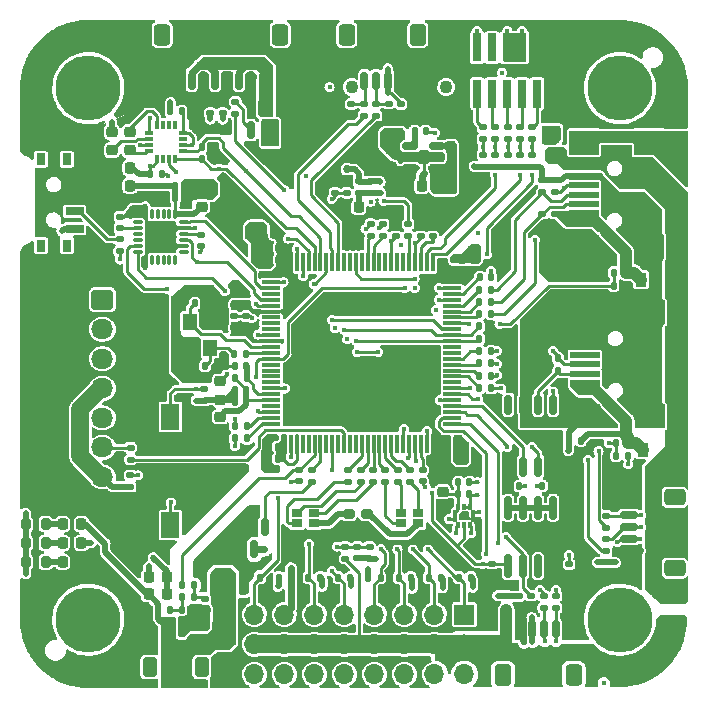
<source format=gtl>
G04 #@! TF.GenerationSoftware,KiCad,Pcbnew,(6.0.1)*
G04 #@! TF.CreationDate,2022-07-12T15:15:51+02:00*
G04 #@! TF.ProjectId,flightController,666c6967-6874-4436-9f6e-74726f6c6c65,1.0*
G04 #@! TF.SameCoordinates,Original*
G04 #@! TF.FileFunction,Copper,L1,Top*
G04 #@! TF.FilePolarity,Positive*
%FSLAX46Y46*%
G04 Gerber Fmt 4.6, Leading zero omitted, Abs format (unit mm)*
G04 Created by KiCad (PCBNEW (6.0.1)) date 2022-07-12 15:15:51*
%MOMM*%
%LPD*%
G01*
G04 APERTURE LIST*
G04 Aperture macros list*
%AMRoundRect*
0 Rectangle with rounded corners*
0 $1 Rounding radius*
0 $2 $3 $4 $5 $6 $7 $8 $9 X,Y pos of 4 corners*
0 Add a 4 corners polygon primitive as box body*
4,1,4,$2,$3,$4,$5,$6,$7,$8,$9,$2,$3,0*
0 Add four circle primitives for the rounded corners*
1,1,$1+$1,$2,$3*
1,1,$1+$1,$4,$5*
1,1,$1+$1,$6,$7*
1,1,$1+$1,$8,$9*
0 Add four rect primitives between the rounded corners*
20,1,$1+$1,$2,$3,$4,$5,0*
20,1,$1+$1,$4,$5,$6,$7,0*
20,1,$1+$1,$6,$7,$8,$9,0*
20,1,$1+$1,$8,$9,$2,$3,0*%
G04 Aperture macros list end*
G04 #@! TA.AperFunction,SMDPad,CuDef*
%ADD10RoundRect,0.150000X-0.150000X0.675000X-0.150000X-0.675000X0.150000X-0.675000X0.150000X0.675000X0*%
G04 #@! TD*
G04 #@! TA.AperFunction,SMDPad,CuDef*
%ADD11RoundRect,0.135000X0.135000X0.185000X-0.135000X0.185000X-0.135000X-0.185000X0.135000X-0.185000X0*%
G04 #@! TD*
G04 #@! TA.AperFunction,SMDPad,CuDef*
%ADD12RoundRect,0.135000X-0.185000X0.135000X-0.185000X-0.135000X0.185000X-0.135000X0.185000X0.135000X0*%
G04 #@! TD*
G04 #@! TA.AperFunction,SMDPad,CuDef*
%ADD13RoundRect,0.135000X-0.135000X-0.185000X0.135000X-0.185000X0.135000X0.185000X-0.135000X0.185000X0*%
G04 #@! TD*
G04 #@! TA.AperFunction,SMDPad,CuDef*
%ADD14RoundRect,0.135000X0.185000X-0.135000X0.185000X0.135000X-0.185000X0.135000X-0.185000X-0.135000X0*%
G04 #@! TD*
G04 #@! TA.AperFunction,ComponentPad*
%ADD15C,5.500000*%
G04 #@! TD*
G04 #@! TA.AperFunction,SMDPad,CuDef*
%ADD16RoundRect,0.140000X-0.140000X-0.170000X0.140000X-0.170000X0.140000X0.170000X-0.140000X0.170000X0*%
G04 #@! TD*
G04 #@! TA.AperFunction,SMDPad,CuDef*
%ADD17R,0.740000X2.400000*%
G04 #@! TD*
G04 #@! TA.AperFunction,SMDPad,CuDef*
%ADD18RoundRect,0.140000X0.170000X-0.140000X0.170000X0.140000X-0.170000X0.140000X-0.170000X-0.140000X0*%
G04 #@! TD*
G04 #@! TA.AperFunction,SMDPad,CuDef*
%ADD19RoundRect,0.225000X0.225000X0.250000X-0.225000X0.250000X-0.225000X-0.250000X0.225000X-0.250000X0*%
G04 #@! TD*
G04 #@! TA.AperFunction,SMDPad,CuDef*
%ADD20RoundRect,0.218750X-0.218750X-0.256250X0.218750X-0.256250X0.218750X0.256250X-0.218750X0.256250X0*%
G04 #@! TD*
G04 #@! TA.AperFunction,SMDPad,CuDef*
%ADD21RoundRect,0.218750X0.256250X-0.218750X0.256250X0.218750X-0.256250X0.218750X-0.256250X-0.218750X0*%
G04 #@! TD*
G04 #@! TA.AperFunction,SMDPad,CuDef*
%ADD22RoundRect,0.140000X0.140000X0.170000X-0.140000X0.170000X-0.140000X-0.170000X0.140000X-0.170000X0*%
G04 #@! TD*
G04 #@! TA.AperFunction,SMDPad,CuDef*
%ADD23RoundRect,0.150000X-0.150000X0.587500X-0.150000X-0.587500X0.150000X-0.587500X0.150000X0.587500X0*%
G04 #@! TD*
G04 #@! TA.AperFunction,SMDPad,CuDef*
%ADD24R,0.750000X0.300000*%
G04 #@! TD*
G04 #@! TA.AperFunction,SMDPad,CuDef*
%ADD25R,0.300000X0.750000*%
G04 #@! TD*
G04 #@! TA.AperFunction,SMDPad,CuDef*
%ADD26RoundRect,0.200000X0.275000X-0.200000X0.275000X0.200000X-0.275000X0.200000X-0.275000X-0.200000X0*%
G04 #@! TD*
G04 #@! TA.AperFunction,SMDPad,CuDef*
%ADD27R,1.600000X2.180000*%
G04 #@! TD*
G04 #@! TA.AperFunction,SMDPad,CuDef*
%ADD28RoundRect,0.225000X0.250000X-0.225000X0.250000X0.225000X-0.250000X0.225000X-0.250000X-0.225000X0*%
G04 #@! TD*
G04 #@! TA.AperFunction,SMDPad,CuDef*
%ADD29RoundRect,0.150000X-0.150000X0.825000X-0.150000X-0.825000X0.150000X-0.825000X0.150000X0.825000X0*%
G04 #@! TD*
G04 #@! TA.AperFunction,SMDPad,CuDef*
%ADD30RoundRect,0.150000X0.512500X0.150000X-0.512500X0.150000X-0.512500X-0.150000X0.512500X-0.150000X0*%
G04 #@! TD*
G04 #@! TA.AperFunction,ComponentPad*
%ADD31RoundRect,0.250000X-0.675000X0.600000X-0.675000X-0.600000X0.675000X-0.600000X0.675000X0.600000X0*%
G04 #@! TD*
G04 #@! TA.AperFunction,ComponentPad*
%ADD32O,1.850000X1.700000*%
G04 #@! TD*
G04 #@! TA.AperFunction,SMDPad,CuDef*
%ADD33RoundRect,0.140000X-0.170000X0.140000X-0.170000X-0.140000X0.170000X-0.140000X0.170000X0.140000X0*%
G04 #@! TD*
G04 #@! TA.AperFunction,SMDPad,CuDef*
%ADD34R,0.900000X0.650000*%
G04 #@! TD*
G04 #@! TA.AperFunction,SMDPad,CuDef*
%ADD35RoundRect,0.150000X0.150000X0.625000X-0.150000X0.625000X-0.150000X-0.625000X0.150000X-0.625000X0*%
G04 #@! TD*
G04 #@! TA.AperFunction,SMDPad,CuDef*
%ADD36RoundRect,0.291666X0.408334X0.608334X-0.408334X0.608334X-0.408334X-0.608334X0.408334X-0.608334X0*%
G04 #@! TD*
G04 #@! TA.AperFunction,SMDPad,CuDef*
%ADD37RoundRect,0.150000X0.625000X-0.150000X0.625000X0.150000X-0.625000X0.150000X-0.625000X-0.150000X0*%
G04 #@! TD*
G04 #@! TA.AperFunction,SMDPad,CuDef*
%ADD38RoundRect,0.291666X0.608334X-0.408334X0.608334X0.408334X-0.608334X0.408334X-0.608334X-0.408334X0*%
G04 #@! TD*
G04 #@! TA.AperFunction,SMDPad,CuDef*
%ADD39RoundRect,0.075000X0.075000X-0.350000X0.075000X0.350000X-0.075000X0.350000X-0.075000X-0.350000X0*%
G04 #@! TD*
G04 #@! TA.AperFunction,SMDPad,CuDef*
%ADD40RoundRect,0.075000X0.350000X0.075000X-0.350000X0.075000X-0.350000X-0.075000X0.350000X-0.075000X0*%
G04 #@! TD*
G04 #@! TA.AperFunction,SMDPad,CuDef*
%ADD41RoundRect,0.075000X-0.725000X-0.075000X0.725000X-0.075000X0.725000X0.075000X-0.725000X0.075000X0*%
G04 #@! TD*
G04 #@! TA.AperFunction,SMDPad,CuDef*
%ADD42RoundRect,0.075000X-0.075000X-0.725000X0.075000X-0.725000X0.075000X0.725000X-0.075000X0.725000X0*%
G04 #@! TD*
G04 #@! TA.AperFunction,SMDPad,CuDef*
%ADD43R,1.200000X1.400000*%
G04 #@! TD*
G04 #@! TA.AperFunction,SMDPad,CuDef*
%ADD44RoundRect,0.150000X-0.150000X-0.475000X0.150000X-0.475000X0.150000X0.475000X-0.150000X0.475000X0*%
G04 #@! TD*
G04 #@! TA.AperFunction,SMDPad,CuDef*
%ADD45RoundRect,0.312500X-0.312500X-0.537500X0.312500X-0.537500X0.312500X0.537500X-0.312500X0.537500X0*%
G04 #@! TD*
G04 #@! TA.AperFunction,SMDPad,CuDef*
%ADD46RoundRect,0.150000X-0.150000X-0.625000X0.150000X-0.625000X0.150000X0.625000X-0.150000X0.625000X0*%
G04 #@! TD*
G04 #@! TA.AperFunction,SMDPad,CuDef*
%ADD47RoundRect,0.291666X-0.408334X-0.620834X0.408334X-0.620834X0.408334X0.620834X-0.408334X0.620834X0*%
G04 #@! TD*
G04 #@! TA.AperFunction,SMDPad,CuDef*
%ADD48RoundRect,0.291666X-0.408334X-0.608334X0.408334X-0.608334X0.408334X0.608334X-0.408334X0.608334X0*%
G04 #@! TD*
G04 #@! TA.AperFunction,SMDPad,CuDef*
%ADD49RoundRect,0.291666X0.408334X0.620834X-0.408334X0.620834X-0.408334X-0.620834X0.408334X-0.620834X0*%
G04 #@! TD*
G04 #@! TA.AperFunction,SMDPad,CuDef*
%ADD50RoundRect,0.225000X-0.225000X-0.250000X0.225000X-0.250000X0.225000X0.250000X-0.225000X0.250000X0*%
G04 #@! TD*
G04 #@! TA.AperFunction,SMDPad,CuDef*
%ADD51R,1.200000X0.900000*%
G04 #@! TD*
G04 #@! TA.AperFunction,SMDPad,CuDef*
%ADD52R,0.900000X1.200000*%
G04 #@! TD*
G04 #@! TA.AperFunction,SMDPad,CuDef*
%ADD53RoundRect,0.007000X0.168000X-0.183000X0.168000X0.183000X-0.168000X0.183000X-0.168000X-0.183000X0*%
G04 #@! TD*
G04 #@! TA.AperFunction,ComponentPad*
%ADD54R,1.700000X1.700000*%
G04 #@! TD*
G04 #@! TA.AperFunction,ComponentPad*
%ADD55O,1.700000X1.700000*%
G04 #@! TD*
G04 #@! TA.AperFunction,SMDPad,CuDef*
%ADD56R,2.500000X0.500000*%
G04 #@! TD*
G04 #@! TA.AperFunction,SMDPad,CuDef*
%ADD57R,2.500000X2.000000*%
G04 #@! TD*
G04 #@! TA.AperFunction,ComponentPad*
%ADD58C,1.700000*%
G04 #@! TD*
G04 #@! TA.AperFunction,SMDPad,CuDef*
%ADD59RoundRect,0.150000X0.150000X-0.587500X0.150000X0.587500X-0.150000X0.587500X-0.150000X-0.587500X0*%
G04 #@! TD*
G04 #@! TA.AperFunction,SMDPad,CuDef*
%ADD60RoundRect,0.200000X0.200000X0.275000X-0.200000X0.275000X-0.200000X-0.275000X0.200000X-0.275000X0*%
G04 #@! TD*
G04 #@! TA.AperFunction,SMDPad,CuDef*
%ADD61R,0.800000X1.000000*%
G04 #@! TD*
G04 #@! TA.AperFunction,SMDPad,CuDef*
%ADD62R,1.500000X0.700000*%
G04 #@! TD*
G04 #@! TA.AperFunction,SMDPad,CuDef*
%ADD63RoundRect,0.225000X-0.250000X0.225000X-0.250000X-0.225000X0.250000X-0.225000X0.250000X0.225000X0*%
G04 #@! TD*
G04 #@! TA.AperFunction,ComponentPad*
%ADD64C,1.100000*%
G04 #@! TD*
G04 #@! TA.AperFunction,ViaPad*
%ADD65C,0.450000*%
G04 #@! TD*
G04 #@! TA.AperFunction,Conductor*
%ADD66C,0.500000*%
G04 #@! TD*
G04 #@! TA.AperFunction,Conductor*
%ADD67C,0.250000*%
G04 #@! TD*
G04 #@! TA.AperFunction,Conductor*
%ADD68C,1.000000*%
G04 #@! TD*
G04 #@! TA.AperFunction,Conductor*
%ADD69C,0.600000*%
G04 #@! TD*
G04 #@! TA.AperFunction,Conductor*
%ADD70C,1.500000*%
G04 #@! TD*
G04 APERTURE END LIST*
D10*
X115365000Y-109820000D03*
X114095000Y-109820000D03*
X112825000Y-109820000D03*
X111555000Y-109820000D03*
X111555000Y-115070000D03*
X112825000Y-115070000D03*
X114095000Y-115070000D03*
X115365000Y-115070000D03*
D11*
X105840000Y-124450000D03*
X104820000Y-124450000D03*
D12*
X111400000Y-125980000D03*
X111400000Y-127000000D03*
D13*
X89550000Y-124450000D03*
X90570000Y-124450000D03*
X92120000Y-124450000D03*
X93140000Y-124450000D03*
D11*
X95640000Y-124450000D03*
X94620000Y-124450000D03*
X98190000Y-124450000D03*
X97170000Y-124450000D03*
D13*
X99720000Y-124450000D03*
X100740000Y-124450000D03*
D14*
X109400000Y-89670000D03*
X109400000Y-88650000D03*
D11*
X103290000Y-124450000D03*
X102270000Y-124450000D03*
D14*
X110450000Y-89670000D03*
X110450000Y-88650000D03*
X111500000Y-89670000D03*
X111500000Y-88650000D03*
D11*
X107370000Y-124450000D03*
X108390000Y-124450000D03*
D14*
X112550000Y-89670000D03*
X112550000Y-88650000D03*
X113600000Y-89660000D03*
X113600000Y-88640000D03*
D13*
X114750000Y-107000000D03*
X115770000Y-107000000D03*
X114750000Y-105900000D03*
X115770000Y-105900000D03*
X116680000Y-112850000D03*
X117700000Y-112850000D03*
D12*
X115500000Y-90830000D03*
X115500000Y-91850000D03*
D14*
X114450000Y-94670000D03*
X114450000Y-93650000D03*
D12*
X114450000Y-90830000D03*
X114450000Y-91850000D03*
D14*
X115500000Y-94670000D03*
X115500000Y-93650000D03*
X99050000Y-116340000D03*
X99050000Y-115320000D03*
D15*
X76000000Y-128020000D03*
D16*
X107300000Y-117395480D03*
X108260000Y-117395480D03*
D17*
X114005000Y-79575000D03*
X114005000Y-83475000D03*
X112735000Y-79575000D03*
X112735000Y-83475000D03*
X111465000Y-79575000D03*
X111465000Y-83475000D03*
X110195000Y-79575000D03*
X110195000Y-83475000D03*
X108925000Y-79575000D03*
X108925000Y-83475000D03*
D13*
X81930000Y-127170000D03*
X82950000Y-127170000D03*
D16*
X83367500Y-92325000D03*
X84327500Y-92325000D03*
D18*
X85830000Y-108515000D03*
X85830000Y-107555000D03*
D19*
X105770000Y-91300000D03*
X104220000Y-91300000D03*
D11*
X84920000Y-126140000D03*
X83900000Y-126140000D03*
D20*
X97325000Y-93100000D03*
X98900000Y-93100000D03*
D12*
X112550000Y-86330000D03*
X112550000Y-87350000D03*
D21*
X115400000Y-88790000D03*
X115400000Y-87215000D03*
D14*
X102200000Y-116340000D03*
X102200000Y-115320000D03*
D22*
X89360000Y-109630000D03*
X88400000Y-109630000D03*
D16*
X96925000Y-89880000D03*
X97885000Y-89880000D03*
D23*
X91000000Y-120200000D03*
X89100000Y-120200000D03*
X90050000Y-122075000D03*
D24*
X84025000Y-88330000D03*
X84025000Y-87830000D03*
X84025000Y-87330000D03*
X84025000Y-86830000D03*
D25*
X83325000Y-86130000D03*
X82825000Y-86130000D03*
X82325000Y-86130000D03*
X81825000Y-86130000D03*
D24*
X81175000Y-86830000D03*
X81175000Y-87330000D03*
X81175000Y-87830000D03*
X81175000Y-88330000D03*
D25*
X81825000Y-89030000D03*
X82325000Y-89030000D03*
X82825000Y-89030000D03*
X83325000Y-89030000D03*
D26*
X99575000Y-120725000D03*
X99575000Y-119075000D03*
D27*
X82950000Y-110845000D03*
X82950000Y-120025000D03*
D16*
X106240000Y-113365000D03*
X107200000Y-113365000D03*
D18*
X89345000Y-103270000D03*
X89345000Y-102310000D03*
D28*
X85602500Y-93050000D03*
X85602500Y-91500000D03*
D29*
X115350000Y-118540000D03*
X114080000Y-118540000D03*
X112810000Y-118540000D03*
X111540000Y-118540000D03*
X111540000Y-123490000D03*
X112810000Y-123490000D03*
X114080000Y-123490000D03*
X115350000Y-123490000D03*
D22*
X92050000Y-113385000D03*
X91090000Y-113385000D03*
D12*
X113600000Y-86330000D03*
X113600000Y-87350000D03*
D30*
X105535000Y-89800000D03*
X105535000Y-88850000D03*
X105535000Y-87900000D03*
X103260000Y-87900000D03*
X103260000Y-89800000D03*
D31*
X77200000Y-100930000D03*
D32*
X77200000Y-103430000D03*
X77200000Y-105930000D03*
X77200000Y-108430000D03*
X77200000Y-110930000D03*
X77200000Y-113430000D03*
X77200000Y-115930000D03*
D12*
X99920000Y-94520000D03*
X99920000Y-95540000D03*
D11*
X110115000Y-106325000D03*
X109095000Y-106325000D03*
X89422500Y-111600000D03*
X88402500Y-111600000D03*
X110115000Y-105285000D03*
X109095000Y-105285000D03*
D18*
X88345000Y-103270000D03*
X88345000Y-102310000D03*
D33*
X85890000Y-126270000D03*
X85890000Y-127230000D03*
D28*
X101600000Y-89700000D03*
X101600000Y-88150000D03*
D22*
X89360000Y-108610000D03*
X88400000Y-108610000D03*
D34*
X93650000Y-119875000D03*
X93650000Y-119025000D03*
X95100000Y-119025000D03*
X95100000Y-119875000D03*
D16*
X109150000Y-99040000D03*
X110110000Y-99040000D03*
D14*
X98000000Y-116340000D03*
X98000000Y-115320000D03*
X100100000Y-116340000D03*
X100100000Y-115320000D03*
D12*
X96875000Y-90875000D03*
X96875000Y-91895000D03*
D35*
X90750000Y-82375000D03*
X89750000Y-82375000D03*
X88750000Y-82375000D03*
X87750000Y-82375000D03*
X86750000Y-82375000D03*
X85750000Y-82375000D03*
X84750000Y-82375000D03*
X83750000Y-82375000D03*
D36*
X82250000Y-78500000D03*
X92250000Y-78500000D03*
D13*
X85600000Y-89025000D03*
X86620000Y-89025000D03*
D22*
X85877500Y-106525000D03*
X84917500Y-106525000D03*
D18*
X78650000Y-94875000D03*
X78650000Y-93915000D03*
D37*
X121780000Y-122160000D03*
X121780000Y-121160000D03*
X121780000Y-120160000D03*
X121780000Y-119160000D03*
D38*
X125655000Y-117660000D03*
X125655000Y-123660000D03*
D22*
X83910000Y-84950000D03*
X82950000Y-84950000D03*
D12*
X94907500Y-115315000D03*
X94907500Y-116335000D03*
D20*
X73825000Y-123120000D03*
X75400000Y-123120000D03*
X77945000Y-89765000D03*
X79520000Y-89765000D03*
D18*
X98900000Y-91880000D03*
X98900000Y-90920000D03*
D21*
X87152500Y-112425000D03*
X87152500Y-110850000D03*
D13*
X109110000Y-100070000D03*
X110130000Y-100070000D03*
D39*
X80867500Y-97575000D03*
X81367500Y-97575000D03*
X81867500Y-97575000D03*
X82367500Y-97575000D03*
X82867500Y-97575000D03*
X83367500Y-97575000D03*
D40*
X84067500Y-96875000D03*
X84067500Y-96375000D03*
X84067500Y-95875000D03*
X84067500Y-95375000D03*
X84067500Y-94875000D03*
X84067500Y-94375000D03*
D39*
X83367500Y-93675000D03*
X82867500Y-93675000D03*
X82367500Y-93675000D03*
X81867500Y-93675000D03*
X81367500Y-93675000D03*
X80867500Y-93675000D03*
D40*
X80167500Y-94375000D03*
X80167500Y-94875000D03*
X80167500Y-95375000D03*
X80167500Y-95875000D03*
X80167500Y-96375000D03*
X80167500Y-96875000D03*
D22*
X92110000Y-97530000D03*
X91150000Y-97530000D03*
D12*
X110200000Y-123300000D03*
X110200000Y-124320000D03*
D19*
X91835000Y-95255000D03*
X90285000Y-95255000D03*
D20*
X73827500Y-121520000D03*
X75402500Y-121520000D03*
D18*
X99950000Y-91880000D03*
X99950000Y-90920000D03*
D16*
X85002500Y-101225000D03*
X85962500Y-101225000D03*
D12*
X98265000Y-84355000D03*
X98265000Y-85375000D03*
D22*
X92110000Y-96530000D03*
X91150000Y-96530000D03*
D14*
X88450000Y-85175000D03*
X88450000Y-84155000D03*
D41*
X91475000Y-99430000D03*
X91475000Y-99930000D03*
X91475000Y-100430000D03*
X91475000Y-100930000D03*
X91475000Y-101430000D03*
X91475000Y-101930000D03*
X91475000Y-102430000D03*
X91475000Y-102930000D03*
X91475000Y-103430000D03*
X91475000Y-103930000D03*
X91475000Y-104430000D03*
X91475000Y-104930000D03*
X91475000Y-105430000D03*
X91475000Y-105930000D03*
X91475000Y-106430000D03*
X91475000Y-106930000D03*
X91475000Y-107430000D03*
X91475000Y-107930000D03*
X91475000Y-108430000D03*
X91475000Y-108930000D03*
X91475000Y-109430000D03*
X91475000Y-109930000D03*
X91475000Y-110430000D03*
X91475000Y-110930000D03*
X91475000Y-111430000D03*
D42*
X93150000Y-113105000D03*
X93650000Y-113105000D03*
X94150000Y-113105000D03*
X94650000Y-113105000D03*
X95150000Y-113105000D03*
X95650000Y-113105000D03*
X96150000Y-113105000D03*
X96650000Y-113105000D03*
X97150000Y-113105000D03*
X97650000Y-113105000D03*
X98150000Y-113105000D03*
X98650000Y-113105000D03*
X99150000Y-113105000D03*
X99650000Y-113105000D03*
X100150000Y-113105000D03*
X100650000Y-113105000D03*
X101150000Y-113105000D03*
X101650000Y-113105000D03*
X102150000Y-113105000D03*
X102650000Y-113105000D03*
X103150000Y-113105000D03*
X103650000Y-113105000D03*
X104150000Y-113105000D03*
X104650000Y-113105000D03*
X105150000Y-113105000D03*
D41*
X106825000Y-111430000D03*
X106825000Y-110930000D03*
X106825000Y-110430000D03*
X106825000Y-109930000D03*
X106825000Y-109430000D03*
X106825000Y-108930000D03*
X106825000Y-108430000D03*
X106825000Y-107930000D03*
X106825000Y-107430000D03*
X106825000Y-106930000D03*
X106825000Y-106430000D03*
X106825000Y-105930000D03*
X106825000Y-105430000D03*
X106825000Y-104930000D03*
X106825000Y-104430000D03*
X106825000Y-103930000D03*
X106825000Y-103430000D03*
X106825000Y-102930000D03*
X106825000Y-102430000D03*
X106825000Y-101930000D03*
X106825000Y-101430000D03*
X106825000Y-100930000D03*
X106825000Y-100430000D03*
X106825000Y-99930000D03*
X106825000Y-99430000D03*
D42*
X105150000Y-97755000D03*
X104650000Y-97755000D03*
X104150000Y-97755000D03*
X103650000Y-97755000D03*
X103150000Y-97755000D03*
X102650000Y-97755000D03*
X102150000Y-97755000D03*
X101650000Y-97755000D03*
X101150000Y-97755000D03*
X100650000Y-97755000D03*
X100150000Y-97755000D03*
X99650000Y-97755000D03*
X99150000Y-97755000D03*
X98650000Y-97755000D03*
X98150000Y-97755000D03*
X97650000Y-97755000D03*
X97150000Y-97755000D03*
X96650000Y-97755000D03*
X96150000Y-97755000D03*
X95650000Y-97755000D03*
X95150000Y-97755000D03*
X94650000Y-97755000D03*
X94150000Y-97755000D03*
X93650000Y-97755000D03*
X93150000Y-97755000D03*
D33*
X98790000Y-121865000D03*
X98790000Y-122825000D03*
D43*
X84600000Y-102780000D03*
X84600000Y-104980000D03*
X86300000Y-104980000D03*
X86300000Y-102780000D03*
D18*
X79550000Y-116750000D03*
X79550000Y-115790000D03*
D11*
X121700000Y-113030000D03*
X120680000Y-113030000D03*
D18*
X89370000Y-101340000D03*
X89370000Y-100380000D03*
D12*
X104125000Y-94535000D03*
X104125000Y-95555000D03*
D34*
X102500000Y-119870000D03*
X102500000Y-119020000D03*
X103950000Y-119020000D03*
X103950000Y-119870000D03*
D14*
X103070000Y-95550000D03*
X103070000Y-94530000D03*
D13*
X83900000Y-127190000D03*
X84920000Y-127190000D03*
D15*
X121000000Y-128020000D03*
D44*
X82900000Y-128905000D03*
X83900000Y-128905000D03*
D45*
X85600000Y-132030000D03*
X81200000Y-132030000D03*
D46*
X112600000Y-128825000D03*
X113600000Y-128825000D03*
X114600000Y-128825000D03*
X115600000Y-128825000D03*
D47*
X111100000Y-132700000D03*
D48*
X117100000Y-132700000D03*
D33*
X93860000Y-115360000D03*
X93860000Y-116320000D03*
D18*
X107120000Y-98335000D03*
X107120000Y-97375000D03*
X112450000Y-127000000D03*
X112450000Y-126040000D03*
D12*
X109400000Y-86330000D03*
X109400000Y-87350000D03*
D22*
X115410000Y-116700000D03*
X114450000Y-116700000D03*
X92055000Y-114385000D03*
X91095000Y-114385000D03*
D18*
X102465000Y-85325000D03*
X102465000Y-84365000D03*
D16*
X103620000Y-86650000D03*
X104580000Y-86650000D03*
D21*
X105995000Y-117170480D03*
X105995000Y-115595480D03*
D35*
X102375000Y-82375000D03*
X101375000Y-82375000D03*
X100375000Y-82375000D03*
X99375000Y-82375000D03*
D49*
X103875000Y-78500000D03*
D36*
X97875000Y-78500000D03*
D13*
X109110000Y-101110000D03*
X110130000Y-101110000D03*
D20*
X77952500Y-91275000D03*
X79527500Y-91275000D03*
D13*
X88380000Y-107580000D03*
X89400000Y-107580000D03*
D33*
X85527500Y-95425000D03*
X85527500Y-96385000D03*
D18*
X116710000Y-124300000D03*
X116710000Y-123340000D03*
D11*
X110120000Y-104245000D03*
X109100000Y-104245000D03*
D16*
X111520000Y-116700000D03*
X112480000Y-116700000D03*
D33*
X97875000Y-90925000D03*
X97875000Y-91885000D03*
D12*
X102020000Y-94530000D03*
X102020000Y-95550000D03*
D50*
X81100000Y-125870000D03*
X82650000Y-125870000D03*
D51*
X125375000Y-125700000D03*
X125375000Y-129000000D03*
D22*
X89370000Y-106550000D03*
X88410000Y-106550000D03*
D18*
X108120000Y-98335000D03*
X108120000Y-97375000D03*
D52*
X126300000Y-113630000D03*
X123000000Y-113630000D03*
D13*
X83920000Y-125080000D03*
X84940000Y-125080000D03*
D12*
X113500000Y-125990000D03*
X113500000Y-127010000D03*
X111500000Y-86330000D03*
X111500000Y-87350000D03*
D14*
X101150000Y-116340000D03*
X101150000Y-115320000D03*
D11*
X110125000Y-107375000D03*
X109105000Y-107375000D03*
D53*
X107040000Y-118955480D03*
X107040000Y-119455480D03*
X107305000Y-119970480D03*
X107805000Y-119970480D03*
X108305000Y-119970480D03*
X108570000Y-119455480D03*
X108570000Y-118955480D03*
X108305000Y-118440480D03*
X107805000Y-118440480D03*
X107305000Y-118440480D03*
D16*
X107310000Y-116365480D03*
X108270000Y-116365480D03*
D14*
X97740000Y-122845000D03*
X97740000Y-121825000D03*
D54*
X107835000Y-127600000D03*
D55*
X105295000Y-127600000D03*
X102755000Y-127600000D03*
X100215000Y-127600000D03*
X97675000Y-127600000D03*
X95135000Y-127600000D03*
X92595000Y-127600000D03*
X90055000Y-127600000D03*
D20*
X73825000Y-119920000D03*
X75400000Y-119920000D03*
D56*
X118025000Y-108000000D03*
X118025000Y-107200000D03*
X118025000Y-106400000D03*
X118025000Y-105600000D03*
X118025000Y-104800000D03*
D57*
X118025000Y-110800000D03*
X123525000Y-102000000D03*
X118025000Y-102000000D03*
X123525000Y-110800000D03*
D18*
X85825000Y-110435000D03*
X85825000Y-109475000D03*
D33*
X86325000Y-84175000D03*
X86325000Y-85135000D03*
D11*
X110115000Y-108415000D03*
X109095000Y-108415000D03*
D58*
X107845000Y-130110000D03*
D55*
X107845000Y-132650000D03*
X105305000Y-130110000D03*
X105305000Y-132650000D03*
X102765000Y-130110000D03*
X102765000Y-132650000D03*
X100225000Y-130110000D03*
X100225000Y-132650000D03*
X97685000Y-130110000D03*
X97685000Y-132650000D03*
X95145000Y-130110000D03*
X95145000Y-132650000D03*
X92605000Y-130110000D03*
X92605000Y-132650000D03*
X90065000Y-130110000D03*
X90065000Y-132650000D03*
D18*
X119860000Y-124130000D03*
X119860000Y-123170000D03*
D56*
X117965000Y-93630000D03*
X117965000Y-92830000D03*
X117965000Y-92030000D03*
X117965000Y-91230000D03*
X117965000Y-90430000D03*
D57*
X123465000Y-87630000D03*
X117965000Y-87630000D03*
X123465000Y-96430000D03*
X117965000Y-96430000D03*
D12*
X115600000Y-126010000D03*
X115600000Y-127030000D03*
D16*
X106240000Y-114365000D03*
X107200000Y-114365000D03*
D13*
X120490000Y-99730000D03*
X121510000Y-99730000D03*
D26*
X98050000Y-120725000D03*
X98050000Y-119075000D03*
D59*
X89775000Y-86575000D03*
X91675000Y-86575000D03*
X90725000Y-84700000D03*
D11*
X89422500Y-112675000D03*
X88402500Y-112675000D03*
D12*
X99810000Y-121825000D03*
X99810000Y-122845000D03*
D60*
X72385000Y-123120000D03*
X70735000Y-123120000D03*
D11*
X121500000Y-98630000D03*
X120480000Y-98630000D03*
X110120000Y-103195000D03*
X109100000Y-103195000D03*
D13*
X85600000Y-87975000D03*
X86620000Y-87975000D03*
D60*
X72385000Y-121520000D03*
X70735000Y-121520000D03*
D61*
X71970000Y-89040000D03*
X74180000Y-96340000D03*
X71970000Y-96340000D03*
X74180000Y-89040000D03*
D62*
X74830000Y-90440000D03*
X74830000Y-93440000D03*
X74830000Y-94940000D03*
D13*
X120680000Y-114130000D03*
X121700000Y-114130000D03*
D12*
X105175000Y-94530000D03*
X105175000Y-95550000D03*
D50*
X81100000Y-124375000D03*
X82650000Y-124375000D03*
D16*
X83367500Y-91285000D03*
X84327500Y-91285000D03*
D28*
X77975000Y-88270000D03*
X77975000Y-86720000D03*
D14*
X103250000Y-116340000D03*
X103250000Y-115320000D03*
D13*
X88360000Y-105520000D03*
X89380000Y-105520000D03*
D16*
X81250000Y-90325000D03*
X82210000Y-90325000D03*
D15*
X76000000Y-83020000D03*
D14*
X100365000Y-85350000D03*
X100365000Y-84330000D03*
D33*
X104300000Y-115360000D03*
X104300000Y-116320000D03*
D52*
X126100000Y-99230000D03*
X122800000Y-99230000D03*
D12*
X110450000Y-86330000D03*
X110450000Y-87350000D03*
D14*
X79575000Y-114465000D03*
X79575000Y-113445000D03*
D12*
X119850000Y-121190000D03*
X119850000Y-122210000D03*
D60*
X72385000Y-119920000D03*
X70735000Y-119920000D03*
D12*
X114550000Y-125990000D03*
X114550000Y-127010000D03*
D15*
X121000000Y-83020000D03*
D14*
X78650000Y-96845000D03*
X78650000Y-95825000D03*
D63*
X87140000Y-107830000D03*
X87140000Y-109380000D03*
D33*
X87375000Y-84175000D03*
X87375000Y-85135000D03*
D11*
X110130000Y-102150000D03*
X109110000Y-102150000D03*
D18*
X88350000Y-101340000D03*
X88350000Y-100380000D03*
D14*
X99315000Y-85360000D03*
X99315000Y-84340000D03*
D12*
X100970000Y-94530000D03*
X100970000Y-95550000D03*
X101415000Y-84325000D03*
X101415000Y-85345000D03*
D63*
X79500000Y-86720000D03*
X79500000Y-88270000D03*
D12*
X119850000Y-119220000D03*
X119850000Y-120240000D03*
D64*
X98300000Y-82930000D03*
X106300000Y-82930000D03*
D65*
X96890000Y-103340000D03*
X97910000Y-104270000D03*
X94432991Y-90419120D03*
X96650000Y-115320000D03*
X111360000Y-120130000D03*
X113570000Y-91870000D03*
X109745000Y-97095000D03*
X91340000Y-124560000D03*
X106960000Y-125320000D03*
X96680000Y-125370000D03*
X96410000Y-128550000D03*
X101470000Y-128550000D03*
X94665000Y-121615000D03*
X108540000Y-125290000D03*
X106000000Y-125330000D03*
X103430000Y-125360000D03*
X98270000Y-125200000D03*
X95800000Y-125200000D03*
X96610000Y-123920000D03*
X99700000Y-123700000D03*
X92050000Y-117732359D03*
X112900000Y-129950000D03*
X110650000Y-126000000D03*
X92050000Y-125200000D03*
X93150000Y-123650000D03*
X90900000Y-122050000D03*
X104776622Y-122073378D03*
X103475000Y-122075000D03*
X102175000Y-122075000D03*
X100787500Y-122062500D03*
X110420000Y-95110000D03*
X109000000Y-95250000D03*
X113600000Y-90354500D03*
X112550000Y-90364500D03*
X110450000Y-90364500D03*
X109400000Y-88000000D03*
X110450000Y-88000000D03*
X111500000Y-88000000D03*
X112550000Y-88000000D03*
X113600000Y-88000000D03*
X108650000Y-89650000D03*
X114450000Y-89900000D03*
X121700000Y-114850000D03*
X116650000Y-113750000D03*
X115350000Y-105250000D03*
X115350000Y-108700000D03*
X113850000Y-95850000D03*
X116250000Y-91500000D03*
X107400000Y-98900000D03*
X105700000Y-98900000D03*
X119650000Y-133400000D03*
X105170000Y-96000500D03*
X103699500Y-96170000D03*
X101660434Y-95924953D03*
X100750000Y-91895000D03*
X101000000Y-92595000D03*
X98700000Y-104450000D03*
X97685000Y-103510000D03*
X96610000Y-92380000D03*
X96635000Y-102635000D03*
X103100500Y-114330000D03*
X106505000Y-119485480D03*
X111350000Y-121020000D03*
X109400000Y-123300000D03*
X103733605Y-114598562D03*
X105095500Y-117275000D03*
X92775000Y-107100000D03*
X108930000Y-115480000D03*
X111240000Y-116100000D03*
X75802500Y-77500000D03*
X70802500Y-130000000D03*
X103200000Y-90540000D03*
X82377500Y-100750000D03*
X122552500Y-124250000D03*
X82952500Y-107800000D03*
X93077500Y-91100000D03*
X77302500Y-133500000D03*
X108652500Y-113800000D03*
X85750000Y-83415000D03*
X103165000Y-85325000D03*
X70552500Y-82750000D03*
X115400000Y-113400000D03*
X110600000Y-104230000D03*
X98800000Y-119900000D03*
X96000000Y-90900000D03*
X87125000Y-89025000D03*
X103200000Y-91150000D03*
X89750000Y-83415000D03*
X106350000Y-128550000D03*
X121552500Y-77500000D03*
X79802500Y-77500000D03*
X92570000Y-112800000D03*
X70750000Y-106850000D03*
X102590000Y-90540000D03*
X94650000Y-100200000D03*
X76350000Y-123125000D03*
X87600000Y-86450000D03*
X112600000Y-127650000D03*
X91625000Y-128575000D03*
X116667500Y-77485000D03*
X101450000Y-100900000D03*
X120800000Y-122170000D03*
X70552500Y-125250000D03*
X83750000Y-83415000D03*
X89250000Y-115175000D03*
X90200000Y-88200000D03*
X84150000Y-109300000D03*
X70750000Y-100025000D03*
X89277500Y-96700000D03*
X125052500Y-79250000D03*
X106180000Y-118260000D03*
X92880000Y-96550000D03*
X89252500Y-113600000D03*
X96052500Y-77500000D03*
X73552500Y-133000000D03*
X92780000Y-111320000D03*
X97125000Y-104125000D03*
X101671634Y-94879780D03*
X92700000Y-102100000D03*
X86452500Y-93800000D03*
X87875000Y-83420000D03*
X96250000Y-122150000D03*
X119975000Y-118400000D03*
X93050000Y-120800000D03*
X106250000Y-94100000D03*
X108015000Y-77485000D03*
X72052500Y-79250000D03*
X93615000Y-133515000D03*
X102725000Y-111125000D03*
X119750000Y-114250000D03*
X90000000Y-103220000D03*
X110252500Y-125125000D03*
X112002500Y-108500000D03*
X81602500Y-133350000D03*
X99300000Y-89250000D03*
X98715000Y-133515000D03*
X70552500Y-86250000D03*
X102000000Y-91150000D03*
X102375000Y-81365000D03*
X96000000Y-91490000D03*
X104500000Y-120660000D03*
X97515000Y-85400000D03*
X105650000Y-113850000D03*
X99010000Y-111675000D03*
X116500000Y-127700000D03*
X82375000Y-92350000D03*
X70725000Y-112600000D03*
X122775480Y-122170000D03*
X102590000Y-91150000D03*
X126550000Y-85650000D03*
X70775000Y-118100000D03*
X109005000Y-119635480D03*
X126552500Y-82750000D03*
X87430000Y-91240000D03*
X88340000Y-133540000D03*
X95625000Y-87050000D03*
X105125000Y-109175000D03*
X110950000Y-98800000D03*
X103865000Y-133515000D03*
X113985000Y-78175000D03*
X102375000Y-83415000D03*
X102000000Y-90540000D03*
X109055500Y-118935480D03*
X102706691Y-111868704D03*
X122800000Y-120170000D03*
X99470360Y-94912043D03*
X100550000Y-105350000D03*
X98750000Y-105350000D03*
X100617247Y-94881240D03*
X122800000Y-119170000D03*
X87675000Y-124970000D03*
X87675000Y-125545000D03*
X87075000Y-124970000D03*
X79375000Y-124275000D03*
X87075000Y-125550000D03*
X87675000Y-124395000D03*
X87075000Y-124395000D03*
X85210239Y-97774511D03*
X81100000Y-123500000D03*
X76250000Y-121520000D03*
X87025000Y-89825000D03*
X89375000Y-90025000D03*
X115600000Y-129820000D03*
X90185333Y-101282450D03*
X87550000Y-100195000D03*
X92525000Y-99450000D03*
X82702500Y-100000000D03*
X114650000Y-129820000D03*
X108302742Y-108406849D03*
X120050000Y-113050000D03*
X110814045Y-102987412D03*
X108230000Y-102980000D03*
X89400000Y-107060000D03*
X87702504Y-107258108D03*
X95075000Y-99595000D03*
X78650000Y-97520000D03*
X94200000Y-98920000D03*
X92605000Y-91655000D03*
X109660000Y-122430000D03*
X114266440Y-125519808D03*
X115600000Y-125510000D03*
X110675000Y-121570000D03*
X103625000Y-99145000D03*
X105700000Y-100920000D03*
X88402500Y-113310000D03*
X88410000Y-111064020D03*
X110580000Y-105260000D03*
X110600000Y-106360000D03*
X110580000Y-107320000D03*
X110950000Y-108445000D03*
X119200000Y-113750000D03*
X109000000Y-109300000D03*
X105750000Y-109425000D03*
X118300000Y-114500000D03*
X85130000Y-108510000D03*
X102800000Y-99945000D03*
X90175000Y-107475000D03*
X90400000Y-110380500D03*
X106800000Y-91325000D03*
X115200000Y-86400000D03*
X106800000Y-88150000D03*
X114600000Y-87575000D03*
X114600000Y-86400000D03*
X106800000Y-90675000D03*
X114600000Y-87000000D03*
X115800000Y-86400000D03*
X106800000Y-89400000D03*
X106800000Y-90025000D03*
X106800000Y-88775000D03*
X113575000Y-113420000D03*
X111475000Y-113420000D03*
X92900000Y-95750000D03*
X83406250Y-90153750D03*
X81252500Y-89600000D03*
X84799020Y-87830000D03*
X90910000Y-123090000D03*
X104546000Y-116749369D03*
X86800000Y-121450000D03*
X124475000Y-97190000D03*
X93197500Y-116330000D03*
X111025000Y-81700000D03*
X113550000Y-127820000D03*
X82950000Y-84225000D03*
X107860000Y-114140000D03*
X124475000Y-88390000D03*
X87400000Y-101020000D03*
X108930000Y-117435480D03*
X91100000Y-115170000D03*
X105330000Y-86800000D03*
X70700000Y-118970000D03*
X101240000Y-86690000D03*
X85950000Y-128625000D03*
X83400000Y-107020000D03*
X101830000Y-86690000D03*
X84650000Y-128070000D03*
X88190000Y-99700000D03*
X119005000Y-110045000D03*
X80827500Y-93025000D03*
X82749122Y-90445878D03*
X112735000Y-78175000D03*
X108915000Y-78175000D03*
X80200000Y-115800000D03*
X118975000Y-97200000D03*
X119035000Y-101245000D03*
X85950000Y-128070000D03*
X83400000Y-102220000D03*
X90350000Y-97315000D03*
X105450000Y-101825000D03*
X98550000Y-89900000D03*
X73750000Y-95120000D03*
X100725000Y-90945000D03*
X108900000Y-97100000D03*
X124535000Y-102770000D03*
X122510000Y-101245000D03*
X118975000Y-95675000D03*
X87410000Y-103280000D03*
X90950000Y-86300000D03*
X80827500Y-98225000D03*
X113600000Y-129870000D03*
X86602500Y-91250000D03*
X81470000Y-122750000D03*
X116950000Y-86865000D03*
X122510000Y-102770000D03*
X119550000Y-104820000D03*
X90350000Y-97865000D03*
X84650000Y-128620000D03*
X124535000Y-101245000D03*
X84100000Y-107680000D03*
X116550000Y-104770000D03*
X87350000Y-120900000D03*
X101375000Y-83415000D03*
X111485000Y-78175000D03*
X93125011Y-114270000D03*
X113950000Y-116700000D03*
X108900000Y-96550000D03*
X124535000Y-111560000D03*
X116950000Y-97200000D03*
X89846276Y-102467604D03*
X104400530Y-90240529D03*
X90390000Y-103880500D03*
X83427500Y-96375000D03*
X113450000Y-118570000D03*
X122725000Y-121170000D03*
X87350000Y-121450000D03*
X110110000Y-98510000D03*
X108350000Y-96550000D03*
X124535000Y-110035000D03*
X88860000Y-99710000D03*
X104650000Y-112070000D03*
X107360000Y-112640000D03*
X122450000Y-97190000D03*
X91100000Y-112620000D03*
X81192500Y-85540000D03*
X118975000Y-86865000D03*
X86325000Y-85650000D03*
X96425000Y-82950000D03*
X102420000Y-87250000D03*
X107860000Y-113040000D03*
X85150000Y-107700000D03*
X87900000Y-120350000D03*
X107860000Y-114690000D03*
X103650000Y-99925000D03*
X85200000Y-99950000D03*
X87900000Y-121450000D03*
X122510000Y-110035000D03*
X85800000Y-125400000D03*
X70700000Y-124170000D03*
X83400000Y-101020000D03*
X114750000Y-118570000D03*
X86730000Y-106580000D03*
X86602500Y-91850000D03*
X118975000Y-88390000D03*
X116450000Y-90420000D03*
X120650000Y-123170000D03*
X102450000Y-96295000D03*
X87375000Y-85650000D03*
X107860000Y-113590000D03*
X116950000Y-88390000D03*
X83400000Y-104630000D03*
X116950000Y-95675000D03*
X85300000Y-128070000D03*
X102420000Y-86690000D03*
X119400000Y-90530489D03*
X112150000Y-118570000D03*
X122450000Y-86865000D03*
X122450000Y-88390000D03*
X99900000Y-92620000D03*
X120795520Y-121475520D03*
X87510000Y-105880000D03*
X101240000Y-87250000D03*
X117010000Y-102770000D03*
X107155000Y-120710480D03*
X117010000Y-101245000D03*
X91650000Y-112620000D03*
X101830000Y-87250000D03*
X119100000Y-123170000D03*
X116700000Y-122570000D03*
X80405091Y-87844520D03*
X85029864Y-94825309D03*
X91600000Y-87650000D03*
X90350000Y-96740000D03*
X121525000Y-100470000D03*
X91650000Y-115170000D03*
X85432449Y-96888409D03*
X77975000Y-85850000D03*
X105700000Y-99930000D03*
X87900000Y-120900000D03*
X83400000Y-105880000D03*
X90950000Y-87650000D03*
X85110000Y-109470000D03*
X122510000Y-111560000D03*
X113000000Y-116700000D03*
X124475000Y-86865000D03*
X119035000Y-102770000D03*
X92625000Y-108445000D03*
X79700000Y-93800000D03*
X85300000Y-128620000D03*
X83400000Y-103420000D03*
X93650500Y-96605170D03*
X108430000Y-120710480D03*
X124475000Y-95665000D03*
X87400000Y-102220000D03*
X100387713Y-122842712D03*
X82975000Y-118095000D03*
X108900000Y-97650000D03*
X101375000Y-81365000D03*
X90350000Y-96190000D03*
X122450000Y-95665000D03*
X108930000Y-116385480D03*
X90950000Y-87000000D03*
X112850000Y-108670000D03*
X97070000Y-121825000D03*
D66*
X97165000Y-119075000D02*
X98050000Y-119075000D01*
X96365000Y-119875000D02*
X97165000Y-119075000D01*
X95100000Y-119875000D02*
X96365000Y-119875000D01*
D67*
X94665000Y-121615000D02*
X94665000Y-124405000D01*
D66*
X108540000Y-124600000D02*
X108540000Y-125290000D01*
X108390000Y-124450000D02*
X108540000Y-124600000D01*
X106000000Y-124610000D02*
X106000000Y-125330000D01*
X105840000Y-124450000D02*
X106000000Y-124610000D01*
X103430000Y-124590000D02*
X103430000Y-125360000D01*
X103290000Y-124450000D02*
X103430000Y-124590000D01*
X98270000Y-124530000D02*
X98270000Y-125200000D01*
X98190000Y-124450000D02*
X98270000Y-124530000D01*
X95800000Y-124610000D02*
X95800000Y-125200000D01*
X95640000Y-124450000D02*
X95800000Y-124610000D01*
D67*
X95125000Y-124955000D02*
X94620000Y-124450000D01*
X95135000Y-124955000D02*
X95125000Y-124955000D01*
X97140000Y-124450000D02*
X96610000Y-123920000D01*
X97675000Y-124955000D02*
X97170000Y-124450000D01*
X97675000Y-127600000D02*
X97675000Y-124955000D01*
X107160000Y-124450000D02*
X107370000Y-124450000D01*
X104783378Y-122073378D02*
X107160000Y-124450000D01*
X104776622Y-122073378D02*
X104783378Y-122073378D01*
X104820000Y-123420000D02*
X103475000Y-122075000D01*
X104820000Y-124450000D02*
X104820000Y-123420000D01*
X102270000Y-122170000D02*
X102175000Y-122075000D01*
X102270000Y-124450000D02*
X102270000Y-122170000D01*
X102755000Y-124985000D02*
X102270000Y-124500000D01*
X105295000Y-124925000D02*
X104820000Y-124450000D01*
X105295000Y-127600000D02*
X105295000Y-124925000D01*
X107835000Y-124915000D02*
X107370000Y-124450000D01*
X107835000Y-127600000D02*
X107835000Y-124915000D01*
D66*
X99720000Y-123720000D02*
X99700000Y-123700000D01*
X99720000Y-124450000D02*
X99720000Y-123720000D01*
D67*
X100215000Y-124975000D02*
X100740000Y-124450000D01*
X83920000Y-122552873D02*
X83920000Y-125080000D01*
X92670000Y-116000000D02*
X90472873Y-116000000D01*
X93310000Y-115360000D02*
X92670000Y-116000000D01*
X93860000Y-115360000D02*
X93310000Y-115360000D01*
X90472873Y-116000000D02*
X83920000Y-122552873D01*
X95650000Y-114572500D02*
X95650000Y-113105000D01*
X94907500Y-115315000D02*
X95650000Y-114572500D01*
X94059641Y-117182859D02*
X94907500Y-116335000D01*
X91367141Y-117182859D02*
X94059641Y-117182859D01*
X95150000Y-114070000D02*
X93860000Y-115360000D01*
X95150000Y-113105000D02*
X95150000Y-114070000D01*
X92018548Y-117763811D02*
X92050000Y-117732359D01*
X92018548Y-123008579D02*
X92018548Y-117763811D01*
X90577127Y-124450000D02*
X92018548Y-123008579D01*
X91000000Y-117550000D02*
X91000000Y-120200000D01*
X91367141Y-117182859D02*
X91000000Y-117550000D01*
X112600000Y-129650000D02*
X112900000Y-129950000D01*
X112600000Y-128825000D02*
X112600000Y-129650000D01*
D66*
X110670000Y-125980000D02*
X110650000Y-126000000D01*
X111400000Y-125980000D02*
X110670000Y-125980000D01*
X111460000Y-126040000D02*
X111400000Y-125980000D01*
X112450000Y-126040000D02*
X111460000Y-126040000D01*
D68*
X111390000Y-127180000D02*
X111390000Y-129980000D01*
D66*
X92120000Y-125130000D02*
X92050000Y-125200000D01*
X92120000Y-124450000D02*
X92120000Y-125130000D01*
D67*
X98950000Y-124055000D02*
X98950000Y-129350000D01*
X97740000Y-122845000D02*
X98950000Y-124055000D01*
D69*
X93140000Y-127055000D02*
X92595000Y-127600000D01*
X93140000Y-124450000D02*
X93140000Y-127055000D01*
X93150000Y-124440000D02*
X93140000Y-124450000D01*
X93150000Y-123650000D02*
X93150000Y-124440000D01*
X90875000Y-122075000D02*
X90900000Y-122050000D01*
X90050000Y-122075000D02*
X90875000Y-122075000D01*
D67*
X101100000Y-122375000D02*
X100787500Y-122062500D01*
X100740000Y-123660000D02*
X101100000Y-123300000D01*
X101100000Y-123300000D02*
X101100000Y-122375000D01*
X100740000Y-124450000D02*
X100740000Y-123660000D01*
X102755000Y-127600000D02*
X102755000Y-124985000D01*
X100215000Y-127600000D02*
X100215000Y-124975000D01*
X95135000Y-127600000D02*
X95135000Y-124955000D01*
X90055000Y-124965000D02*
X90570000Y-124450000D01*
X90055000Y-127600000D02*
X90055000Y-124965000D01*
X115900000Y-91850000D02*
X116250000Y-91500000D01*
X115500000Y-91850000D02*
X115900000Y-91850000D01*
X117965000Y-91230000D02*
X116520000Y-91230000D01*
X116520000Y-91230000D02*
X116250000Y-91500000D01*
D66*
X115500000Y-90830000D02*
X116040000Y-90830000D01*
X116040000Y-90830000D02*
X116450000Y-90420000D01*
X114450000Y-89900000D02*
X114450000Y-90830000D01*
X114210000Y-89660000D02*
X114450000Y-89900000D01*
X113600000Y-89660000D02*
X114210000Y-89660000D01*
D67*
X112125000Y-94175000D02*
X114450000Y-91850000D01*
X112125000Y-98515000D02*
X112125000Y-94175000D01*
X116000000Y-92550000D02*
X115150000Y-92550000D01*
X116520000Y-92030000D02*
X116000000Y-92550000D01*
X115150000Y-92550000D02*
X114450000Y-91850000D01*
X117965000Y-92030000D02*
X116520000Y-92030000D01*
X116420000Y-92830000D02*
X116200000Y-93050000D01*
X117965000Y-92830000D02*
X116420000Y-92830000D01*
X115050000Y-93050000D02*
X116200000Y-93050000D01*
X114450000Y-93650000D02*
X115050000Y-93050000D01*
X112550000Y-90805717D02*
X112550000Y-90364500D01*
X106255717Y-97100000D02*
X112550000Y-90805717D01*
X105300000Y-97100000D02*
X106255717Y-97100000D01*
X105150000Y-97250000D02*
X105300000Y-97100000D01*
X105800000Y-96550000D02*
X106170000Y-96180000D01*
X104989994Y-96550000D02*
X105800000Y-96550000D01*
X106170000Y-96180000D02*
X106170000Y-95730000D01*
X104989994Y-96550000D02*
X104650000Y-96889994D01*
X104650000Y-96889994D02*
X104650000Y-97755000D01*
X110450000Y-90364500D02*
X110450000Y-91450000D01*
X110450000Y-91450000D02*
X106170000Y-95730000D01*
X109745000Y-94855000D02*
X109745000Y-97095000D01*
X113600000Y-91000000D02*
X109745000Y-94855000D01*
X113600000Y-90354500D02*
X113600000Y-91000000D01*
X110570000Y-100070000D02*
X112125000Y-98515000D01*
X110110000Y-100070000D02*
X110570000Y-100070000D01*
X109400000Y-88000000D02*
X109400000Y-87350000D01*
X110450000Y-88000000D02*
X110450000Y-87350000D01*
X111500000Y-88000000D02*
X111500000Y-87350000D01*
X112550000Y-88000000D02*
X112550000Y-87350000D01*
X113600000Y-88000000D02*
X113600000Y-87350000D01*
X109400000Y-88650000D02*
X109400000Y-88000000D01*
X110450000Y-88650000D02*
X110450000Y-88000000D01*
X111500000Y-88650000D02*
X111500000Y-88000000D01*
X112550000Y-88650000D02*
X112550000Y-88000000D01*
X113600000Y-88640000D02*
X113600000Y-88000000D01*
D66*
X108670000Y-89670000D02*
X108650000Y-89650000D01*
X109400000Y-89670000D02*
X108670000Y-89670000D01*
X112550000Y-89670000D02*
X113590000Y-89670000D01*
X111500000Y-89670000D02*
X112550000Y-89670000D01*
X110450000Y-89670000D02*
X111500000Y-89670000D01*
X109400000Y-89670000D02*
X110450000Y-89670000D01*
X115500000Y-90830000D02*
X114450000Y-90830000D01*
D67*
X121700000Y-114130000D02*
X121700000Y-114850000D01*
D66*
X116680000Y-113720000D02*
X116650000Y-113750000D01*
X116680000Y-112850000D02*
X116680000Y-113720000D01*
X116680000Y-112145000D02*
X118025000Y-110800000D01*
X116680000Y-112850000D02*
X116680000Y-112145000D01*
X117700000Y-112850000D02*
X118289520Y-112260480D01*
X118289520Y-112260480D02*
X121381458Y-112260480D01*
X121381458Y-112260480D02*
X121550000Y-112429022D01*
D67*
X120050000Y-113050000D02*
X120660000Y-113050000D01*
X115350000Y-108700000D02*
X115350000Y-109955000D01*
X115770000Y-105900000D02*
X115770000Y-105670000D01*
X115770000Y-105670000D02*
X115350000Y-105250000D01*
X116270000Y-106400000D02*
X115770000Y-105900000D01*
X118025000Y-106400000D02*
X116270000Y-106400000D01*
X114095000Y-108675000D02*
X114095000Y-109970000D01*
X115770000Y-107000000D02*
X114095000Y-108675000D01*
X118025000Y-107200000D02*
X115970000Y-107200000D01*
X115970000Y-107200000D02*
X115770000Y-107000000D01*
D66*
X115500000Y-93650000D02*
X117945000Y-93650000D01*
D67*
X110935000Y-101110000D02*
X110130000Y-101110000D01*
X112900000Y-99145000D02*
X110935000Y-101110000D01*
X112900000Y-95200000D02*
X112900000Y-99145000D01*
X114450000Y-93650000D02*
X112900000Y-95200000D01*
X113840000Y-95860000D02*
X113850000Y-95850000D01*
X113840000Y-99510000D02*
X113840000Y-95860000D01*
D70*
X75325480Y-114175385D02*
X77080095Y-115930000D01*
X75325480Y-110184615D02*
X75325480Y-114175385D01*
D67*
X105175000Y-95995500D02*
X105170000Y-96000500D01*
X105150500Y-96020000D02*
X105170000Y-96000500D01*
X105175000Y-95550000D02*
X105175000Y-95995500D01*
X104150000Y-96499859D02*
X104629859Y-96020000D01*
X104150000Y-97755000D02*
X104150000Y-96499859D01*
X104629859Y-96020000D02*
X105150500Y-96020000D01*
X104125000Y-95744500D02*
X103699500Y-96170000D01*
X104125000Y-95555000D02*
X104125000Y-95744500D01*
X103650000Y-97755000D02*
X103650000Y-96219500D01*
X103650000Y-96219500D02*
X103699500Y-96170000D01*
X101650000Y-97755000D02*
X101650000Y-95935387D01*
X101650000Y-95920000D02*
X102020000Y-95550000D01*
X101650000Y-95935387D02*
X101660434Y-95924953D01*
D66*
X99950000Y-91880000D02*
X100735000Y-91880000D01*
X98900000Y-93100000D02*
X98900000Y-91900000D01*
X100735000Y-91880000D02*
X100750000Y-91895000D01*
X99955000Y-91875000D02*
X98925000Y-91875000D01*
D67*
X102750000Y-92595000D02*
X101000000Y-92595000D01*
X103070000Y-92915000D02*
X103070000Y-94530000D01*
X103070000Y-92915000D02*
X102750000Y-92595000D01*
X108915000Y-104430000D02*
X109100000Y-104245000D01*
X106825000Y-104430000D02*
X98720000Y-104430000D01*
X98720000Y-104430000D02*
X98700000Y-104450000D01*
X106825000Y-104430000D02*
X108915000Y-104430000D01*
X106825000Y-103930000D02*
X105432500Y-103930000D01*
X105012500Y-103510000D02*
X97685000Y-103510000D01*
X106825000Y-103930000D02*
X108365000Y-103930000D01*
X108365000Y-103930000D02*
X109100000Y-103195000D01*
X105432500Y-103930000D02*
X105012500Y-103510000D01*
X106825000Y-103430000D02*
X105959994Y-103430000D01*
X105164994Y-102635000D02*
X96635000Y-102635000D01*
X96875000Y-92115000D02*
X96610000Y-92380000D01*
X97875000Y-91885000D02*
X96885000Y-91885000D01*
X105959994Y-103430000D02*
X105164994Y-102635000D01*
X96875000Y-91895000D02*
X96875000Y-92115000D01*
X107305000Y-118440480D02*
X107305000Y-117400480D01*
X107300000Y-117395480D02*
X107300000Y-116375480D01*
X107305000Y-118440480D02*
X107305000Y-118690480D01*
X107300000Y-117395480D02*
X106220000Y-117395480D01*
X107305000Y-118690480D02*
X107054520Y-118940960D01*
X106520480Y-119470000D02*
X107040000Y-119470000D01*
X112810000Y-123490000D02*
X112810000Y-125300000D01*
X111350000Y-121020000D02*
X112810000Y-122480000D01*
X112810000Y-125300000D02*
X113500000Y-125990000D01*
X103150000Y-113105000D02*
X103150000Y-114280500D01*
X112810000Y-122480000D02*
X112810000Y-123490000D01*
X103150000Y-114280500D02*
X103100500Y-114330000D01*
X108760000Y-123300000D02*
X109400000Y-123300000D01*
X105095500Y-119635500D02*
X105095500Y-117275000D01*
X107200000Y-121740000D02*
X108760000Y-123300000D01*
X110200000Y-123300000D02*
X111350000Y-123300000D01*
X103650000Y-114514957D02*
X103733605Y-114598562D01*
X103650000Y-113105000D02*
X103650000Y-114514957D01*
X111350000Y-123300000D02*
X111540000Y-123490000D01*
X107805000Y-121135000D02*
X107200000Y-121740000D01*
X107805000Y-119970480D02*
X107805000Y-121135000D01*
X105095500Y-119635500D02*
X107200000Y-121740000D01*
X109400000Y-123300000D02*
X110200000Y-123300000D01*
X93367261Y-114844511D02*
X92919511Y-114844511D01*
X110585000Y-104245000D02*
X110600000Y-104230000D01*
X86620000Y-88480000D02*
X86620000Y-89025000D01*
X92055000Y-114385000D02*
X92055000Y-113390000D01*
X102465000Y-85325000D02*
X101435000Y-85325000D01*
X98265000Y-85375000D02*
X97540000Y-85375000D01*
X92919511Y-114844511D02*
X92450000Y-114375000D01*
X102465000Y-85325000D02*
X103165000Y-85325000D01*
X89345000Y-103270000D02*
X89950000Y-103270000D01*
X114005000Y-78195000D02*
X113985000Y-78175000D01*
X87875000Y-83445000D02*
X87875000Y-82500000D01*
X110120000Y-104245000D02*
X110585000Y-104245000D01*
X102020000Y-94531414D02*
X101671634Y-94879780D01*
X89345000Y-103806772D02*
X89345000Y-103270000D01*
X107120000Y-98335000D02*
X108120000Y-98335000D01*
X102375000Y-82375000D02*
X102375000Y-83415000D01*
X114005000Y-79575000D02*
X114005000Y-78195000D01*
D66*
X122765480Y-122160000D02*
X122775480Y-122170000D01*
D67*
X86620000Y-89025000D02*
X87125000Y-89025000D01*
X89960000Y-101930000D02*
X89370000Y-101340000D01*
X110120000Y-103195000D02*
X110120000Y-104245000D01*
X112600000Y-128825000D02*
X112600000Y-127650000D01*
D66*
X121780000Y-122160000D02*
X122765480Y-122160000D01*
D67*
X106825000Y-98630000D02*
X107120000Y-98335000D01*
X86620000Y-87975000D02*
X86620000Y-88480000D01*
X83750000Y-82375000D02*
X83750000Y-83415000D01*
X102375000Y-82375000D02*
X102375000Y-81365000D01*
X89950000Y-103270000D02*
X90000000Y-103220000D01*
X111520000Y-116390500D02*
X111199500Y-116070000D01*
X106825000Y-99430000D02*
X106825000Y-98630000D01*
X85750000Y-82375000D02*
X85750000Y-83415000D01*
X93674511Y-113129511D02*
X93674511Y-114537261D01*
X91475000Y-101930000D02*
X89960000Y-101930000D01*
X91475000Y-104430000D02*
X89968228Y-104430000D01*
D66*
X120810000Y-122160000D02*
X120800000Y-122170000D01*
D67*
X89750000Y-82375000D02*
X89750000Y-83415000D01*
X97540000Y-85375000D02*
X97515000Y-85400000D01*
X89968228Y-104430000D02*
X89345000Y-103806772D01*
X111520000Y-116700000D02*
X111520000Y-116390500D01*
D66*
X121780000Y-122160000D02*
X120810000Y-122160000D01*
D67*
X108839520Y-119470000D02*
X108570000Y-119470000D01*
X97875000Y-90925000D02*
X96925000Y-90925000D01*
X92450000Y-114375000D02*
X92065000Y-114375000D01*
X93674511Y-114537261D02*
X93367261Y-114844511D01*
X102650000Y-111925395D02*
X102706691Y-111868704D01*
X102650000Y-113105000D02*
X102650000Y-111925395D01*
X109050020Y-118940960D02*
X108570000Y-118940960D01*
X101800000Y-119870000D02*
X102500000Y-119870000D01*
X101150000Y-116340000D02*
X101150000Y-119220000D01*
X101150000Y-119220000D02*
X101800000Y-119870000D01*
X102480000Y-116620000D02*
X102200000Y-116340000D01*
X102480000Y-119040000D02*
X102480000Y-116620000D01*
X103930000Y-117020000D02*
X103250000Y-116340000D01*
X103930000Y-119040000D02*
X103930000Y-117020000D01*
D66*
X101525000Y-120800000D02*
X103020000Y-120800000D01*
X103020000Y-120800000D02*
X103930000Y-119890000D01*
X101525000Y-120800000D02*
X99800000Y-119075000D01*
D67*
X95335480Y-117824520D02*
X93426458Y-117824520D01*
X93426458Y-117824520D02*
X92826739Y-118424239D01*
X98000000Y-116340000D02*
X96820000Y-116340000D01*
X92826739Y-119751739D02*
X92950000Y-119875000D01*
X96820000Y-116340000D02*
X95335480Y-117824520D01*
X92826739Y-118424239D02*
X92826739Y-119751739D01*
X92950000Y-119875000D02*
X93650000Y-119875000D01*
X94299511Y-118375489D02*
X93650000Y-119025000D01*
X96975244Y-117125000D02*
X95724755Y-118375489D01*
X99050000Y-116600000D02*
X99050000Y-116340000D01*
X98525000Y-117125000D02*
X96975244Y-117125000D01*
X98525000Y-117125000D02*
X99050000Y-116600000D01*
X95724755Y-118375489D02*
X94299511Y-118375489D01*
X97125000Y-117925000D02*
X98650000Y-117925000D01*
X95100000Y-119025000D02*
X96025000Y-119025000D01*
X96025000Y-119025000D02*
X97125000Y-117925000D01*
X98650000Y-117925000D02*
X100100000Y-116475000D01*
X121780000Y-120160000D02*
X122790000Y-120160000D01*
X120303928Y-121190000D02*
X121333928Y-120160000D01*
X122790000Y-120160000D02*
X122800000Y-120170000D01*
X119850000Y-121190000D02*
X120303928Y-121190000D01*
X99862403Y-94520000D02*
X99470360Y-94912043D01*
X100550000Y-105350000D02*
X98750000Y-105350000D01*
X100968487Y-94530000D02*
X100617247Y-94881240D01*
X100365000Y-84330000D02*
X100365000Y-82385000D01*
X101415000Y-84325000D02*
X100370000Y-84325000D01*
X99414511Y-84240489D02*
X99414511Y-82414511D01*
X99315000Y-84340000D02*
X98280000Y-84340000D01*
X122790000Y-119160000D02*
X122800000Y-119170000D01*
X121780000Y-119160000D02*
X122790000Y-119160000D01*
X119850000Y-119220000D02*
X121720000Y-119220000D01*
D66*
X81930000Y-127170000D02*
X81930000Y-126700000D01*
X77425000Y-121575000D02*
X76175000Y-120325000D01*
X77425000Y-122325000D02*
X77425000Y-121575000D01*
X75400000Y-119920000D02*
X75740000Y-119920000D01*
X79375000Y-124275000D02*
X77425000Y-122325000D01*
X81930000Y-126700000D02*
X81100000Y-125870000D01*
X81930000Y-127170000D02*
X81930000Y-127935000D01*
X75740000Y-119920000D02*
X76145000Y-120325000D01*
X81930000Y-127935000D02*
X82900000Y-128905000D01*
X80970000Y-125870000D02*
X79375000Y-124275000D01*
D67*
X85210239Y-97774511D02*
X87777011Y-97774511D01*
X84557506Y-95875000D02*
X84817020Y-96134514D01*
X84817020Y-97381292D02*
X85210239Y-97774511D01*
X90007138Y-100004638D02*
X87802500Y-97800000D01*
X91475000Y-100930000D02*
X90609994Y-100930000D01*
X87777011Y-97774511D02*
X87802500Y-97800000D01*
X90609994Y-100930000D02*
X90007138Y-100327144D01*
X90007138Y-100327144D02*
X90007138Y-100004638D01*
X84067500Y-95875000D02*
X84557506Y-95875000D01*
X84817020Y-96134514D02*
X84817020Y-97381292D01*
D70*
X99070000Y-130110000D02*
X100025000Y-130110000D01*
D66*
X79550000Y-116750000D02*
X78020000Y-116750000D01*
D70*
X102565000Y-130110000D02*
X105105000Y-130110000D01*
X94945000Y-130110000D02*
X97485000Y-130110000D01*
D66*
X78020000Y-116750000D02*
X77200000Y-115930000D01*
D70*
X105105000Y-130110000D02*
X107645000Y-130110000D01*
X97485000Y-130110000D02*
X99070000Y-130110000D01*
X100025000Y-130110000D02*
X102565000Y-130110000D01*
D66*
X75402500Y-121520000D02*
X76250000Y-121520000D01*
D70*
X77080095Y-108430000D02*
X75325480Y-110184615D01*
X92605000Y-130110000D02*
X90065000Y-130110000D01*
X92405000Y-130110000D02*
X94945000Y-130110000D01*
D66*
X81100000Y-124375000D02*
X81100000Y-123500000D01*
D67*
X95145000Y-96395000D02*
X93600000Y-94850000D01*
X92700000Y-94850000D02*
X87675000Y-89825000D01*
X86400000Y-89825000D02*
X85600000Y-89025000D01*
X87025000Y-89825000D02*
X86400000Y-89825000D01*
X95150000Y-96395000D02*
X95145000Y-96395000D01*
X93600000Y-94850000D02*
X92700000Y-94850000D01*
X95150000Y-97755000D02*
X95150000Y-96395000D01*
X83325000Y-89030000D02*
X85595000Y-89030000D01*
X87675000Y-89825000D02*
X87025000Y-89825000D01*
X87050000Y-87250000D02*
X86025000Y-87250000D01*
X85195489Y-88379511D02*
X85600000Y-87975000D01*
X95650000Y-95700000D02*
X95650000Y-97855000D01*
X85600000Y-87675000D02*
X85600000Y-87975000D01*
X84025000Y-88330000D02*
X84074511Y-88379511D01*
X86025000Y-87250000D02*
X85600000Y-87675000D01*
X93200000Y-93850000D02*
X93800000Y-93850000D01*
X84074511Y-88379511D02*
X85195489Y-88379511D01*
X89375000Y-90025000D02*
X93200000Y-93850000D01*
X93800000Y-93850000D02*
X95650000Y-95700000D01*
X87425000Y-88075000D02*
X87425000Y-87625000D01*
X89375000Y-90025000D02*
X87425000Y-88075000D01*
X87425000Y-87625000D02*
X87050000Y-87250000D01*
X115590000Y-128830000D02*
X115590000Y-129810000D01*
X115600000Y-128825000D02*
X115600000Y-127030000D01*
X115590000Y-129810000D02*
X115600000Y-129820000D01*
X86455000Y-99100000D02*
X87550000Y-100195000D01*
X80167500Y-98365000D02*
X80902500Y-99100000D01*
X80167500Y-96875000D02*
X80167500Y-98365000D01*
X90332883Y-101430000D02*
X90185333Y-101282450D01*
X80902500Y-99100000D02*
X86455000Y-99100000D01*
X91475000Y-101430000D02*
X90332883Y-101430000D01*
X80167500Y-96375000D02*
X79527500Y-96375000D01*
X92505000Y-99430000D02*
X92525000Y-99450000D01*
X79302500Y-98600000D02*
X80702500Y-100000000D01*
X79527500Y-96375000D02*
X79302500Y-96600000D01*
X91475000Y-99430000D02*
X92505000Y-99430000D01*
X80702500Y-100000000D02*
X82702500Y-100000000D01*
X79302500Y-96600000D02*
X79302500Y-98600000D01*
X114590000Y-129760000D02*
X114650000Y-129820000D01*
X114600000Y-128825000D02*
X114600000Y-127060000D01*
X114590000Y-128830000D02*
X114590000Y-129760000D01*
X84067500Y-95375000D02*
X85477500Y-95375000D01*
X87600000Y-95995000D02*
X90075000Y-98470000D01*
X90075000Y-99395006D02*
X90609994Y-99930000D01*
X84067500Y-94375000D02*
X84527500Y-94375000D01*
X87597500Y-95995000D02*
X87600000Y-95995000D01*
X90609994Y-99930000D02*
X91475000Y-99930000D01*
X85852020Y-94249520D02*
X87597500Y-95995000D01*
X84527500Y-94375000D02*
X84652980Y-94249520D01*
X90075000Y-98470000D02*
X90075000Y-99395006D01*
X84652980Y-94249520D02*
X85852020Y-94249520D01*
D66*
X83367500Y-91795000D02*
X83367500Y-92325000D01*
D67*
X83367500Y-93675000D02*
X83367500Y-92325000D01*
D66*
X83367500Y-91285000D02*
X83367500Y-91795000D01*
X83367500Y-91285000D02*
X79537500Y-91285000D01*
X85602500Y-93050000D02*
X84977500Y-93675000D01*
X83352500Y-91810000D02*
X83367500Y-91795000D01*
X84977500Y-93675000D02*
X83467020Y-93675000D01*
D67*
X80167500Y-94875000D02*
X78897500Y-94875000D01*
X101150000Y-114350141D02*
X102119859Y-115320000D01*
X101150000Y-113105000D02*
X101150000Y-114350141D01*
X102050486Y-114570486D02*
X102500486Y-114570486D01*
X102500486Y-114570486D02*
X103250000Y-115320000D01*
X101650000Y-114170000D02*
X102050486Y-114570486D01*
X101650000Y-113105000D02*
X101650000Y-114170000D01*
D66*
X73825000Y-123120000D02*
X72385000Y-123120000D01*
X73827500Y-121520000D02*
X72385000Y-121520000D01*
X73825000Y-119920000D02*
X72385000Y-119920000D01*
D67*
X100150000Y-113105000D02*
X100150000Y-115270000D01*
X99150000Y-114170000D02*
X98000000Y-115320000D01*
X99150000Y-113105000D02*
X99150000Y-114170000D01*
X99650000Y-114720000D02*
X99050000Y-115320000D01*
X99650000Y-113105000D02*
X99650000Y-114720000D01*
X100650000Y-113105000D02*
X100650000Y-114820000D01*
X100650000Y-114820000D02*
X101150000Y-115320000D01*
X108279591Y-108430000D02*
X108302742Y-108406849D01*
X120680000Y-114130000D02*
X120680000Y-113030000D01*
X106825000Y-108430000D02*
X108279591Y-108430000D01*
D68*
X121700000Y-112579022D02*
X121550000Y-112429022D01*
X121550000Y-111176380D02*
X120023620Y-109650000D01*
X123000000Y-113630000D02*
X122400000Y-113030000D01*
X122400000Y-113030000D02*
X121700000Y-113030000D01*
X121700000Y-113030000D02*
X121700000Y-112579022D01*
X121550000Y-112429022D02*
X121550000Y-111176380D01*
D67*
X109110000Y-102150000D02*
X108830000Y-102430000D01*
X108830000Y-102430000D02*
X106825000Y-102430000D01*
X111700000Y-102995000D02*
X114965000Y-99730000D01*
X106825000Y-102930000D02*
X108180000Y-102930000D01*
X110821633Y-102995000D02*
X110814045Y-102987412D01*
X111700000Y-102995000D02*
X110821633Y-102995000D01*
X108180000Y-102930000D02*
X108230000Y-102980000D01*
X114965000Y-99730000D02*
X120490000Y-99730000D01*
X120490000Y-99730000D02*
X120490000Y-98640000D01*
X86300000Y-104980000D02*
X87820000Y-104980000D01*
X86300000Y-104980000D02*
X86300000Y-106102500D01*
X86300000Y-106102500D02*
X85877500Y-106525000D01*
X87820000Y-104980000D02*
X88360000Y-105520000D01*
X89470000Y-105430000D02*
X91475000Y-105430000D01*
X84920000Y-126140000D02*
X84920000Y-125100000D01*
X84920000Y-126140000D02*
X85760000Y-126140000D01*
X83900000Y-126140000D02*
X83900000Y-127190000D01*
X82950000Y-127170000D02*
X83880000Y-127170000D01*
X88380000Y-107600000D02*
X89360000Y-108580000D01*
D66*
X87152500Y-110850000D02*
X87612980Y-110389520D01*
X87612980Y-110389520D02*
X88784187Y-110389520D01*
D67*
X91475000Y-109430000D02*
X89560000Y-109430000D01*
D66*
X89360000Y-109813707D02*
X89360000Y-109630000D01*
X88784187Y-110389520D02*
X89360000Y-109813707D01*
X89360000Y-109630000D02*
X89360000Y-108610000D01*
D67*
X89560000Y-109430000D02*
X89360000Y-109630000D01*
X89964520Y-108504520D02*
X89964520Y-108144520D01*
D66*
X89400000Y-107060000D02*
X89400000Y-106580000D01*
D67*
X87140000Y-107820612D02*
X87702504Y-107258108D01*
D66*
X89400000Y-107580000D02*
X89400000Y-107060000D01*
D67*
X90390000Y-108930000D02*
X89964520Y-108504520D01*
X89964520Y-108144520D02*
X89400000Y-107580000D01*
X91475000Y-108930000D02*
X90390000Y-108930000D01*
X95075000Y-99595000D02*
X95175006Y-99595000D01*
X78650000Y-96845000D02*
X78650000Y-97520000D01*
X95175006Y-99595000D02*
X96150000Y-98620006D01*
X96150000Y-97755000D02*
X96150000Y-98620006D01*
X77615000Y-95825000D02*
X75230000Y-93440000D01*
X78650000Y-95825000D02*
X77615000Y-95825000D01*
X98025000Y-86050000D02*
X98625000Y-86050000D01*
X93775000Y-90300000D02*
X98025000Y-86050000D01*
X96450000Y-96550000D02*
X96450000Y-95200000D01*
X96450000Y-95200000D02*
X93775000Y-92525000D01*
X96650000Y-96750000D02*
X96450000Y-96550000D01*
X93775000Y-92525000D02*
X93775000Y-90300000D01*
X98625000Y-86050000D02*
X99315000Y-85360000D01*
X96650000Y-97755000D02*
X96650000Y-96750000D01*
X103150000Y-97565000D02*
X103150000Y-95630000D01*
X88450000Y-87500000D02*
X88450000Y-85175000D01*
X94150000Y-98870000D02*
X94200000Y-98920000D01*
X92605000Y-91655000D02*
X88450000Y-87500000D01*
X94150000Y-97755000D02*
X94150000Y-98870000D01*
X89094520Y-84799520D02*
X88450000Y-84155000D01*
X89094520Y-85894520D02*
X89094520Y-84799520D01*
X89775000Y-86575000D02*
X89094520Y-85894520D01*
X105700480Y-111670486D02*
X106100483Y-112070489D01*
X106825000Y-110930000D02*
X105959994Y-110930000D01*
X114550000Y-125803368D02*
X114266440Y-125519808D01*
X109630000Y-113950000D02*
X109630000Y-122400000D01*
X106100483Y-112070489D02*
X107750489Y-112070489D01*
X107750489Y-112070489D02*
X109630000Y-113950000D01*
X114550000Y-125990000D02*
X114550000Y-125803368D01*
X105959994Y-110930000D02*
X105700480Y-111189514D01*
X109630000Y-122400000D02*
X109660000Y-122430000D01*
X105700480Y-111189514D02*
X105700480Y-111670486D01*
X110675000Y-121570000D02*
X110675000Y-113825000D01*
X115600000Y-126010000D02*
X115600000Y-125510000D01*
X110675000Y-113825000D02*
X108280000Y-111430000D01*
X108280000Y-111430000D02*
X106825000Y-111430000D01*
X108290000Y-101930000D02*
X109110000Y-101110000D01*
X106825000Y-101930000D02*
X108290000Y-101930000D01*
X97144760Y-94394760D02*
X97144760Y-97749760D01*
X94839508Y-92089508D02*
X97144760Y-94394760D01*
X100325000Y-85350000D02*
X94839508Y-90835492D01*
X94839508Y-90835492D02*
X94839508Y-92089508D01*
X99100000Y-99145000D02*
X103625000Y-99145000D01*
X98650000Y-97755000D02*
X98650000Y-98695000D01*
X98650000Y-98695000D02*
X99100000Y-99145000D01*
X90958560Y-111980480D02*
X90419040Y-112520000D01*
X90419040Y-113450960D02*
X89405000Y-114465000D01*
X97650000Y-113105000D02*
X97650000Y-112239994D01*
X90419040Y-112520000D02*
X90419040Y-113450960D01*
X97650000Y-112239994D02*
X97390486Y-111980480D01*
X89405000Y-114465000D02*
X79575000Y-114465000D01*
X97390486Y-111980480D02*
X90958560Y-111980480D01*
X79575000Y-113445000D02*
X77215000Y-113445000D01*
X105700000Y-100920000D02*
X106815000Y-100920000D01*
X107690006Y-101430000D02*
X109050006Y-100070000D01*
X106825000Y-101430000D02*
X107690006Y-101430000D01*
X90667500Y-111430000D02*
X89422500Y-112675000D01*
X91475000Y-111430000D02*
X90667500Y-111430000D01*
X88402500Y-112675000D02*
X88402500Y-113310000D01*
X90340000Y-110930000D02*
X91475000Y-110930000D01*
X89422500Y-111600000D02*
X89670000Y-111600000D01*
X89670000Y-111600000D02*
X90340000Y-110930000D01*
X88402500Y-111600000D02*
X88402500Y-111071520D01*
X88402500Y-111071520D02*
X88410000Y-111064020D01*
X110555000Y-105285000D02*
X110580000Y-105260000D01*
X110115000Y-105285000D02*
X110555000Y-105285000D01*
X107690006Y-105930000D02*
X106825000Y-105930000D01*
X109095000Y-105285000D02*
X108335006Y-105285000D01*
X108335006Y-105285000D02*
X107690006Y-105930000D01*
X110565000Y-106325000D02*
X110600000Y-106360000D01*
X110115000Y-106325000D02*
X110565000Y-106325000D01*
X106825000Y-106430000D02*
X108990000Y-106430000D01*
X110525000Y-107375000D02*
X110580000Y-107320000D01*
X110125000Y-107375000D02*
X110525000Y-107375000D01*
X106825000Y-106930000D02*
X108660000Y-106930000D01*
X108660000Y-106930000D02*
X109105000Y-107375000D01*
X110920000Y-108415000D02*
X110950000Y-108445000D01*
X110115000Y-108415000D02*
X110920000Y-108415000D01*
X106825000Y-107430000D02*
X108110000Y-107430000D01*
X108110000Y-107430000D02*
X109095000Y-108415000D01*
X108120000Y-108930000D02*
X108490000Y-109300000D01*
X119200000Y-119539859D02*
X119850000Y-120189859D01*
X106825000Y-108930000D02*
X108120000Y-108930000D01*
X108490000Y-109300000D02*
X109000000Y-109300000D01*
X119200000Y-119539859D02*
X119200000Y-113750000D01*
X105755000Y-109430000D02*
X105750000Y-109425000D01*
X119460000Y-122210000D02*
X118300000Y-121050000D01*
X106825000Y-109430000D02*
X105755000Y-109430000D01*
X118300000Y-121050000D02*
X118300000Y-114500000D01*
X119850000Y-122210000D02*
X119460000Y-122210000D01*
X99650000Y-97565000D02*
X99650000Y-95810000D01*
X99650000Y-95810000D02*
X99920000Y-95540000D01*
X100970000Y-95550000D02*
X100150000Y-96370000D01*
X100150000Y-96370000D02*
X100150000Y-97755000D01*
X90175000Y-106200000D02*
X90175000Y-107475000D01*
X92875000Y-105545000D02*
X92875000Y-102820000D01*
X82950000Y-108870000D02*
X82950000Y-110845000D01*
X90445000Y-105930000D02*
X90175000Y-106200000D01*
X92490000Y-105930000D02*
X92875000Y-105545000D01*
X92875000Y-102820000D02*
X95750000Y-99945000D01*
X82950000Y-108870000D02*
X83310000Y-108510000D01*
X85830000Y-108515000D02*
X85135000Y-108515000D01*
X83310000Y-108510000D02*
X85130000Y-108510000D01*
X91475000Y-105930000D02*
X90445000Y-105930000D01*
X85135000Y-108515000D02*
X85130000Y-108510000D01*
X91475000Y-105930000D02*
X92490000Y-105930000D01*
X95750000Y-99945000D02*
X102800000Y-99945000D01*
X91475000Y-110430000D02*
X90449500Y-110430000D01*
X90449500Y-110430000D02*
X90400000Y-110380500D01*
D69*
X88750000Y-81665000D02*
X88750000Y-82375000D01*
X90750000Y-81681441D02*
X90750000Y-82375000D01*
X90158559Y-81090000D02*
X90750000Y-81681441D01*
X89341441Y-81090000D02*
X90158559Y-81090000D01*
X84750000Y-81681441D02*
X84750000Y-82375000D01*
X86750000Y-81681441D02*
X86169039Y-81100480D01*
X88750000Y-81681441D02*
X89341441Y-81090000D01*
X85330961Y-81100480D02*
X84750000Y-81681441D01*
X90725000Y-82400000D02*
X90750000Y-82375000D01*
X90725000Y-84700000D02*
X90725000Y-82400000D01*
X85330961Y-81100480D02*
X90169039Y-81100480D01*
D66*
X105535000Y-87900000D02*
X106550000Y-87900000D01*
X106550000Y-87900000D02*
X106800000Y-88150000D01*
D67*
X112825000Y-113425000D02*
X112825000Y-114920000D01*
X106825000Y-109930000D02*
X109330000Y-109930000D01*
X109330000Y-109930000D02*
X112825000Y-113425000D01*
X111475000Y-113420000D02*
X111475000Y-113275000D01*
X111475000Y-113275000D02*
X108900000Y-110700000D01*
X108100000Y-110700000D02*
X107850000Y-110450000D01*
X114095000Y-114920000D02*
X114095000Y-113940000D01*
X108900000Y-110700000D02*
X108100000Y-110700000D01*
X114095000Y-113940000D02*
X113575000Y-113420000D01*
X107850000Y-110450000D02*
X106845000Y-110450000D01*
X115410000Y-116700000D02*
X115410000Y-114965000D01*
X89200000Y-104345000D02*
X87675000Y-104345000D01*
X84600000Y-101627500D02*
X85002500Y-101225000D01*
X85550000Y-103845000D02*
X84600000Y-102895000D01*
X84600000Y-102780000D02*
X84600000Y-101627500D01*
X87675000Y-104345000D02*
X87175000Y-103845000D01*
X87175000Y-103845000D02*
X85550000Y-103845000D01*
X91475000Y-104930000D02*
X89785000Y-104930000D01*
X89785000Y-104930000D02*
X89200000Y-104345000D01*
D68*
X121500000Y-98630000D02*
X122200000Y-98630000D01*
X121500000Y-96861380D02*
X119914511Y-95275891D01*
X122200000Y-98630000D02*
X122800000Y-99230000D01*
X121500000Y-98630000D02*
X121500000Y-96861380D01*
D67*
X104300000Y-115360000D02*
X104300000Y-114390000D01*
X104300000Y-114390000D02*
X104150000Y-114240000D01*
X104150000Y-114240000D02*
X104150000Y-113105000D01*
X107690006Y-100430000D02*
X109080006Y-99040000D01*
X106825000Y-100430000D02*
X107690006Y-100430000D01*
X82825000Y-89537129D02*
X83406250Y-90118379D01*
X83406250Y-90118379D02*
X83406250Y-90153750D01*
X94650000Y-96803228D02*
X94650000Y-97755000D01*
X82825000Y-89030000D02*
X82825000Y-89537129D01*
X93596772Y-95750000D02*
X92900000Y-95750000D01*
X94650000Y-96803228D02*
X93596772Y-95750000D01*
X111200000Y-102150000D02*
X113840000Y-99510000D01*
X110130000Y-102150000D02*
X111200000Y-102150000D01*
X81452500Y-89600000D02*
X81252500Y-89600000D01*
X84025000Y-87830000D02*
X84799020Y-87830000D01*
X81825000Y-89227500D02*
X81452500Y-89600000D01*
X81250000Y-90325000D02*
X81250000Y-89602500D01*
X84025000Y-86830000D02*
X84025000Y-85002500D01*
X84518228Y-86830000D02*
X84025000Y-86830000D01*
D66*
X80275000Y-90325000D02*
X81250000Y-90325000D01*
D67*
X81250000Y-89602500D02*
X81252500Y-89600000D01*
X84850000Y-87161772D02*
X84518228Y-86830000D01*
D66*
X79520000Y-89765000D02*
X79715000Y-89765000D01*
X79715000Y-89765000D02*
X80275000Y-90325000D01*
D67*
X84850000Y-87779020D02*
X84799020Y-87830000D01*
X84850000Y-87161772D02*
X84850000Y-87779020D01*
X81825000Y-85395373D02*
X81420116Y-84990489D01*
X81825000Y-86130000D02*
X81825000Y-85395373D01*
X80939511Y-84990489D02*
X79500000Y-86430000D01*
X81420116Y-84990489D02*
X80939511Y-84990489D01*
X80629761Y-87280989D02*
X80191511Y-87280989D01*
X79977020Y-87495480D02*
X78749520Y-87495480D01*
X80678772Y-87330000D02*
X80629761Y-87280989D01*
X81175000Y-87330000D02*
X80678772Y-87330000D01*
X80191511Y-87280989D02*
X79977020Y-87495480D01*
X78749520Y-87495480D02*
X77975000Y-88270000D01*
X80790000Y-88510000D02*
X79740000Y-88510000D01*
X80970000Y-88330000D02*
X80790000Y-88510000D01*
D66*
X98915000Y-90925000D02*
X99945000Y-90925000D01*
X113590000Y-128830000D02*
X113590000Y-129860000D01*
X88400000Y-108610000D02*
X88400000Y-109630000D01*
X85115000Y-109475000D02*
X85110000Y-109470000D01*
X70735000Y-121520000D02*
X70735000Y-119920000D01*
X99820000Y-122835000D02*
X98820000Y-122835000D01*
X118070000Y-104800000D02*
X119530000Y-104800000D01*
D67*
X107155000Y-120710480D02*
X107155000Y-120120480D01*
D69*
X104220000Y-90421059D02*
X104400530Y-90240529D01*
D67*
X121525000Y-100470000D02*
X121525000Y-99745000D01*
D66*
X82650000Y-124375000D02*
X82650000Y-123924502D01*
X112150000Y-118570000D02*
X112780000Y-118570000D01*
D67*
X104300000Y-116503369D02*
X104546000Y-116749369D01*
D66*
X82950000Y-84950000D02*
X82950000Y-84225000D01*
D67*
X81175000Y-86830000D02*
X81175000Y-85557500D01*
D66*
X73930000Y-94940000D02*
X73750000Y-95120000D01*
X113450000Y-118570000D02*
X112840000Y-118570000D01*
D67*
X89345000Y-102310000D02*
X88345000Y-102310000D01*
X85527500Y-96793358D02*
X85432449Y-96888409D01*
X111465000Y-78195000D02*
X111485000Y-78175000D01*
D66*
X101375000Y-82375000D02*
X101375000Y-83415000D01*
D67*
X106825000Y-99930000D02*
X105700000Y-99930000D01*
X108305000Y-118440480D02*
X108305000Y-117440480D01*
X104560000Y-86770000D02*
X105300000Y-86770000D01*
D66*
X70700000Y-124170000D02*
X70700000Y-123155000D01*
D67*
X80867500Y-93065000D02*
X80827500Y-93025000D01*
D66*
X116460000Y-90430000D02*
X116450000Y-90420000D01*
X114750000Y-118570000D02*
X115320000Y-118570000D01*
D67*
X121780000Y-121160000D02*
X121111040Y-121160000D01*
X87821772Y-106550000D02*
X88410000Y-106550000D01*
D66*
X87140000Y-109380000D02*
X85920000Y-109380000D01*
D67*
X101597873Y-83415000D02*
X101375000Y-83415000D01*
X93650000Y-96605670D02*
X93650500Y-96605170D01*
X108980000Y-116385480D02*
X108290000Y-116385480D01*
X89345000Y-102310000D02*
X89688672Y-102310000D01*
X116710000Y-122580000D02*
X116700000Y-122570000D01*
D66*
X88150000Y-109380000D02*
X88400000Y-109630000D01*
X119860000Y-123170000D02*
X119100000Y-123170000D01*
X100695000Y-90915000D02*
X100725000Y-90945000D01*
D67*
X93650000Y-97755000D02*
X93650000Y-96605670D01*
D66*
X113450000Y-118570000D02*
X114050000Y-118570000D01*
D67*
X93860000Y-116320000D02*
X93207500Y-116320000D01*
X80190000Y-115790000D02*
X80200000Y-115800000D01*
X112735000Y-79575000D02*
X112735000Y-78175000D01*
X110110000Y-99040000D02*
X110110000Y-98510000D01*
X111465000Y-79575000D02*
X111465000Y-78195000D01*
X121111040Y-121160000D02*
X120795520Y-121475520D01*
X79550000Y-115790000D02*
X80190000Y-115790000D01*
X84067500Y-94875000D02*
X84980173Y-94875000D01*
X80419611Y-87830000D02*
X80405091Y-87844520D01*
D66*
X118070000Y-104800000D02*
X116580000Y-104800000D01*
D67*
X114450000Y-116700000D02*
X113950000Y-116700000D01*
X108925000Y-79575000D02*
X108925000Y-78185000D01*
D66*
X98900000Y-90250000D02*
X98550000Y-89900000D01*
D67*
X87510000Y-106238228D02*
X87821772Y-106550000D01*
X112480000Y-116700000D02*
X113000000Y-116700000D01*
X82210000Y-90325000D02*
X82628244Y-90325000D01*
D66*
X82650000Y-125870000D02*
X82650000Y-124375000D01*
X113590000Y-129860000D02*
X113600000Y-129870000D01*
X98900000Y-90920000D02*
X98900000Y-90250000D01*
D67*
X105300000Y-86770000D02*
X105330000Y-86800000D01*
X80867500Y-98185000D02*
X80827500Y-98225000D01*
X105535000Y-88850000D02*
X104700000Y-88850000D01*
D66*
X99955000Y-90915000D02*
X100695000Y-90915000D01*
X99810000Y-122845000D02*
X100385425Y-122845000D01*
D67*
X102465000Y-84282127D02*
X101597873Y-83415000D01*
X104300000Y-116320000D02*
X104300000Y-116503369D01*
D66*
X117965000Y-90430000D02*
X119299511Y-90430000D01*
D67*
X104400530Y-89149470D02*
X104400530Y-90240529D01*
X122715000Y-121160000D02*
X122725000Y-121170000D01*
D69*
X104220000Y-91170000D02*
X104220000Y-90421059D01*
D67*
X92610000Y-108430000D02*
X92625000Y-108445000D01*
D66*
X85825000Y-109475000D02*
X85115000Y-109475000D01*
D67*
X104650000Y-113105000D02*
X104650000Y-112070000D01*
X90439500Y-103930000D02*
X90390000Y-103880500D01*
D66*
X101375000Y-82375000D02*
X101375000Y-81365000D01*
X113590000Y-127860000D02*
X113550000Y-127820000D01*
X77975000Y-86720000D02*
X77975000Y-85850000D01*
X70700000Y-118970000D02*
X70700000Y-119885000D01*
X113590000Y-128830000D02*
X113590000Y-127860000D01*
D67*
X82950000Y-118120000D02*
X82975000Y-118095000D01*
D66*
X112150000Y-118570000D02*
X111570000Y-118570000D01*
D67*
X79787500Y-93025000D02*
X78897500Y-93915000D01*
X91475000Y-108430000D02*
X92610000Y-108430000D01*
D66*
X74830000Y-94940000D02*
X73930000Y-94940000D01*
D67*
X112825000Y-109970000D02*
X112825000Y-108695000D01*
D66*
X87630000Y-109380000D02*
X88400000Y-108610000D01*
D67*
X104700000Y-88850000D02*
X104400530Y-89149470D01*
X93150000Y-114245011D02*
X93125011Y-114270000D01*
D66*
X85920000Y-109380000D02*
X85825000Y-109475000D01*
D67*
X80867500Y-93675000D02*
X80867500Y-93065000D01*
X116710000Y-123340000D02*
X116710000Y-122580000D01*
D66*
X116580000Y-104800000D02*
X116550000Y-104770000D01*
D67*
X81175000Y-85557500D02*
X81192500Y-85540000D01*
D66*
X87375000Y-85135000D02*
X87375000Y-85650000D01*
X98550000Y-89900000D02*
X97840000Y-89900000D01*
D67*
X82628244Y-90325000D02*
X82749122Y-90445878D01*
X108980000Y-117435480D02*
X108300000Y-117435480D01*
D66*
X87140000Y-109380000D02*
X88150000Y-109380000D01*
D67*
X121780000Y-121160000D02*
X122715000Y-121160000D01*
D66*
X82650000Y-123924502D02*
X81500498Y-122775000D01*
D67*
X84067500Y-96375000D02*
X83427500Y-96375000D01*
D66*
X114750000Y-118570000D02*
X114110000Y-118570000D01*
D67*
X89688672Y-102310000D02*
X89846276Y-102467604D01*
X87510000Y-105880000D02*
X87510000Y-106238228D01*
X80867500Y-97575000D02*
X80867500Y-98185000D01*
X112825000Y-108695000D02*
X112850000Y-108670000D01*
X84980173Y-94875000D02*
X85029864Y-94825309D01*
D66*
X70735000Y-123120000D02*
X70735000Y-121520000D01*
D67*
X108430000Y-120710480D02*
X108430000Y-120095480D01*
D66*
X119530000Y-104800000D02*
X119550000Y-104820000D01*
D67*
X107805000Y-118440480D02*
X108305000Y-118440480D01*
X80827500Y-93025000D02*
X79787500Y-93025000D01*
X82950000Y-120025000D02*
X82950000Y-118120000D01*
D66*
X119299511Y-90430000D02*
X119400000Y-90530489D01*
X86325000Y-85135000D02*
X86325000Y-85650000D01*
D67*
X91475000Y-103930000D02*
X90439500Y-103930000D01*
X93150000Y-113105000D02*
X93150000Y-114245011D01*
X85527500Y-96385000D02*
X85527500Y-96793358D01*
D66*
X117965000Y-90430000D02*
X116460000Y-90430000D01*
X120650000Y-123170000D02*
X119860000Y-123170000D01*
D67*
X81175000Y-87830000D02*
X80419611Y-87830000D01*
X108925000Y-85885000D02*
X108925000Y-83475000D01*
X109370000Y-86330000D02*
X108925000Y-85885000D01*
X110420000Y-86330000D02*
X110195000Y-86105000D01*
X110195000Y-86105000D02*
X110195000Y-83475000D01*
X111465000Y-86295000D02*
X111465000Y-83475000D01*
X112735000Y-86165000D02*
X112735000Y-83475000D01*
X112570000Y-86330000D02*
X112735000Y-86165000D01*
X113620000Y-86330000D02*
X114005000Y-85945000D01*
X114005000Y-85945000D02*
X114005000Y-83475000D01*
X98790000Y-121865000D02*
X97780000Y-121865000D01*
X96650000Y-113105000D02*
X96650000Y-115320000D01*
X97740000Y-121825000D02*
X97120000Y-121825000D01*
X98790000Y-121865000D02*
X99770000Y-121865000D01*
D66*
X103620000Y-87540000D02*
X103260000Y-87900000D01*
X103620000Y-86650000D02*
X103620000Y-87830000D01*
G04 #@! TA.AperFunction,Conductor*
G36*
X86610605Y-99720002D02*
G01*
X86631579Y-99736905D01*
X87095802Y-100201128D01*
X87129828Y-100263440D01*
X87131156Y-100270512D01*
X87140281Y-100328126D01*
X87201472Y-100448220D01*
X87296780Y-100543528D01*
X87416874Y-100604719D01*
X87426663Y-100606269D01*
X87426665Y-100606270D01*
X87540207Y-100624253D01*
X87550000Y-100625804D01*
X87559793Y-100624253D01*
X87673335Y-100606270D01*
X87673337Y-100606269D01*
X87683126Y-100604719D01*
X87802500Y-100543895D01*
X87802500Y-100975000D01*
X87896091Y-100914834D01*
X87895991Y-100928137D01*
X87895622Y-100977163D01*
X87883821Y-101029465D01*
X87850102Y-101101775D01*
X87850101Y-101101779D01*
X87846028Y-101110513D01*
X87839500Y-101160099D01*
X87839501Y-101519900D01*
X87846028Y-101569487D01*
X87850101Y-101578221D01*
X87850101Y-101578222D01*
X87878438Y-101638990D01*
X87890239Y-101693187D01*
X87880955Y-102927893D01*
X87869154Y-102980195D01*
X87845103Y-103031773D01*
X87845102Y-103031776D01*
X87841028Y-103040513D01*
X87834500Y-103090099D01*
X87834501Y-103449900D01*
X87835040Y-103453993D01*
X87838805Y-103482595D01*
X87841028Y-103499487D01*
X87845104Y-103508228D01*
X87864077Y-103548915D01*
X87875879Y-103603118D01*
X87875823Y-103610526D01*
X87855307Y-103678494D01*
X87801301Y-103724580D01*
X87766480Y-103734469D01*
X87697602Y-103743653D01*
X87614947Y-103754674D01*
X87544781Y-103743850D01*
X87509200Y-103718874D01*
X87419111Y-103628785D01*
X87411684Y-103620681D01*
X87394541Y-103600251D01*
X87394542Y-103600251D01*
X87387455Y-103591806D01*
X87377906Y-103586293D01*
X87354815Y-103572961D01*
X87345544Y-103567055D01*
X87323715Y-103551770D01*
X87314684Y-103545446D01*
X87304034Y-103542592D01*
X87300866Y-103541115D01*
X87297590Y-103539923D01*
X87288045Y-103534412D01*
X87254301Y-103528462D01*
X87250942Y-103527870D01*
X87240215Y-103525492D01*
X87203807Y-103515736D01*
X87192822Y-103516697D01*
X87192820Y-103516697D01*
X87166272Y-103519020D01*
X87155290Y-103519500D01*
X85737016Y-103519500D01*
X85668895Y-103499498D01*
X85647921Y-103482595D01*
X85445673Y-103280347D01*
X85411647Y-103218035D01*
X85408822Y-103194956D01*
X85400554Y-102913836D01*
X85400500Y-102910132D01*
X85400500Y-102060252D01*
X85388867Y-102001769D01*
X85344552Y-101935448D01*
X85334239Y-101928557D01*
X85334236Y-101928554D01*
X85302403Y-101907283D01*
X85256876Y-101852805D01*
X85248029Y-101782362D01*
X85278671Y-101718319D01*
X85319157Y-101688324D01*
X85330822Y-101682885D01*
X85330825Y-101682883D01*
X85340816Y-101678224D01*
X85425724Y-101593316D01*
X85432763Y-101578222D01*
X85472398Y-101493224D01*
X85472398Y-101493223D01*
X85476472Y-101484487D01*
X85483000Y-101434901D01*
X85482999Y-101015100D01*
X85476472Y-100965513D01*
X85453746Y-100916776D01*
X85430384Y-100866677D01*
X85430383Y-100866676D01*
X85425724Y-100856684D01*
X85340816Y-100771776D01*
X85231987Y-100721028D01*
X85182401Y-100714500D01*
X85002566Y-100714500D01*
X84822600Y-100714501D01*
X84773013Y-100721028D01*
X84664184Y-100771776D01*
X84579276Y-100856684D01*
X84574617Y-100866676D01*
X84574616Y-100866677D01*
X84545957Y-100928137D01*
X84528528Y-100965513D01*
X84522000Y-101015099D01*
X84522001Y-101120072D01*
X84522001Y-101192982D01*
X84501999Y-101261103D01*
X84485096Y-101282078D01*
X84383785Y-101383389D01*
X84375681Y-101390816D01*
X84346806Y-101415045D01*
X84341293Y-101424594D01*
X84327961Y-101447685D01*
X84322055Y-101456956D01*
X84300446Y-101487816D01*
X84297592Y-101498466D01*
X84296115Y-101501634D01*
X84294923Y-101504910D01*
X84289412Y-101514455D01*
X84283462Y-101548199D01*
X84282870Y-101551558D01*
X84280492Y-101562285D01*
X84270736Y-101598693D01*
X84271697Y-101609678D01*
X84271697Y-101609680D01*
X84274020Y-101636228D01*
X84274500Y-101647210D01*
X84274500Y-101753500D01*
X84254498Y-101821621D01*
X84200842Y-101868114D01*
X84148500Y-101879500D01*
X83980252Y-101879500D01*
X83974184Y-101880707D01*
X83933939Y-101888712D01*
X83933938Y-101888712D01*
X83921769Y-101891133D01*
X83855448Y-101935448D01*
X83811133Y-102001769D01*
X83799500Y-102060252D01*
X83799500Y-103499748D01*
X83811133Y-103558231D01*
X83818028Y-103568550D01*
X83828765Y-103584619D01*
X83850000Y-103654621D01*
X83850000Y-103850000D01*
X84100408Y-104100000D01*
X84111002Y-104099961D01*
X84610106Y-104098112D01*
X85298754Y-104095560D01*
X85362224Y-104112442D01*
X85370189Y-104117041D01*
X85379456Y-104122945D01*
X85410316Y-104144554D01*
X85420967Y-104147408D01*
X85425447Y-104149497D01*
X85435168Y-104154556D01*
X85436484Y-104155316D01*
X85485484Y-104206689D01*
X85499500Y-104264444D01*
X85499500Y-105699748D01*
X85511133Y-105758231D01*
X85555448Y-105824552D01*
X85565761Y-105831443D01*
X85565764Y-105831446D01*
X85580562Y-105841334D01*
X85626089Y-105895811D01*
X85634936Y-105966254D01*
X85604295Y-106030298D01*
X85563810Y-106060292D01*
X85549179Y-106067114D01*
X85549174Y-106067118D01*
X85539184Y-106071776D01*
X85454276Y-106156684D01*
X85449617Y-106166676D01*
X85449616Y-106166677D01*
X85410196Y-106251213D01*
X85403528Y-106265513D01*
X85397000Y-106315099D01*
X85397001Y-106734900D01*
X85403528Y-106784487D01*
X85454276Y-106893316D01*
X85539184Y-106978224D01*
X85549176Y-106982883D01*
X85549177Y-106982884D01*
X85639276Y-107024898D01*
X85648013Y-107028972D01*
X85697599Y-107035500D01*
X85877434Y-107035500D01*
X86057400Y-107035499D01*
X86106987Y-107028972D01*
X86139689Y-107013723D01*
X86205823Y-106982884D01*
X86205824Y-106982883D01*
X86215816Y-106978224D01*
X86300724Y-106893316D01*
X86351472Y-106784487D01*
X86358000Y-106734901D01*
X86357999Y-106557018D01*
X86378001Y-106488898D01*
X86394904Y-106467922D01*
X86516228Y-106346599D01*
X86524332Y-106339173D01*
X86544750Y-106322040D01*
X86553194Y-106314955D01*
X86558704Y-106305412D01*
X86558707Y-106305408D01*
X86572036Y-106282321D01*
X86577941Y-106273051D01*
X86593232Y-106251213D01*
X86599554Y-106242184D01*
X86602407Y-106231536D01*
X86603886Y-106228365D01*
X86605078Y-106225089D01*
X86610588Y-106215545D01*
X86617134Y-106178424D01*
X86619508Y-106167717D01*
X86629263Y-106131307D01*
X86625979Y-106093769D01*
X86625500Y-106082788D01*
X86625500Y-106006500D01*
X86645502Y-105938379D01*
X86699158Y-105891886D01*
X86751500Y-105880500D01*
X86919748Y-105880500D01*
X86925816Y-105879293D01*
X86966061Y-105871288D01*
X86966062Y-105871288D01*
X86978231Y-105868867D01*
X87044552Y-105824552D01*
X87088867Y-105758231D01*
X87100500Y-105699748D01*
X87100500Y-105431500D01*
X87120502Y-105363379D01*
X87174158Y-105316886D01*
X87226500Y-105305500D01*
X87632983Y-105305500D01*
X87701104Y-105325502D01*
X87722079Y-105342405D01*
X87852596Y-105472923D01*
X87886621Y-105535235D01*
X87889500Y-105562018D01*
X87889500Y-105744316D01*
X87895932Y-105793173D01*
X87900007Y-105801911D01*
X87902703Y-105811162D01*
X87901498Y-105811513D01*
X87910435Y-105850690D01*
X87920949Y-106712840D01*
X87901779Y-106781199D01*
X87848694Y-106828343D01*
X87775248Y-106838825D01*
X87712298Y-106828855D01*
X87712297Y-106828855D01*
X87702504Y-106827304D01*
X87692711Y-106828855D01*
X87579169Y-106846838D01*
X87579167Y-106846839D01*
X87569378Y-106848389D01*
X87449284Y-106909580D01*
X87353976Y-107004888D01*
X87349475Y-107013721D01*
X87349474Y-107013723D01*
X87300061Y-107110702D01*
X87251313Y-107162318D01*
X87187794Y-107179500D01*
X86856512Y-107179500D01*
X86796149Y-107189060D01*
X86766665Y-107193730D01*
X86766663Y-107193731D01*
X86756874Y-107195281D01*
X86636780Y-107256472D01*
X86541472Y-107351780D01*
X86480281Y-107471874D01*
X86464500Y-107571512D01*
X86464500Y-107818870D01*
X86444498Y-107886991D01*
X86401682Y-107927884D01*
X86289565Y-107992864D01*
X86225828Y-108009849D01*
X84610650Y-108002734D01*
X84041491Y-108000227D01*
X83973460Y-107979925D01*
X83953405Y-107963775D01*
X83917148Y-107927884D01*
X83037358Y-107056980D01*
X83003017Y-106994842D01*
X83000000Y-106967434D01*
X83000000Y-100702866D01*
X83020002Y-100634745D01*
X83043893Y-100607292D01*
X83320325Y-100369812D01*
X84064584Y-99730426D01*
X84129289Y-99701207D01*
X84146690Y-99700000D01*
X86542484Y-99700000D01*
X86610605Y-99720002D01*
G37*
G04 #@! TD.AperFunction*
G04 #@! TA.AperFunction,Conductor*
G36*
X90965931Y-80420002D02*
G01*
X90986905Y-80436905D01*
X91638095Y-81088095D01*
X91672121Y-81150407D01*
X91675000Y-81177190D01*
X91675000Y-85272810D01*
X91654998Y-85340931D01*
X91638095Y-85361905D01*
X91611905Y-85388095D01*
X91549593Y-85422121D01*
X91522810Y-85425000D01*
X90776000Y-85425000D01*
X90707879Y-85404998D01*
X90661386Y-85351342D01*
X90650000Y-85299000D01*
X90650000Y-81550000D01*
X90175000Y-81075000D01*
X85549924Y-81075000D01*
X85501952Y-81065510D01*
X85284106Y-80975809D01*
X85228733Y-80931377D01*
X85206172Y-80864060D01*
X85223586Y-80795233D01*
X85247325Y-80766068D01*
X85613955Y-80432768D01*
X85677815Y-80401745D01*
X85698712Y-80400000D01*
X90897810Y-80400000D01*
X90965931Y-80420002D01*
G37*
G04 #@! TD.AperFunction*
G04 #@! TA.AperFunction,Conductor*
G36*
X92001911Y-112325982D02*
G01*
X92022885Y-112342885D01*
X92113095Y-112433095D01*
X92147121Y-112495407D01*
X92150000Y-112522190D01*
X92150000Y-112717810D01*
X92129998Y-112785931D01*
X92113095Y-112806905D01*
X92082405Y-112837595D01*
X92020093Y-112871621D01*
X91993311Y-112874500D01*
X91877259Y-112874501D01*
X91870100Y-112874501D01*
X91820513Y-112881028D01*
X91711684Y-112931776D01*
X91626776Y-113016684D01*
X91576028Y-113125513D01*
X91569500Y-113175099D01*
X91569501Y-113594900D01*
X91576028Y-113644487D01*
X91580101Y-113653221D01*
X91580101Y-113653222D01*
X91608750Y-113714660D01*
X91626776Y-113753316D01*
X91671865Y-113798405D01*
X91705891Y-113860717D01*
X91700826Y-113931532D01*
X91671865Y-113976595D01*
X91631776Y-114016684D01*
X91627117Y-114026676D01*
X91627116Y-114026677D01*
X91585102Y-114116776D01*
X91581028Y-114125513D01*
X91574500Y-114175099D01*
X91574501Y-114594900D01*
X91581028Y-114644487D01*
X91631776Y-114753316D01*
X91716684Y-114838224D01*
X91825513Y-114888972D01*
X91860405Y-114893565D01*
X91871011Y-114894962D01*
X91871014Y-114894962D01*
X91875099Y-114895500D01*
X91883479Y-114895500D01*
X92062033Y-114895499D01*
X92130152Y-114915501D01*
X92145742Y-114927326D01*
X92207710Y-114982409D01*
X92245335Y-115042615D01*
X92250000Y-115076582D01*
X92250000Y-115367810D01*
X92229998Y-115435931D01*
X92213095Y-115456905D01*
X92086905Y-115583095D01*
X92024593Y-115617121D01*
X91997810Y-115620000D01*
X91052190Y-115620000D01*
X90984069Y-115599998D01*
X90963095Y-115583095D01*
X90636905Y-115256905D01*
X90602879Y-115194593D01*
X90600000Y-115167810D01*
X90600000Y-113782781D01*
X90620002Y-113714660D01*
X90645010Y-113686259D01*
X90663787Y-113670504D01*
X90663790Y-113670500D01*
X90672234Y-113663415D01*
X90683162Y-113644487D01*
X90691079Y-113630775D01*
X90696985Y-113621504D01*
X90718594Y-113590644D01*
X90721448Y-113579993D01*
X90722928Y-113576820D01*
X90724119Y-113573548D01*
X90729628Y-113564005D01*
X90736174Y-113526884D01*
X90738548Y-113516177D01*
X90748303Y-113479767D01*
X90745019Y-113442229D01*
X90744540Y-113431248D01*
X90744540Y-112707016D01*
X90764542Y-112638895D01*
X90781445Y-112617921D01*
X91056481Y-112342885D01*
X91118793Y-112308859D01*
X91145576Y-112305980D01*
X91933790Y-112305980D01*
X92001911Y-112325982D01*
G37*
G04 #@! TD.AperFunction*
G04 #@! TA.AperFunction,Conductor*
G36*
X102615931Y-86420002D02*
G01*
X102636905Y-86436905D01*
X102763095Y-86563095D01*
X102797121Y-86625407D01*
X102800000Y-86652190D01*
X102800000Y-87278071D01*
X102779998Y-87346192D01*
X102726342Y-87392685D01*
X102692352Y-87402727D01*
X102655080Y-87408214D01*
X102655073Y-87408216D01*
X102645388Y-87409642D01*
X102635571Y-87414462D01*
X102549993Y-87456478D01*
X102549991Y-87456479D01*
X102540645Y-87461068D01*
X102458207Y-87543650D01*
X102406964Y-87648482D01*
X102397000Y-87716782D01*
X102397000Y-88083218D01*
X102407142Y-88152112D01*
X102411458Y-88160902D01*
X102450293Y-88240000D01*
X102458568Y-88256855D01*
X102541150Y-88339293D01*
X102645982Y-88390536D01*
X102676473Y-88394984D01*
X102709756Y-88399840D01*
X102709760Y-88399840D01*
X102714282Y-88400500D01*
X103805718Y-88400500D01*
X103810268Y-88399830D01*
X103810271Y-88399830D01*
X103864926Y-88391784D01*
X103864927Y-88391784D01*
X103874612Y-88390358D01*
X103969304Y-88343867D01*
X103970007Y-88343522D01*
X103970009Y-88343521D01*
X103979355Y-88338932D01*
X104041197Y-88276982D01*
X104103479Y-88242903D01*
X104130370Y-88240000D01*
X104664557Y-88240000D01*
X104732678Y-88260002D01*
X104753574Y-88276827D01*
X104816150Y-88339293D01*
X104920982Y-88390536D01*
X104951473Y-88394984D01*
X104984756Y-88399840D01*
X104984760Y-88399840D01*
X104989282Y-88400500D01*
X105996703Y-88400500D01*
X106064824Y-88420502D01*
X106111317Y-88474158D01*
X106116671Y-88487982D01*
X106133125Y-88539229D01*
X106160928Y-88594510D01*
X106163783Y-88598499D01*
X106166310Y-88602679D01*
X106166162Y-88602769D01*
X106173366Y-88614820D01*
X106185104Y-88638727D01*
X106198000Y-88694257D01*
X106198000Y-89005721D01*
X106185200Y-89061054D01*
X106173515Y-89084959D01*
X106165866Y-89097804D01*
X106165952Y-89097856D01*
X106163433Y-89102038D01*
X106160600Y-89106009D01*
X106158417Y-89110364D01*
X106158415Y-89110367D01*
X106146827Y-89133483D01*
X106132942Y-89161180D01*
X106129722Y-89171238D01*
X106089909Y-89230018D01*
X106024635Y-89257943D01*
X106008679Y-89258825D01*
X104996195Y-89250457D01*
X104996180Y-89250457D01*
X104994449Y-89250443D01*
X104983343Y-89250969D01*
X104973986Y-89251412D01*
X104973979Y-89251413D01*
X104972238Y-89251495D01*
X104970511Y-89251673D01*
X104970504Y-89251674D01*
X104960387Y-89252720D01*
X104944417Y-89254370D01*
X104906770Y-89266073D01*
X104875102Y-89275917D01*
X104875099Y-89275918D01*
X104869123Y-89277776D01*
X104863631Y-89280775D01*
X104810762Y-89309644D01*
X104810757Y-89309647D01*
X104806811Y-89311802D01*
X104761242Y-89345916D01*
X104704063Y-89403095D01*
X104641751Y-89437121D01*
X104614968Y-89440000D01*
X104110407Y-89440000D01*
X104042286Y-89419998D01*
X104021395Y-89403178D01*
X103978850Y-89360707D01*
X103962957Y-89352938D01*
X103922245Y-89333038D01*
X103874018Y-89309464D01*
X103843527Y-89305016D01*
X103810244Y-89300160D01*
X103810240Y-89300160D01*
X103805718Y-89299500D01*
X102714282Y-89299500D01*
X102709732Y-89300170D01*
X102709729Y-89300170D01*
X102655074Y-89308216D01*
X102655073Y-89308216D01*
X102645388Y-89309642D01*
X102540645Y-89361068D01*
X102498767Y-89403019D01*
X102436486Y-89437097D01*
X102409596Y-89440000D01*
X102381516Y-89440000D01*
X102313395Y-89419998D01*
X102266902Y-89366342D01*
X102261683Y-89352938D01*
X102261270Y-89351667D01*
X102259719Y-89341874D01*
X102198528Y-89221780D01*
X102103220Y-89126472D01*
X101983126Y-89065281D01*
X101973337Y-89063731D01*
X101973335Y-89063730D01*
X101943851Y-89059060D01*
X101883488Y-89049500D01*
X101861690Y-89049500D01*
X101793569Y-89029498D01*
X101772595Y-89012595D01*
X100766905Y-88006905D01*
X100732879Y-87944593D01*
X100730000Y-87917810D01*
X100730000Y-86739576D01*
X100750002Y-86671455D01*
X100763781Y-86653717D01*
X100962627Y-86440141D01*
X101023685Y-86403914D01*
X101054846Y-86400000D01*
X102547810Y-86400000D01*
X102615931Y-86420002D01*
G37*
G04 #@! TD.AperFunction*
G04 #@! TA.AperFunction,Conductor*
G36*
X79200000Y-124878525D02*
G01*
X79200000Y-131560000D01*
X72600000Y-131560000D01*
X72300000Y-131260000D01*
X72300000Y-130620000D01*
X72343175Y-130620000D01*
X72362423Y-130803134D01*
X72419326Y-130978264D01*
X72422629Y-130983985D01*
X72422630Y-130983987D01*
X72468166Y-131062856D01*
X72511398Y-131137736D01*
X72634613Y-131274581D01*
X72783587Y-131382817D01*
X72789616Y-131385501D01*
X72789619Y-131385503D01*
X72945774Y-131455027D01*
X72945777Y-131455028D01*
X72951810Y-131457714D01*
X73027025Y-131473702D01*
X73125472Y-131494628D01*
X73125477Y-131494628D01*
X73131929Y-131496000D01*
X73316071Y-131496000D01*
X73322523Y-131494628D01*
X73322528Y-131494628D01*
X73420975Y-131473702D01*
X73496190Y-131457714D01*
X73502223Y-131455028D01*
X73502226Y-131455027D01*
X73658381Y-131385503D01*
X73658384Y-131385501D01*
X73664413Y-131382817D01*
X73813387Y-131274581D01*
X73936602Y-131137736D01*
X73979835Y-131062856D01*
X74025370Y-130983987D01*
X74025371Y-130983985D01*
X74028674Y-130978264D01*
X74085577Y-130803134D01*
X74102044Y-130646459D01*
X74129057Y-130580803D01*
X74187279Y-130540173D01*
X74258224Y-130537470D01*
X74302126Y-130558214D01*
X74324201Y-130574490D01*
X74324210Y-130574496D01*
X74327026Y-130576572D01*
X74330063Y-130578326D01*
X74330067Y-130578328D01*
X74444483Y-130644386D01*
X74622431Y-130747124D01*
X74625652Y-130748531D01*
X74931783Y-130882277D01*
X74931793Y-130882281D01*
X74935005Y-130883684D01*
X74938362Y-130884723D01*
X74938367Y-130884725D01*
X75220240Y-130971979D01*
X75260854Y-130984551D01*
X75264310Y-130985210D01*
X75264309Y-130985210D01*
X75592465Y-131047810D01*
X75592471Y-131047811D01*
X75595916Y-131048468D01*
X75774627Y-131062219D01*
X75932517Y-131074368D01*
X75932518Y-131074368D01*
X75936014Y-131074637D01*
X76148773Y-131067207D01*
X76273395Y-131062856D01*
X76273400Y-131062856D01*
X76276910Y-131062733D01*
X76445633Y-131037818D01*
X76610876Y-131013417D01*
X76610881Y-131013416D01*
X76614355Y-131012903D01*
X76617747Y-131012007D01*
X76617751Y-131012006D01*
X76940751Y-130926666D01*
X76940752Y-130926666D01*
X76944142Y-130925770D01*
X77262161Y-130802418D01*
X77564448Y-130644386D01*
X77847236Y-130453643D01*
X77859238Y-130443429D01*
X78104326Y-130234842D01*
X78104327Y-130234841D01*
X78106999Y-130232567D01*
X78233971Y-130097356D01*
X78338090Y-129986481D01*
X78338094Y-129986476D01*
X78340501Y-129983913D01*
X78342606Y-129981099D01*
X78342612Y-129981092D01*
X78542721Y-129713600D01*
X78544830Y-129710781D01*
X78717440Y-129416574D01*
X78746796Y-129350639D01*
X78854747Y-129108178D01*
X78854749Y-129108173D01*
X78856179Y-129104961D01*
X78959319Y-128779824D01*
X79025573Y-128445217D01*
X79054116Y-128105309D01*
X79055008Y-128041464D01*
X79055277Y-128022178D01*
X79055277Y-128022166D01*
X79055307Y-128020000D01*
X79053120Y-127980868D01*
X79036462Y-127682937D01*
X79036266Y-127679428D01*
X78979381Y-127343101D01*
X78885360Y-127015211D01*
X78839972Y-126905092D01*
X78756713Y-126703090D01*
X78756709Y-126703083D01*
X78755375Y-126699845D01*
X78591047Y-126400934D01*
X78394424Y-126122203D01*
X78257873Y-125968402D01*
X78170289Y-125869753D01*
X78170283Y-125869747D01*
X78167956Y-125867126D01*
X77949986Y-125670864D01*
X77917087Y-125641242D01*
X77917086Y-125641241D01*
X77914467Y-125638883D01*
X77821404Y-125572257D01*
X77639982Y-125442371D01*
X77639975Y-125442367D01*
X77637115Y-125440319D01*
X77339358Y-125273908D01*
X77024908Y-125141725D01*
X77021545Y-125140735D01*
X77021536Y-125140732D01*
X76820346Y-125081520D01*
X76697682Y-125045418D01*
X76427684Y-124997810D01*
X76365220Y-124986796D01*
X76365218Y-124986796D01*
X76361760Y-124986186D01*
X76358249Y-124985965D01*
X76358248Y-124985965D01*
X76024848Y-124964988D01*
X76024842Y-124964988D01*
X76021330Y-124964767D01*
X75924946Y-124969481D01*
X75684140Y-124981258D01*
X75684132Y-124981259D01*
X75680633Y-124981430D01*
X75677165Y-124981992D01*
X75677162Y-124981992D01*
X75347393Y-125035403D01*
X75347390Y-125035404D01*
X75343918Y-125035966D01*
X75340531Y-125036912D01*
X75340525Y-125036913D01*
X75018774Y-125126748D01*
X75015379Y-125127696D01*
X75012116Y-125129014D01*
X75012114Y-125129015D01*
X74702371Y-125254160D01*
X74699114Y-125255476D01*
X74399062Y-125417713D01*
X74118965Y-125612385D01*
X74116323Y-125614698D01*
X74116319Y-125614701D01*
X74086002Y-125641242D01*
X73862314Y-125837067D01*
X73632307Y-126088956D01*
X73431811Y-126364915D01*
X73263326Y-126661503D01*
X73128951Y-126975023D01*
X73030361Y-127301569D01*
X72968785Y-127637068D01*
X72968539Y-127640584D01*
X72968539Y-127640585D01*
X72962986Y-127720000D01*
X72944991Y-127977341D01*
X72959275Y-128318146D01*
X73011459Y-128655234D01*
X73100892Y-128984405D01*
X73226461Y-129301555D01*
X73228113Y-129304662D01*
X73363265Y-129558847D01*
X73377585Y-129628384D01*
X73352037Y-129694625D01*
X73294733Y-129736537D01*
X73252014Y-129744000D01*
X73131929Y-129744000D01*
X73125477Y-129745372D01*
X73125472Y-129745372D01*
X73041870Y-129763143D01*
X72951810Y-129782286D01*
X72945780Y-129784971D01*
X72945779Y-129784971D01*
X72789618Y-129854498D01*
X72789616Y-129854499D01*
X72783588Y-129857183D01*
X72778247Y-129861063D01*
X72778246Y-129861064D01*
X72639957Y-129961536D01*
X72639955Y-129961538D01*
X72634613Y-129965419D01*
X72511398Y-130102264D01*
X72419326Y-130261736D01*
X72362423Y-130436866D01*
X72361733Y-130443427D01*
X72361733Y-130443429D01*
X72360453Y-130455610D01*
X72343175Y-130620000D01*
X72300000Y-130620000D01*
X72300000Y-124860000D01*
X79181475Y-124860000D01*
X79200000Y-124878525D01*
G37*
G04 #@! TD.AperFunction*
G04 #@! TA.AperFunction,Conductor*
G36*
X88135945Y-123695002D02*
G01*
X88162649Y-123718028D01*
X88444021Y-124039596D01*
X88473825Y-124104034D01*
X88475195Y-124122045D01*
X88499774Y-130045598D01*
X88480055Y-130113801D01*
X88460557Y-130137471D01*
X88036474Y-130540350D01*
X87973311Y-130572767D01*
X87949692Y-130575000D01*
X86800000Y-130575000D01*
X86283974Y-131014578D01*
X86219149Y-131043524D01*
X86158040Y-131036642D01*
X86031187Y-130989087D01*
X86031185Y-130989087D01*
X86023792Y-130986315D01*
X86015944Y-130985462D01*
X86015942Y-130985462D01*
X85964455Y-130979869D01*
X85964454Y-130979869D01*
X85961058Y-130979500D01*
X85238942Y-130979500D01*
X85235546Y-130979869D01*
X85235545Y-130979869D01*
X85184058Y-130985462D01*
X85184056Y-130985462D01*
X85176208Y-130986315D01*
X85168815Y-130989087D01*
X85168813Y-130989087D01*
X85129091Y-131003978D01*
X85038612Y-131037897D01*
X85031433Y-131043277D01*
X85031430Y-131043279D01*
X84942123Y-131110211D01*
X84921024Y-131126024D01*
X84915643Y-131133204D01*
X84838279Y-131236430D01*
X84838277Y-131236433D01*
X84832897Y-131243612D01*
X84781315Y-131381208D01*
X84774500Y-131443942D01*
X84774500Y-132616058D01*
X84781315Y-132678792D01*
X84832897Y-132816388D01*
X84838277Y-132823567D01*
X84838279Y-132823570D01*
X84905211Y-132912877D01*
X84921024Y-132933976D01*
X84928204Y-132939357D01*
X85031430Y-133016721D01*
X85031433Y-133016723D01*
X85038612Y-133022103D01*
X85129091Y-133056022D01*
X85168813Y-133070913D01*
X85168815Y-133070913D01*
X85176208Y-133073685D01*
X85184056Y-133074538D01*
X85184058Y-133074538D01*
X85235545Y-133080131D01*
X85238942Y-133080500D01*
X85961058Y-133080500D01*
X85964448Y-133080132D01*
X85964462Y-133080131D01*
X85985395Y-133077857D01*
X86055277Y-133090386D01*
X86107292Y-133138708D01*
X86125000Y-133203120D01*
X86125000Y-133694000D01*
X86104998Y-133762121D01*
X86051342Y-133808614D01*
X85999000Y-133820000D01*
X82251000Y-133820000D01*
X82182879Y-133799998D01*
X82136386Y-133746342D01*
X82125000Y-133694000D01*
X82125000Y-127896000D01*
X82145002Y-127827879D01*
X82198658Y-127781386D01*
X82251000Y-127770000D01*
X83274000Y-127770000D01*
X83342121Y-127790002D01*
X83388614Y-127843658D01*
X83400000Y-127896000D01*
X83400000Y-128389891D01*
X83399833Y-128394498D01*
X83399500Y-128396782D01*
X83399500Y-129413218D01*
X83409642Y-129482112D01*
X83413958Y-129490902D01*
X83448195Y-129560635D01*
X83461068Y-129586855D01*
X83543650Y-129669293D01*
X83648482Y-129720536D01*
X83678973Y-129724984D01*
X83712256Y-129729840D01*
X83712260Y-129729840D01*
X83716782Y-129730500D01*
X84083218Y-129730500D01*
X84087768Y-129729830D01*
X84087771Y-129729830D01*
X84142426Y-129721784D01*
X84142427Y-129721784D01*
X84152112Y-129720358D01*
X84246804Y-129673867D01*
X84247507Y-129673522D01*
X84247509Y-129673521D01*
X84256855Y-129668932D01*
X84339293Y-129586350D01*
X84351863Y-129560635D01*
X84375968Y-129526874D01*
X84645937Y-129256905D01*
X84708249Y-129222879D01*
X84735032Y-129220000D01*
X85951649Y-129220000D01*
X85952908Y-129219949D01*
X85952912Y-129219949D01*
X85966519Y-129219399D01*
X85966542Y-129219398D01*
X85967793Y-129219347D01*
X85969036Y-129219246D01*
X85969058Y-129219245D01*
X85982307Y-129218172D01*
X85982312Y-129218171D01*
X85988068Y-129217705D01*
X86058415Y-129198689D01*
X86122430Y-129167986D01*
X86145727Y-129152387D01*
X86165999Y-129138814D01*
X86166004Y-129138810D01*
X86169732Y-129136314D01*
X86393650Y-128934788D01*
X86410402Y-128917796D01*
X86430155Y-128895211D01*
X86469851Y-128825257D01*
X86491758Y-128757725D01*
X86501438Y-128701628D01*
X86529121Y-127716116D01*
X86548624Y-127021791D01*
X86548561Y-127008632D01*
X86547936Y-126992073D01*
X86533125Y-126923737D01*
X86531026Y-126918618D01*
X86507894Y-126862205D01*
X86507892Y-126862200D01*
X86506189Y-126858048D01*
X86503912Y-126854179D01*
X86503909Y-126854173D01*
X86479598Y-126812865D01*
X86479596Y-126812862D01*
X86477316Y-126808988D01*
X86461803Y-126789596D01*
X86443773Y-126767059D01*
X86443770Y-126767056D01*
X86421953Y-126739785D01*
X86382345Y-126690276D01*
X86355410Y-126624589D01*
X86366540Y-126558315D01*
X86389898Y-126508224D01*
X86389898Y-126508223D01*
X86393972Y-126499487D01*
X86400500Y-126449901D01*
X86400499Y-126090100D01*
X86393972Y-126040513D01*
X86343224Y-125931684D01*
X86345691Y-125930534D01*
X86327500Y-125872837D01*
X86327500Y-124124827D01*
X86347502Y-124056706D01*
X86361578Y-124038650D01*
X86665166Y-123714823D01*
X86726349Y-123678807D01*
X86757088Y-123675000D01*
X88067824Y-123675000D01*
X88135945Y-123695002D01*
G37*
G04 #@! TD.AperFunction*
G04 #@! TA.AperFunction,Conductor*
G36*
X107015931Y-87530002D02*
G01*
X107036905Y-87546905D01*
X107163095Y-87673095D01*
X107197121Y-87735407D01*
X107200000Y-87762190D01*
X107200000Y-91763884D01*
X107179998Y-91832005D01*
X107158290Y-91857539D01*
X107035939Y-91967655D01*
X106971924Y-91998358D01*
X106951649Y-92000000D01*
X105352190Y-92000000D01*
X105284069Y-91979998D01*
X105263095Y-91963095D01*
X105006905Y-91706905D01*
X104972879Y-91644593D01*
X104970000Y-91617810D01*
X104970000Y-90280000D01*
X104933763Y-90243763D01*
X104899634Y-90180972D01*
X104876950Y-90074707D01*
X104876949Y-90074705D01*
X104875076Y-90065930D01*
X104806998Y-89939758D01*
X104800690Y-89933373D01*
X104795350Y-89926156D01*
X104798236Y-89924020D01*
X104772715Y-89876578D01*
X104770000Y-89850565D01*
X104770000Y-89672190D01*
X104790002Y-89604069D01*
X104806905Y-89583095D01*
X104902663Y-89487337D01*
X104964975Y-89453311D01*
X104992796Y-89450436D01*
X106150000Y-89460000D01*
X106300000Y-89310000D01*
X106300000Y-89295320D01*
X106323421Y-89222152D01*
X106329435Y-89213721D01*
X106336793Y-89206350D01*
X106388036Y-89101518D01*
X106398000Y-89033218D01*
X106398000Y-88666782D01*
X106387858Y-88597888D01*
X106336432Y-88493145D01*
X106329061Y-88485787D01*
X106323550Y-88478089D01*
X106300000Y-88404741D01*
X106300000Y-88250000D01*
X106236905Y-88186905D01*
X106202879Y-88124593D01*
X106200000Y-88097810D01*
X106200000Y-87704754D01*
X106220002Y-87636633D01*
X106240028Y-87612641D01*
X106313693Y-87543887D01*
X106377141Y-87512030D01*
X106399665Y-87510000D01*
X106947810Y-87510000D01*
X107015931Y-87530002D01*
G37*
G04 #@! TD.AperFunction*
G04 #@! TA.AperFunction,Conductor*
G36*
X85604421Y-126731805D02*
G01*
X85630513Y-126743972D01*
X85680099Y-126750500D01*
X85684221Y-126750500D01*
X85890076Y-126750499D01*
X86099900Y-126750499D01*
X86103983Y-126749962D01*
X86104907Y-126749901D01*
X86174190Y-126765406D01*
X86211535Y-126796919D01*
X86287599Y-126891998D01*
X86321142Y-126933927D01*
X86348078Y-126999616D01*
X86348703Y-127016175D01*
X86329200Y-127710500D01*
X86301517Y-128696012D01*
X86279610Y-128763544D01*
X86259857Y-128786129D01*
X86035939Y-128987655D01*
X85971924Y-129018358D01*
X85951649Y-129020000D01*
X84600000Y-129020000D01*
X84201704Y-129418296D01*
X84139392Y-129452322D01*
X84079457Y-129450761D01*
X83692847Y-129345322D01*
X83632390Y-129308101D01*
X83601653Y-129244103D01*
X83600000Y-129223762D01*
X83600000Y-127836500D01*
X83620002Y-127768379D01*
X83673658Y-127721886D01*
X83726000Y-127710500D01*
X84074316Y-127710500D01*
X84123173Y-127704068D01*
X84230404Y-127654065D01*
X84314065Y-127570404D01*
X84364068Y-127463173D01*
X84370500Y-127414316D01*
X84370500Y-126965684D01*
X84369962Y-126961597D01*
X84369692Y-126957479D01*
X84370773Y-126957408D01*
X84380980Y-126891998D01*
X84408302Y-126854241D01*
X84513552Y-126754530D01*
X84576761Y-126722201D01*
X84600208Y-126720000D01*
X85551171Y-126720000D01*
X85604421Y-126731805D01*
G37*
G04 #@! TD.AperFunction*
G04 #@! TA.AperFunction,Conductor*
G36*
X119290526Y-90178928D02*
G01*
X119299519Y-90179281D01*
X119300198Y-90179308D01*
X119300418Y-90179314D01*
X119300462Y-90179316D01*
X119301541Y-90179348D01*
X119304101Y-90179423D01*
X119305360Y-90179448D01*
X119305715Y-90179455D01*
X119305747Y-90179456D01*
X119306025Y-90179461D01*
X119306205Y-90179463D01*
X119306282Y-90179464D01*
X119308500Y-90179485D01*
X119309974Y-90179500D01*
X119320815Y-90179500D01*
X119362561Y-90186617D01*
X119375160Y-90191041D01*
X119378140Y-90192061D01*
X119379558Y-90192534D01*
X119381091Y-90193032D01*
X119382290Y-90193422D01*
X119382349Y-90193441D01*
X119382537Y-90193502D01*
X119394815Y-90197385D01*
X119431680Y-90216169D01*
X119442041Y-90223821D01*
X119444617Y-90225692D01*
X119445870Y-90226587D01*
X119448401Y-90228365D01*
X119448522Y-90228449D01*
X119458139Y-90235096D01*
X119483118Y-90257870D01*
X119485720Y-90260979D01*
X119489552Y-90265291D01*
X119490167Y-90265944D01*
X119490186Y-90265964D01*
X119494707Y-90270758D01*
X119497628Y-90273856D01*
X119590776Y-90367004D01*
X119613495Y-90398017D01*
X119641373Y-90451685D01*
X119641380Y-90451698D01*
X119643263Y-90455324D01*
X119650565Y-90472336D01*
X119654771Y-90484539D01*
X119656326Y-90489050D01*
X119669881Y-90514894D01*
X119705577Y-90563419D01*
X120844227Y-91702069D01*
X120909110Y-91745423D01*
X120943758Y-91759775D01*
X121020296Y-91775000D01*
X123013673Y-91775000D01*
X123081794Y-91795002D01*
X123103369Y-91812509D01*
X124566196Y-93295253D01*
X124599799Y-93357794D01*
X124602500Y-93383744D01*
X124602500Y-95221135D01*
X124603462Y-95240731D01*
X124604403Y-95250289D01*
X124607009Y-95257572D01*
X124634359Y-95334016D01*
X124637145Y-95341804D01*
X124641444Y-95348239D01*
X124641445Y-95348240D01*
X124650195Y-95361335D01*
X124657980Y-95372987D01*
X124662356Y-95377363D01*
X124678598Y-95393606D01*
X124712621Y-95455919D01*
X124715500Y-95482699D01*
X124715500Y-97373789D01*
X124695498Y-97441910D01*
X124689636Y-97449370D01*
X124689970Y-97449618D01*
X124632077Y-97527679D01*
X124617725Y-97562327D01*
X124602500Y-97638865D01*
X124602500Y-100760829D01*
X124611111Y-100818881D01*
X124619368Y-100846103D01*
X124638493Y-100889663D01*
X124699640Y-100954343D01*
X124705525Y-100958276D01*
X124705527Y-100958277D01*
X124719503Y-100967616D01*
X124765030Y-101022093D01*
X124775500Y-101072380D01*
X124775500Y-102925485D01*
X124755498Y-102993606D01*
X124721690Y-103028754D01*
X124692480Y-103049174D01*
X124692479Y-103049175D01*
X124683584Y-103055393D01*
X124632077Y-103127985D01*
X124617725Y-103162633D01*
X124602500Y-103239171D01*
X124602500Y-109560829D01*
X124603180Y-109565411D01*
X124603180Y-109565416D01*
X124609879Y-109610573D01*
X124611111Y-109618881D01*
X124619368Y-109646103D01*
X124638493Y-109689663D01*
X124699640Y-109754343D01*
X124705525Y-109758276D01*
X124705527Y-109758277D01*
X124719503Y-109767616D01*
X124765030Y-109822093D01*
X124775500Y-109872380D01*
X124775500Y-111674000D01*
X124755498Y-111742121D01*
X124701842Y-111788614D01*
X124649500Y-111800000D01*
X122376500Y-111800000D01*
X122308379Y-111779998D01*
X122261886Y-111726342D01*
X122250500Y-111674000D01*
X122250500Y-111205017D01*
X122250792Y-111196446D01*
X122254161Y-111147026D01*
X122254678Y-111139450D01*
X122253373Y-111131974D01*
X122253373Y-111131970D01*
X122243822Y-111077248D01*
X122242859Y-111070722D01*
X122236189Y-111015606D01*
X122235276Y-111008060D01*
X122232591Y-111000953D01*
X122231782Y-110997660D01*
X122227823Y-110983189D01*
X122226834Y-110979913D01*
X122225527Y-110972426D01*
X122222472Y-110965466D01*
X122200154Y-110914622D01*
X122197662Y-110908517D01*
X122193501Y-110897506D01*
X122175345Y-110849457D01*
X122171047Y-110843204D01*
X122169463Y-110840173D01*
X122162183Y-110827096D01*
X122160433Y-110824137D01*
X122157378Y-110817177D01*
X122152753Y-110811150D01*
X122152751Y-110811146D01*
X122118938Y-110767080D01*
X122115073Y-110761761D01*
X122079312Y-110709729D01*
X122033351Y-110668779D01*
X122028076Y-110663799D01*
X120788507Y-109424230D01*
X120754481Y-109361918D01*
X120759546Y-109291103D01*
X120802093Y-109234267D01*
X120831218Y-109217983D01*
X120933502Y-109177486D01*
X120933505Y-109177485D01*
X120940871Y-109174568D01*
X120952812Y-109165893D01*
X121067423Y-109082623D01*
X121073837Y-109077963D01*
X121178600Y-108951326D01*
X121182168Y-108943745D01*
X121205894Y-108893324D01*
X121248579Y-108802613D01*
X121250064Y-108794830D01*
X121250065Y-108794826D01*
X121277891Y-108648956D01*
X121277891Y-108648954D01*
X121279376Y-108641170D01*
X121270491Y-108499946D01*
X121269554Y-108485051D01*
X121269554Y-108485049D01*
X121269056Y-108477140D01*
X121262012Y-108455459D01*
X121247313Y-108410221D01*
X121218268Y-108320829D01*
X121130202Y-108182060D01*
X121010393Y-108069552D01*
X121003449Y-108065735D01*
X121003447Y-108065733D01*
X120924834Y-108022515D01*
X120866368Y-107990373D01*
X120858696Y-107988403D01*
X120858693Y-107988402D01*
X120714855Y-107951471D01*
X120714852Y-107951471D01*
X120707177Y-107949500D01*
X120584075Y-107949500D01*
X120526310Y-107956797D01*
X120469807Y-107963935D01*
X120469804Y-107963936D01*
X120461942Y-107964929D01*
X120454575Y-107967846D01*
X120454574Y-107967846D01*
X120419867Y-107981588D01*
X120309129Y-108025432D01*
X120302718Y-108030090D01*
X120302716Y-108030091D01*
X120219344Y-108090664D01*
X120176163Y-108122037D01*
X120071400Y-108248674D01*
X120068025Y-108255847D01*
X120068024Y-108255848D01*
X120055853Y-108281714D01*
X120001421Y-108397387D01*
X120001113Y-108399001D01*
X119962620Y-108455299D01*
X119897224Y-108482937D01*
X119827267Y-108470833D01*
X119794506Y-108447592D01*
X119513148Y-108170871D01*
X119478606Y-108108843D01*
X119475500Y-108081038D01*
X119475500Y-107730252D01*
X119463867Y-107671769D01*
X119456974Y-107661453D01*
X119452223Y-107649983D01*
X119455937Y-107648445D01*
X119441472Y-107602249D01*
X119456312Y-107551711D01*
X119452223Y-107550017D01*
X119456974Y-107538547D01*
X119463867Y-107528231D01*
X119475500Y-107469748D01*
X119475500Y-106930252D01*
X119463867Y-106871769D01*
X119456974Y-106861453D01*
X119452223Y-106849983D01*
X119455937Y-106848445D01*
X119441472Y-106802249D01*
X119456312Y-106751711D01*
X119452223Y-106750017D01*
X119456974Y-106738547D01*
X119463867Y-106728231D01*
X119475500Y-106669748D01*
X119475500Y-106130252D01*
X119463867Y-106071769D01*
X119456974Y-106061453D01*
X119452223Y-106049983D01*
X119455937Y-106048445D01*
X119441472Y-106002249D01*
X119456312Y-105951711D01*
X119452223Y-105950017D01*
X119456974Y-105938547D01*
X119463867Y-105928231D01*
X119475500Y-105869748D01*
X119475500Y-105330252D01*
X119463867Y-105271769D01*
X119419552Y-105205448D01*
X119353231Y-105161133D01*
X119341062Y-105158712D01*
X119341061Y-105158712D01*
X119300816Y-105150707D01*
X119294748Y-105149500D01*
X116755252Y-105149500D01*
X116749184Y-105150707D01*
X116708939Y-105158712D01*
X116708938Y-105158712D01*
X116696769Y-105161133D01*
X116630448Y-105205448D01*
X116586133Y-105271769D01*
X116574500Y-105330252D01*
X116574500Y-105869748D01*
X116575707Y-105875816D01*
X116585275Y-105923919D01*
X116578947Y-105994633D01*
X116535392Y-106050700D01*
X116461696Y-106074500D01*
X116457016Y-106074500D01*
X116388895Y-106054498D01*
X116367921Y-106037595D01*
X116277405Y-105947079D01*
X116243379Y-105884767D01*
X116240500Y-105857984D01*
X116240500Y-105675684D01*
X116234068Y-105626827D01*
X116184065Y-105519596D01*
X116100404Y-105435935D01*
X115993173Y-105385932D01*
X115983616Y-105384674D01*
X115983613Y-105384673D01*
X115981552Y-105384402D01*
X115979369Y-105383436D01*
X115974362Y-105381977D01*
X115974557Y-105381308D01*
X115916624Y-105355681D01*
X115908901Y-105348575D01*
X115804198Y-105243872D01*
X115770172Y-105181560D01*
X115768844Y-105174488D01*
X115761270Y-105126666D01*
X115761270Y-105126665D01*
X115759719Y-105116874D01*
X115698528Y-104996780D01*
X115603220Y-104901472D01*
X115483126Y-104840281D01*
X115473337Y-104838731D01*
X115473335Y-104838730D01*
X115359793Y-104820747D01*
X115350000Y-104819196D01*
X115340207Y-104820747D01*
X115226665Y-104838730D01*
X115226663Y-104838731D01*
X115216874Y-104840281D01*
X115096780Y-104901472D01*
X115001472Y-104996780D01*
X114940281Y-105116874D01*
X114938731Y-105126663D01*
X114938730Y-105126665D01*
X114933271Y-105161133D01*
X114919196Y-105250000D01*
X114920747Y-105259793D01*
X114934809Y-105348575D01*
X114940281Y-105383126D01*
X115001472Y-105503220D01*
X115096780Y-105598528D01*
X115216874Y-105659719D01*
X115216947Y-105659730D01*
X115271040Y-105696717D01*
X115298678Y-105762114D01*
X115299500Y-105776479D01*
X115299500Y-106124316D01*
X115305932Y-106173173D01*
X115355935Y-106280404D01*
X115436436Y-106360905D01*
X115470462Y-106423217D01*
X115465397Y-106494032D01*
X115436436Y-106539095D01*
X115355935Y-106619596D01*
X115351275Y-106629588D01*
X115351275Y-106629589D01*
X115332549Y-106669748D01*
X115305932Y-106726827D01*
X115299500Y-106775684D01*
X115299500Y-106957984D01*
X115279498Y-107026105D01*
X115262595Y-107047079D01*
X113878785Y-108430889D01*
X113870681Y-108438316D01*
X113841806Y-108462545D01*
X113836293Y-108472094D01*
X113822961Y-108495185D01*
X113817055Y-108504456D01*
X113795446Y-108535316D01*
X113792592Y-108545966D01*
X113791115Y-108549134D01*
X113789923Y-108552410D01*
X113784412Y-108561955D01*
X113779068Y-108592262D01*
X113777870Y-108599058D01*
X113775492Y-108609785D01*
X113765736Y-108646193D01*
X113766697Y-108657178D01*
X113766697Y-108657180D01*
X113769020Y-108683728D01*
X113769500Y-108694710D01*
X113769500Y-108772532D01*
X113749498Y-108840653D01*
X113732675Y-108861548D01*
X113700954Y-108893324D01*
X113672010Y-108922319D01*
X113655707Y-108938650D01*
X113604464Y-109043482D01*
X113594500Y-109111782D01*
X113594500Y-110528218D01*
X113595170Y-110532768D01*
X113595170Y-110532771D01*
X113603216Y-110587426D01*
X113604642Y-110597112D01*
X113608958Y-110605902D01*
X113637384Y-110663799D01*
X113656068Y-110701855D01*
X113738650Y-110784293D01*
X113843482Y-110835536D01*
X113873973Y-110839984D01*
X113907256Y-110844840D01*
X113907260Y-110844840D01*
X113911782Y-110845500D01*
X114278218Y-110845500D01*
X114282768Y-110844830D01*
X114282771Y-110844830D01*
X114337426Y-110836784D01*
X114337427Y-110836784D01*
X114347112Y-110835358D01*
X114441804Y-110788867D01*
X114442507Y-110788522D01*
X114442509Y-110788521D01*
X114451855Y-110783932D01*
X114534293Y-110701350D01*
X114585536Y-110596518D01*
X114595500Y-110528218D01*
X114595500Y-109111782D01*
X114591208Y-109082623D01*
X114586784Y-109052574D01*
X114586784Y-109052573D01*
X114585358Y-109042888D01*
X114560860Y-108992992D01*
X114538522Y-108947493D01*
X114538521Y-108947491D01*
X114533932Y-108938145D01*
X114502201Y-108906470D01*
X114468122Y-108844189D01*
X114473124Y-108773369D01*
X114502124Y-108728202D01*
X114718170Y-108512156D01*
X114780482Y-108478130D01*
X114851297Y-108483195D01*
X114908133Y-108525742D01*
X114932944Y-108592262D01*
X114931714Y-108620961D01*
X114925978Y-108657180D01*
X114919196Y-108700000D01*
X114940281Y-108833126D01*
X114941541Y-108835600D01*
X114943457Y-108902603D01*
X114927319Y-108937035D01*
X114925707Y-108938650D01*
X114874464Y-109043482D01*
X114864500Y-109111782D01*
X114864500Y-110528218D01*
X114865170Y-110532768D01*
X114865170Y-110532771D01*
X114873216Y-110587426D01*
X114874642Y-110597112D01*
X114878958Y-110605902D01*
X114907384Y-110663799D01*
X114926068Y-110701855D01*
X115008650Y-110784293D01*
X115113482Y-110835536D01*
X115143973Y-110839984D01*
X115177256Y-110844840D01*
X115177260Y-110844840D01*
X115181782Y-110845500D01*
X115548218Y-110845500D01*
X115552768Y-110844830D01*
X115552771Y-110844830D01*
X115607426Y-110836784D01*
X115607427Y-110836784D01*
X115617112Y-110835358D01*
X115711804Y-110788867D01*
X115712507Y-110788522D01*
X115712509Y-110788521D01*
X115721855Y-110783932D01*
X115804293Y-110701350D01*
X115855536Y-110596518D01*
X115865500Y-110528218D01*
X115865500Y-109111782D01*
X115861208Y-109082623D01*
X115856784Y-109052574D01*
X115856784Y-109052573D01*
X115855358Y-109042888D01*
X115830860Y-108992992D01*
X115808522Y-108947493D01*
X115808521Y-108947491D01*
X115803932Y-108938145D01*
X115796563Y-108930788D01*
X115790499Y-108922319D01*
X115791629Y-108921510D01*
X115762798Y-108868818D01*
X115761447Y-108822220D01*
X115779253Y-108709794D01*
X115779253Y-108709793D01*
X115780804Y-108700000D01*
X115774022Y-108657180D01*
X115761270Y-108576665D01*
X115761269Y-108576663D01*
X115759719Y-108566874D01*
X115698528Y-108446780D01*
X115603220Y-108351472D01*
X115483126Y-108290281D01*
X115473337Y-108288731D01*
X115473335Y-108288730D01*
X115359793Y-108270747D01*
X115350000Y-108269196D01*
X115340207Y-108270747D01*
X115340206Y-108270747D01*
X115270961Y-108281714D01*
X115200550Y-108272614D01*
X115146236Y-108226892D01*
X115125264Y-108159064D01*
X115144291Y-108090664D01*
X115162156Y-108068170D01*
X115672921Y-107557405D01*
X115735233Y-107523379D01*
X115762016Y-107520500D01*
X115891899Y-107520500D01*
X115924504Y-107524792D01*
X115941193Y-107529264D01*
X115952169Y-107528304D01*
X115952172Y-107528304D01*
X115978743Y-107525979D01*
X115989724Y-107525500D01*
X116461696Y-107525500D01*
X116529817Y-107545502D01*
X116576310Y-107599158D01*
X116585275Y-107676081D01*
X116574500Y-107730252D01*
X116574500Y-108269748D01*
X116575707Y-108275816D01*
X116579480Y-108294782D01*
X116586133Y-108328231D01*
X116593026Y-108338547D01*
X116598656Y-108346972D01*
X116630448Y-108394552D01*
X116640765Y-108401446D01*
X116649541Y-108410221D01*
X116648913Y-108410849D01*
X116665296Y-108426337D01*
X116674313Y-108438316D01*
X116682441Y-108449115D01*
X117372090Y-109135126D01*
X117387851Y-109149226D01*
X117408590Y-109165893D01*
X117414063Y-109168751D01*
X117414064Y-109168752D01*
X117425201Y-109174568D01*
X117477530Y-109201897D01*
X117483451Y-109203635D01*
X117483452Y-109203636D01*
X117541328Y-109220630D01*
X117541332Y-109220631D01*
X117545651Y-109221899D01*
X117550099Y-109222539D01*
X117550106Y-109222540D01*
X117597549Y-109229361D01*
X117597556Y-109229361D01*
X117601997Y-109230000D01*
X118574968Y-109230000D01*
X118643089Y-109250002D01*
X118664063Y-109266905D01*
X119107265Y-109710107D01*
X119154404Y-109745069D01*
X119218917Y-109779553D01*
X119223286Y-109781116D01*
X119227535Y-109783000D01*
X119226599Y-109785111D01*
X119276429Y-109821242D01*
X119290992Y-109847912D01*
X119292000Y-109847465D01*
X119293884Y-109851714D01*
X119295447Y-109856083D01*
X119329931Y-109920596D01*
X119364893Y-109967735D01*
X119442985Y-110045827D01*
X119453852Y-110058217D01*
X119495642Y-110112678D01*
X120812595Y-111429631D01*
X120846621Y-111491943D01*
X120849500Y-111518726D01*
X120849500Y-111674000D01*
X120829498Y-111742121D01*
X120775842Y-111788614D01*
X120723500Y-111800000D01*
X112676000Y-111800000D01*
X112607879Y-111779998D01*
X112561386Y-111726342D01*
X112550000Y-111674000D01*
X112550000Y-104158830D01*
X119970624Y-104158830D01*
X119980944Y-104322860D01*
X120031732Y-104479171D01*
X120119798Y-104617940D01*
X120239607Y-104730448D01*
X120246551Y-104734265D01*
X120246553Y-104734267D01*
X120311386Y-104769909D01*
X120383632Y-104809627D01*
X120391304Y-104811597D01*
X120391307Y-104811598D01*
X120535145Y-104848529D01*
X120535148Y-104848529D01*
X120542823Y-104850500D01*
X120665925Y-104850500D01*
X120723690Y-104843203D01*
X120780193Y-104836065D01*
X120780196Y-104836064D01*
X120788058Y-104835071D01*
X120795425Y-104832154D01*
X120795426Y-104832154D01*
X120861970Y-104805807D01*
X120940871Y-104774568D01*
X121073837Y-104677963D01*
X121178600Y-104551326D01*
X121248579Y-104402613D01*
X121250064Y-104394830D01*
X121250065Y-104394826D01*
X121277891Y-104248956D01*
X121277891Y-104248954D01*
X121279376Y-104241170D01*
X121269056Y-104077140D01*
X121218268Y-103920829D01*
X121130202Y-103782060D01*
X121010393Y-103669552D01*
X121003449Y-103665735D01*
X121003447Y-103665733D01*
X120924834Y-103622515D01*
X120866368Y-103590373D01*
X120858696Y-103588403D01*
X120858693Y-103588402D01*
X120714855Y-103551471D01*
X120714852Y-103551471D01*
X120707177Y-103549500D01*
X120584075Y-103549500D01*
X120526310Y-103556797D01*
X120469807Y-103563935D01*
X120469804Y-103563936D01*
X120461942Y-103564929D01*
X120454575Y-103567846D01*
X120454574Y-103567846D01*
X120419867Y-103581588D01*
X120309129Y-103625432D01*
X120176163Y-103722037D01*
X120071400Y-103848674D01*
X120001421Y-103997387D01*
X119999936Y-104005170D01*
X119999935Y-104005174D01*
X119987645Y-104069602D01*
X119970624Y-104158830D01*
X112550000Y-104158830D01*
X112550000Y-102657516D01*
X112570002Y-102589395D01*
X112586905Y-102568421D01*
X113651722Y-101503605D01*
X115062922Y-100092405D01*
X115125234Y-100058379D01*
X115152017Y-100055500D01*
X119974236Y-100055500D01*
X120042357Y-100075502D01*
X120073712Y-100105636D01*
X120075935Y-100110404D01*
X120159596Y-100194065D01*
X120266827Y-100244068D01*
X120315684Y-100250500D01*
X120664316Y-100250500D01*
X120713173Y-100244068D01*
X120820404Y-100194065D01*
X120904065Y-100110404D01*
X120929667Y-100055500D01*
X120949994Y-100011910D01*
X120949994Y-100011909D01*
X120954068Y-100003173D01*
X120960500Y-99954316D01*
X120960500Y-99505684D01*
X120954068Y-99456827D01*
X120949994Y-99448090D01*
X120949993Y-99448087D01*
X120911314Y-99365141D01*
X120900652Y-99294949D01*
X120929631Y-99230136D01*
X120989051Y-99191280D01*
X121060045Y-99190716D01*
X121094689Y-99207132D01*
X121097279Y-99209440D01*
X121103988Y-99212993D01*
X121103992Y-99212995D01*
X121126241Y-99224775D01*
X121139730Y-99233041D01*
X121160334Y-99247521D01*
X121160337Y-99247523D01*
X121166547Y-99251887D01*
X121201124Y-99265368D01*
X121214313Y-99271407D01*
X121240404Y-99285222D01*
X121240414Y-99285226D01*
X121247119Y-99288776D01*
X121254481Y-99290625D01*
X121254483Y-99290626D01*
X121278904Y-99296760D01*
X121293973Y-99301569D01*
X121324513Y-99313476D01*
X121332040Y-99314467D01*
X121361312Y-99318321D01*
X121375559Y-99321039D01*
X121400916Y-99327408D01*
X121411559Y-99330081D01*
X121419158Y-99330121D01*
X121419160Y-99330121D01*
X121451234Y-99330289D01*
X121452587Y-99330337D01*
X121453826Y-99330500D01*
X121491281Y-99330500D01*
X121491941Y-99330502D01*
X121581105Y-99330969D01*
X121582609Y-99330608D01*
X121584481Y-99330500D01*
X121857653Y-99330500D01*
X121925774Y-99350502D01*
X121946749Y-99367405D01*
X122112596Y-99533253D01*
X122146621Y-99595565D01*
X122149500Y-99622348D01*
X122149500Y-99849748D01*
X122161133Y-99908231D01*
X122205448Y-99974552D01*
X122271769Y-100018867D01*
X122283938Y-100021288D01*
X122283939Y-100021288D01*
X122324184Y-100029293D01*
X122330252Y-100030500D01*
X123269748Y-100030500D01*
X123275816Y-100029293D01*
X123316061Y-100021288D01*
X123316062Y-100021288D01*
X123328231Y-100018867D01*
X123394552Y-99974552D01*
X123438867Y-99908231D01*
X123450500Y-99849748D01*
X123450500Y-99515469D01*
X123456465Y-99477160D01*
X123490837Y-99369461D01*
X123490838Y-99369458D01*
X123493146Y-99362225D01*
X123493927Y-99350774D01*
X123504162Y-99200646D01*
X123504162Y-99200642D01*
X123504678Y-99193070D01*
X123488612Y-99101015D01*
X123476832Y-99033523D01*
X123475527Y-99026046D01*
X123461126Y-98993239D01*
X123450500Y-98942594D01*
X123450500Y-98610252D01*
X123447130Y-98593310D01*
X123441288Y-98563939D01*
X123441288Y-98563938D01*
X123438867Y-98551769D01*
X123394552Y-98485448D01*
X123328231Y-98441133D01*
X123316062Y-98438712D01*
X123316061Y-98438712D01*
X123275816Y-98430707D01*
X123269748Y-98429500D01*
X123042347Y-98429500D01*
X122974226Y-98409498D01*
X122953252Y-98392595D01*
X122715583Y-98154926D01*
X122709729Y-98148660D01*
X122677165Y-98111331D01*
X122672169Y-98105604D01*
X122620527Y-98069310D01*
X122615242Y-98065384D01*
X122571524Y-98031105D01*
X122571520Y-98031103D01*
X122565543Y-98026416D01*
X122558620Y-98023290D01*
X122555672Y-98021505D01*
X122542712Y-98014113D01*
X122539666Y-98012480D01*
X122533453Y-98008113D01*
X122474633Y-97985180D01*
X122468554Y-97982624D01*
X122411016Y-97956645D01*
X122403545Y-97955260D01*
X122400277Y-97954236D01*
X122385836Y-97950123D01*
X122382563Y-97949283D01*
X122375487Y-97946524D01*
X122330817Y-97940644D01*
X122312894Y-97938284D01*
X122306400Y-97937256D01*
X122303544Y-97936727D01*
X122240209Y-97904650D01*
X122204269Y-97843423D01*
X122200500Y-97812836D01*
X122200500Y-96890021D01*
X122200792Y-96881451D01*
X122204162Y-96832026D01*
X122204162Y-96832022D01*
X122204678Y-96824450D01*
X122203373Y-96816971D01*
X122193822Y-96762248D01*
X122192859Y-96755722D01*
X122186189Y-96700606D01*
X122185276Y-96693060D01*
X122182591Y-96685953D01*
X122181782Y-96682660D01*
X122177823Y-96668189D01*
X122176834Y-96664913D01*
X122175527Y-96657426D01*
X122172472Y-96650466D01*
X122150153Y-96599620D01*
X122147661Y-96593514D01*
X122128030Y-96541562D01*
X122128029Y-96541560D01*
X122125345Y-96534457D01*
X122121046Y-96528202D01*
X122119465Y-96525177D01*
X122112175Y-96512081D01*
X122110434Y-96509137D01*
X122107379Y-96502178D01*
X122068958Y-96452107D01*
X122065081Y-96446771D01*
X122033619Y-96400994D01*
X122033614Y-96400988D01*
X122029312Y-96394729D01*
X121983342Y-96353771D01*
X121978067Y-96348791D01*
X120696270Y-95066993D01*
X120662244Y-95004681D01*
X120667309Y-94933865D01*
X120709856Y-94877030D01*
X120738979Y-94860747D01*
X120880871Y-94804568D01*
X121013837Y-94707963D01*
X121118600Y-94581326D01*
X121188579Y-94432613D01*
X121190064Y-94424830D01*
X121190065Y-94424826D01*
X121217891Y-94278956D01*
X121217891Y-94278954D01*
X121219376Y-94271170D01*
X121212283Y-94158434D01*
X121209554Y-94115051D01*
X121209554Y-94115049D01*
X121209056Y-94107140D01*
X121158268Y-93950829D01*
X121070202Y-93812060D01*
X121046006Y-93789338D01*
X120956170Y-93704977D01*
X120950393Y-93699552D01*
X120943449Y-93695735D01*
X120943447Y-93695733D01*
X120864834Y-93652515D01*
X120806368Y-93620373D01*
X120798696Y-93618403D01*
X120798693Y-93618402D01*
X120654855Y-93581471D01*
X120654852Y-93581471D01*
X120647177Y-93579500D01*
X120524075Y-93579500D01*
X120466310Y-93586797D01*
X120409807Y-93593935D01*
X120409804Y-93593936D01*
X120401942Y-93594929D01*
X120394575Y-93597846D01*
X120394574Y-93597846D01*
X120359867Y-93611588D01*
X120249129Y-93655432D01*
X120116163Y-93752037D01*
X120011400Y-93878674D01*
X119941421Y-94027387D01*
X119939936Y-94035170D01*
X119939936Y-94035171D01*
X119936705Y-94052109D01*
X119904291Y-94115274D01*
X119842873Y-94150888D01*
X119771950Y-94147643D01*
X119724585Y-94118329D01*
X119453148Y-93851366D01*
X119418606Y-93789338D01*
X119415500Y-93761533D01*
X119415500Y-93360252D01*
X119414293Y-93354184D01*
X119406288Y-93313939D01*
X119406288Y-93313938D01*
X119403867Y-93301769D01*
X119396974Y-93291453D01*
X119392223Y-93279983D01*
X119395937Y-93278445D01*
X119381472Y-93232249D01*
X119396312Y-93181711D01*
X119392223Y-93180017D01*
X119396974Y-93168547D01*
X119403867Y-93158231D01*
X119415500Y-93099748D01*
X119415500Y-92560252D01*
X119403867Y-92501769D01*
X119396974Y-92491453D01*
X119392223Y-92479983D01*
X119395937Y-92478445D01*
X119381472Y-92432249D01*
X119396312Y-92381711D01*
X119392223Y-92380017D01*
X119396974Y-92368547D01*
X119403867Y-92358231D01*
X119415500Y-92299748D01*
X119415500Y-91760252D01*
X119403867Y-91701769D01*
X119396974Y-91691453D01*
X119392223Y-91679983D01*
X119395937Y-91678445D01*
X119381472Y-91632249D01*
X119396312Y-91581711D01*
X119392223Y-91580017D01*
X119396974Y-91568547D01*
X119403867Y-91558231D01*
X119415500Y-91499748D01*
X119415500Y-90960252D01*
X119408823Y-90926682D01*
X119406288Y-90913939D01*
X119406288Y-90913938D01*
X119403867Y-90901769D01*
X119359552Y-90835448D01*
X119293231Y-90791133D01*
X119281062Y-90788712D01*
X119281061Y-90788712D01*
X119240816Y-90780707D01*
X119234748Y-90779500D01*
X116825999Y-90779500D01*
X116757878Y-90759498D01*
X116711385Y-90705842D01*
X116699999Y-90653500D01*
X116699999Y-90305500D01*
X116720001Y-90237379D01*
X116773657Y-90190886D01*
X116825999Y-90179500D01*
X119234315Y-90179500D01*
X119244800Y-90178820D01*
X119254470Y-90178193D01*
X119267571Y-90178026D01*
X119290526Y-90178928D01*
G37*
G04 #@! TD.AperFunction*
G04 #@! TA.AperFunction,Conductor*
G36*
X115019032Y-93979603D02*
G01*
X115064095Y-94008564D01*
X115119596Y-94064065D01*
X115129588Y-94068725D01*
X115129589Y-94068725D01*
X115195805Y-94099602D01*
X115226827Y-94114068D01*
X115275684Y-94120500D01*
X115521891Y-94120500D01*
X115590012Y-94140502D01*
X115612004Y-94158433D01*
X116279891Y-94841853D01*
X116296544Y-94857072D01*
X116318537Y-94875004D01*
X116388575Y-94911897D01*
X116394605Y-94913667D01*
X116394606Y-94913668D01*
X116452373Y-94930630D01*
X116452377Y-94930631D01*
X116456696Y-94931899D01*
X116461144Y-94932539D01*
X116461151Y-94932540D01*
X116508594Y-94939361D01*
X116508601Y-94939361D01*
X116513042Y-94940000D01*
X118544968Y-94940000D01*
X118613089Y-94960002D01*
X118634063Y-94976905D01*
X118991174Y-95334016D01*
X119007096Y-95348319D01*
X119028070Y-95365222D01*
X119042914Y-95372987D01*
X119082330Y-95393606D01*
X119097223Y-95401397D01*
X119140094Y-95413985D01*
X119143125Y-95414875D01*
X119202851Y-95453259D01*
X119227869Y-95498121D01*
X119240992Y-95540032D01*
X119240994Y-95540037D01*
X119242844Y-95545945D01*
X119245809Y-95551375D01*
X119245810Y-95551377D01*
X119274712Y-95604306D01*
X119274715Y-95604311D01*
X119276870Y-95608257D01*
X119310984Y-95653826D01*
X119350370Y-95693212D01*
X119361231Y-95705595D01*
X119386533Y-95738569D01*
X119389451Y-95741487D01*
X120762595Y-97114632D01*
X120796621Y-97176944D01*
X120799500Y-97203727D01*
X120799500Y-97984938D01*
X120779498Y-98053059D01*
X120725842Y-98099552D01*
X120662605Y-98109034D01*
X120662521Y-98110308D01*
X120658403Y-98110038D01*
X120654316Y-98109500D01*
X120305684Y-98109500D01*
X120256827Y-98115932D01*
X120248091Y-98120006D01*
X120248090Y-98120006D01*
X120159589Y-98161275D01*
X120149596Y-98165935D01*
X120065935Y-98249596D01*
X120015932Y-98356827D01*
X120009500Y-98405684D01*
X120009500Y-98854316D01*
X120015932Y-98903173D01*
X120065935Y-99010404D01*
X120127595Y-99072064D01*
X120161621Y-99134376D01*
X120164500Y-99161159D01*
X120164500Y-99208841D01*
X120144498Y-99276962D01*
X120127595Y-99297936D01*
X120075935Y-99349596D01*
X120074161Y-99353400D01*
X120021988Y-99395101D01*
X119974236Y-99404500D01*
X114984713Y-99404500D01*
X114973734Y-99404021D01*
X114964942Y-99403252D01*
X114898823Y-99377390D01*
X114886826Y-99366826D01*
X114202405Y-98682405D01*
X114168379Y-98620093D01*
X114165500Y-98593310D01*
X114165500Y-96186979D01*
X114185502Y-96118858D01*
X114189566Y-96112916D01*
X114191516Y-96110232D01*
X114198528Y-96103220D01*
X114259719Y-95983126D01*
X114261512Y-95971809D01*
X114279253Y-95859793D01*
X114280804Y-95850000D01*
X114279253Y-95840207D01*
X114261270Y-95726665D01*
X114261269Y-95726663D01*
X114259719Y-95716874D01*
X114198528Y-95596780D01*
X114103220Y-95501472D01*
X113983126Y-95440281D01*
X113973337Y-95438731D01*
X113973335Y-95438730D01*
X113859793Y-95420747D01*
X113850000Y-95419196D01*
X113840207Y-95420747D01*
X113726665Y-95438730D01*
X113726663Y-95438731D01*
X113716874Y-95440281D01*
X113596780Y-95501472D01*
X113501472Y-95596780D01*
X113476792Y-95645218D01*
X113463767Y-95670780D01*
X113415019Y-95722395D01*
X113346104Y-95739461D01*
X113278902Y-95716560D01*
X113234750Y-95660963D01*
X113225500Y-95613577D01*
X113225500Y-95387016D01*
X113245502Y-95318895D01*
X113262405Y-95297921D01*
X114402921Y-94157405D01*
X114465233Y-94123379D01*
X114492016Y-94120500D01*
X114674316Y-94120500D01*
X114723173Y-94114068D01*
X114754196Y-94099602D01*
X114820411Y-94068725D01*
X114820412Y-94068725D01*
X114830404Y-94064065D01*
X114885905Y-94008564D01*
X114948217Y-93974538D01*
X115019032Y-93979603D01*
G37*
G04 #@! TD.AperFunction*
G04 #@! TA.AperFunction,Conductor*
G36*
X126742046Y-86660042D02*
G01*
X126788577Y-86713665D01*
X126800000Y-86766088D01*
X126800000Y-91268988D01*
X126779998Y-91337109D01*
X126726342Y-91383602D01*
X126656068Y-91393706D01*
X126591488Y-91364212D01*
X126585440Y-91358615D01*
X123901577Y-88706704D01*
X123901578Y-88706704D01*
X123897200Y-88702379D01*
X123832612Y-88659641D01*
X123798172Y-88645496D01*
X123792149Y-88644307D01*
X123792148Y-88644307D01*
X123728215Y-88631689D01*
X123728210Y-88631689D01*
X123722188Y-88630500D01*
X122340500Y-88630500D01*
X122272379Y-88610498D01*
X122225886Y-88556842D01*
X122214500Y-88504500D01*
X122214500Y-87899000D01*
X122199275Y-87822462D01*
X122184923Y-87787814D01*
X122149278Y-87731084D01*
X122139163Y-87723907D01*
X122139161Y-87723905D01*
X122082457Y-87683672D01*
X122076686Y-87679577D01*
X122042038Y-87665225D01*
X121965500Y-87650000D01*
X119464500Y-87650000D01*
X119387962Y-87665225D01*
X119353314Y-87679577D01*
X119323251Y-87698466D01*
X119307089Y-87708621D01*
X119307088Y-87708622D01*
X119296584Y-87715222D01*
X119289407Y-87725337D01*
X119289405Y-87725339D01*
X119261928Y-87764065D01*
X119245077Y-87787814D01*
X119230725Y-87822462D01*
X119215500Y-87899000D01*
X119215500Y-88504500D01*
X119195498Y-88572621D01*
X119141842Y-88619114D01*
X119089500Y-88630500D01*
X116840500Y-88630500D01*
X116772379Y-88610498D01*
X116725886Y-88556842D01*
X116714500Y-88504500D01*
X116714500Y-88284796D01*
X116702419Y-88224062D01*
X116699998Y-88199482D01*
X116699998Y-86773000D01*
X116720000Y-86704879D01*
X116773656Y-86658386D01*
X116825910Y-86647000D01*
X121033623Y-86644047D01*
X126673914Y-86640088D01*
X126742046Y-86660042D01*
G37*
G04 #@! TD.AperFunction*
G04 #@! TA.AperFunction,Conductor*
G36*
X88858105Y-99320002D02*
G01*
X88879079Y-99336905D01*
X89644733Y-100102559D01*
X89678759Y-100164871D01*
X89681638Y-100191654D01*
X89681638Y-100307434D01*
X89681158Y-100318416D01*
X89679536Y-100336959D01*
X89677874Y-100355951D01*
X89680728Y-100366600D01*
X89687629Y-100392354D01*
X89690008Y-100403086D01*
X89696550Y-100440189D01*
X89702061Y-100449734D01*
X89703253Y-100453010D01*
X89704730Y-100456178D01*
X89707584Y-100466828D01*
X89713908Y-100475859D01*
X89729193Y-100497688D01*
X89735099Y-100506959D01*
X89753943Y-100539598D01*
X89751817Y-100540825D01*
X89774118Y-100591780D01*
X89762901Y-100661885D01*
X89710324Y-100717875D01*
X89681042Y-100734143D01*
X89619850Y-100750000D01*
X88152500Y-100750000D01*
X87896091Y-100914834D01*
X87802500Y-100975000D01*
X87802500Y-100543895D01*
X87803220Y-100543528D01*
X87898528Y-100448220D01*
X87959719Y-100328126D01*
X87962997Y-100307434D01*
X87979253Y-100204793D01*
X87980804Y-100195000D01*
X87979253Y-100185207D01*
X87961270Y-100071665D01*
X87961269Y-100071663D01*
X87959719Y-100061874D01*
X87898528Y-99941780D01*
X87839405Y-99882657D01*
X87805379Y-99820345D01*
X87802500Y-99793562D01*
X87802500Y-99677190D01*
X87822502Y-99609069D01*
X87839405Y-99588095D01*
X88090595Y-99336905D01*
X88152907Y-99302879D01*
X88179690Y-99300000D01*
X88789984Y-99300000D01*
X88858105Y-99320002D01*
G37*
G04 #@! TD.AperFunction*
G04 #@! TA.AperFunction,Conductor*
G36*
X109015931Y-96220002D02*
G01*
X109036905Y-96236905D01*
X109213095Y-96413095D01*
X109247121Y-96475407D01*
X109250000Y-96502190D01*
X109250000Y-97601288D01*
X109229998Y-97669409D01*
X109217239Y-97686037D01*
X109087492Y-97828759D01*
X109026871Y-97865707D01*
X108994262Y-97870000D01*
X108423015Y-97870000D01*
X108388010Y-97865002D01*
X108379487Y-97861028D01*
X108369930Y-97859770D01*
X108369927Y-97859769D01*
X108333988Y-97855038D01*
X108333987Y-97855038D01*
X108329901Y-97854500D01*
X108120077Y-97854500D01*
X107910100Y-97854501D01*
X107881545Y-97858260D01*
X107870077Y-97859769D01*
X107870076Y-97859769D01*
X107860513Y-97861028D01*
X107851988Y-97865003D01*
X107816986Y-97870000D01*
X107423015Y-97870000D01*
X107388010Y-97865002D01*
X107379487Y-97861028D01*
X107369930Y-97859770D01*
X107369927Y-97859769D01*
X107333988Y-97855038D01*
X107333987Y-97855038D01*
X107329901Y-97854500D01*
X107120077Y-97854500D01*
X106910100Y-97854501D01*
X106860712Y-97861002D01*
X106790565Y-97850062D01*
X106755175Y-97825175D01*
X106686905Y-97756905D01*
X106652879Y-97694593D01*
X106650000Y-97667810D01*
X106650000Y-97352190D01*
X106670002Y-97284069D01*
X106686905Y-97263095D01*
X106863095Y-97086905D01*
X106925407Y-97052879D01*
X106952190Y-97050000D01*
X107550000Y-97050000D01*
X108363095Y-96236905D01*
X108425407Y-96202879D01*
X108452190Y-96200000D01*
X108947810Y-96200000D01*
X109015931Y-96220002D01*
G37*
G04 #@! TD.AperFunction*
G04 #@! TA.AperFunction,Conductor*
G36*
X98885098Y-119374961D02*
G01*
X98924767Y-119420741D01*
X98930736Y-119432455D01*
X98971950Y-119513342D01*
X99061658Y-119603050D01*
X99174696Y-119660646D01*
X99184485Y-119662196D01*
X99184487Y-119662197D01*
X99211849Y-119666530D01*
X99268481Y-119675500D01*
X99311379Y-119675500D01*
X99711206Y-119675499D01*
X99779327Y-119695501D01*
X99800301Y-119712404D01*
X101182247Y-121094350D01*
X101192101Y-121105439D01*
X101206433Y-121123618D01*
X101213128Y-121132110D01*
X101220875Y-121137465D01*
X101220877Y-121137466D01*
X101227977Y-121142373D01*
X101259668Y-121164275D01*
X101261375Y-121165455D01*
X101264597Y-121167757D01*
X101292835Y-121188614D01*
X101311816Y-121202634D01*
X101318632Y-121205027D01*
X101324569Y-121209131D01*
X101333549Y-121211971D01*
X101333551Y-121211972D01*
X101353717Y-121218350D01*
X101380519Y-121226826D01*
X101384250Y-121228071D01*
X101430737Y-121244396D01*
X101430739Y-121244396D01*
X101439631Y-121247519D01*
X101446819Y-121247801D01*
X101446878Y-121247812D01*
X101453730Y-121249980D01*
X101460337Y-121250500D01*
X101513016Y-121250500D01*
X101517962Y-121250597D01*
X101574994Y-121252838D01*
X101582100Y-121250954D01*
X101590344Y-121250500D01*
X102985780Y-121250500D01*
X103000589Y-121251373D01*
X103034310Y-121255364D01*
X103043574Y-121253672D01*
X103043575Y-121253672D01*
X103092001Y-121244828D01*
X103095904Y-121244178D01*
X103144645Y-121236850D01*
X103144646Y-121236850D01*
X103153962Y-121235449D01*
X103160475Y-121232321D01*
X103167573Y-121231025D01*
X103219647Y-121203975D01*
X103223137Y-121202232D01*
X103276079Y-121176809D01*
X103281365Y-121171923D01*
X103281413Y-121171890D01*
X103287788Y-121168579D01*
X103292828Y-121164275D01*
X103330055Y-121127048D01*
X103333621Y-121123618D01*
X103368641Y-121091246D01*
X103375556Y-121084854D01*
X103379249Y-121078495D01*
X103384766Y-121072337D01*
X104024698Y-120432405D01*
X104087010Y-120398379D01*
X104113793Y-120395500D01*
X104419748Y-120395500D01*
X104425816Y-120394293D01*
X104466061Y-120386288D01*
X104466062Y-120386288D01*
X104478231Y-120383867D01*
X104544552Y-120339552D01*
X104588867Y-120273231D01*
X104592318Y-120255885D01*
X104599293Y-120220816D01*
X104600500Y-120214748D01*
X104600500Y-119899373D01*
X104620502Y-119831252D01*
X104674158Y-119784759D01*
X104744432Y-119774655D01*
X104809012Y-119804149D01*
X104835620Y-119836375D01*
X104842306Y-119847955D01*
X104850751Y-119855041D01*
X104871182Y-119872185D01*
X104879285Y-119879611D01*
X106929253Y-121929580D01*
X107010421Y-122010748D01*
X107010424Y-122010750D01*
X108515895Y-123516222D01*
X108523321Y-123524325D01*
X108547545Y-123553194D01*
X108557088Y-123558704D01*
X108557092Y-123558707D01*
X108580179Y-123572036D01*
X108589448Y-123577940D01*
X108620316Y-123599554D01*
X108630964Y-123602407D01*
X108634135Y-123603886D01*
X108637411Y-123605078D01*
X108646955Y-123610588D01*
X108684076Y-123617134D01*
X108694783Y-123619508D01*
X108731193Y-123629263D01*
X108742168Y-123628303D01*
X108742170Y-123628303D01*
X108768731Y-123625979D01*
X108779712Y-123625500D01*
X109076784Y-123625500D01*
X109143276Y-123645024D01*
X109146780Y-123648528D01*
X109155616Y-123653030D01*
X109155617Y-123653031D01*
X109199935Y-123675612D01*
X109266874Y-123709719D01*
X109276663Y-123711269D01*
X109276665Y-123711270D01*
X109390207Y-123729253D01*
X109400000Y-123730804D01*
X109409793Y-123729253D01*
X109523335Y-123711270D01*
X109523337Y-123711269D01*
X109533126Y-123709719D01*
X109600065Y-123675612D01*
X109638456Y-123656051D01*
X109708233Y-123642947D01*
X109774018Y-123669647D01*
X109784754Y-123679223D01*
X109819596Y-123714065D01*
X109829588Y-123718725D01*
X109829589Y-123718725D01*
X109913645Y-123757921D01*
X109926827Y-123764068D01*
X109975684Y-123770500D01*
X110424316Y-123770500D01*
X110473173Y-123764068D01*
X110486356Y-123757921D01*
X110570411Y-123718725D01*
X110570412Y-123718725D01*
X110580404Y-123714065D01*
X110632064Y-123662405D01*
X110694376Y-123628379D01*
X110721159Y-123625500D01*
X110913500Y-123625500D01*
X110981621Y-123645502D01*
X111028114Y-123699158D01*
X111039500Y-123751500D01*
X111039500Y-124348218D01*
X111040170Y-124352768D01*
X111040170Y-124352771D01*
X111048216Y-124407426D01*
X111049642Y-124417112D01*
X111062877Y-124444069D01*
X111091820Y-124503018D01*
X111101068Y-124521855D01*
X111108438Y-124529212D01*
X111168505Y-124589174D01*
X111183650Y-124604293D01*
X111193006Y-124608866D01*
X111193007Y-124608867D01*
X111206131Y-124615282D01*
X111288482Y-124655536D01*
X111318973Y-124659984D01*
X111352256Y-124664840D01*
X111352260Y-124664840D01*
X111356782Y-124665500D01*
X111723218Y-124665500D01*
X111751450Y-124661344D01*
X111769800Y-124660000D01*
X112358500Y-124660000D01*
X112426621Y-124680002D01*
X112473114Y-124733658D01*
X112484500Y-124786000D01*
X112484500Y-125280290D01*
X112484020Y-125291272D01*
X112480736Y-125328807D01*
X112487665Y-125354663D01*
X112490491Y-125365210D01*
X112492870Y-125375943D01*
X112499161Y-125411622D01*
X112491291Y-125482181D01*
X112446524Y-125537285D01*
X112375076Y-125559501D01*
X112240100Y-125559501D01*
X112190513Y-125566028D01*
X112181779Y-125570101D01*
X112181778Y-125570101D01*
X112165493Y-125577695D01*
X112112243Y-125589500D01*
X111850448Y-125589500D01*
X111782564Y-125568095D01*
X111780404Y-125565935D01*
X111708090Y-125532214D01*
X111681910Y-125520006D01*
X111681909Y-125520006D01*
X111673173Y-125515932D01*
X111624316Y-125509500D01*
X111175684Y-125509500D01*
X111126827Y-125515932D01*
X111118089Y-125520007D01*
X111108835Y-125522704D01*
X111108326Y-125520959D01*
X111069797Y-125529500D01*
X110704219Y-125529500D01*
X110689410Y-125528627D01*
X110686593Y-125528294D01*
X110655689Y-125524636D01*
X110646426Y-125526328D01*
X110646419Y-125526328D01*
X110597982Y-125535175D01*
X110594083Y-125535825D01*
X110578403Y-125538182D01*
X110545356Y-125543150D01*
X110545355Y-125543150D01*
X110536038Y-125544551D01*
X110529525Y-125547679D01*
X110522427Y-125548975D01*
X110470347Y-125576028D01*
X110466845Y-125577777D01*
X110422413Y-125599113D01*
X110413921Y-125603191D01*
X110408636Y-125608077D01*
X110408589Y-125608108D01*
X110402211Y-125611421D01*
X110397172Y-125615725D01*
X110359945Y-125652952D01*
X110356380Y-125656381D01*
X110314444Y-125695146D01*
X110309861Y-125703036D01*
X110307513Y-125705384D01*
X110304719Y-125709167D01*
X110304718Y-125709168D01*
X110252959Y-125779243D01*
X110252958Y-125779246D01*
X110247366Y-125786816D01*
X110202481Y-125914631D01*
X110197162Y-126049994D01*
X110202028Y-126068347D01*
X110225900Y-126158378D01*
X110231881Y-126180937D01*
X110236867Y-126188931D01*
X110236867Y-126188932D01*
X110243424Y-126199445D01*
X110303567Y-126295882D01*
X110405883Y-126384667D01*
X110414490Y-126388472D01*
X110414493Y-126388474D01*
X110521173Y-126435636D01*
X110521175Y-126435637D01*
X110529783Y-126439442D01*
X110664310Y-126455364D01*
X110673574Y-126453672D01*
X110673575Y-126453672D01*
X110789223Y-126432550D01*
X110811861Y-126430500D01*
X110847407Y-126430500D01*
X110915528Y-126450502D01*
X110962021Y-126504158D01*
X110972125Y-126574432D01*
X110942631Y-126639012D01*
X110930236Y-126651449D01*
X110865604Y-126707831D01*
X110839904Y-126744398D01*
X110772851Y-126839806D01*
X110768113Y-126846547D01*
X110706524Y-127004513D01*
X110705532Y-127012046D01*
X110705532Y-127012047D01*
X110695385Y-127089127D01*
X110689500Y-127133826D01*
X110689500Y-128874000D01*
X110669498Y-128942121D01*
X110615842Y-128988614D01*
X110563500Y-129000000D01*
X107147197Y-129000000D01*
X107146110Y-129000040D01*
X107146085Y-129000040D01*
X107126505Y-129000753D01*
X107126502Y-129000753D01*
X107125380Y-129000794D01*
X107124256Y-129000876D01*
X107124237Y-129000877D01*
X107112735Y-129001716D01*
X107107099Y-129002127D01*
X107101628Y-129003536D01*
X107101626Y-129003536D01*
X107055313Y-129015461D01*
X107003527Y-129028794D01*
X106998391Y-129031157D01*
X106943123Y-129056584D01*
X106943118Y-129056587D01*
X106939029Y-129058468D01*
X106867325Y-129104834D01*
X106840177Y-129128492D01*
X106775680Y-129158167D01*
X106757397Y-129159500D01*
X105787740Y-129159500D01*
X105727812Y-129144336D01*
X105714055Y-129136897D01*
X105517254Y-129075977D01*
X105511129Y-129075333D01*
X105511128Y-129075333D01*
X105318498Y-129055087D01*
X105318496Y-129055087D01*
X105312369Y-129054443D01*
X105225529Y-129062346D01*
X105113342Y-129072555D01*
X105113339Y-129072556D01*
X105107203Y-129073114D01*
X104909572Y-129131280D01*
X104883019Y-129145162D01*
X104824645Y-129159500D01*
X103247740Y-129159500D01*
X103187812Y-129144336D01*
X103174055Y-129136897D01*
X102977254Y-129075977D01*
X102971129Y-129075333D01*
X102971128Y-129075333D01*
X102778498Y-129055087D01*
X102778496Y-129055087D01*
X102772369Y-129054443D01*
X102685529Y-129062346D01*
X102573342Y-129072555D01*
X102573339Y-129072556D01*
X102567203Y-129073114D01*
X102369572Y-129131280D01*
X102343019Y-129145162D01*
X102284645Y-129159500D01*
X100707740Y-129159500D01*
X100647812Y-129144336D01*
X100634055Y-129136897D01*
X100437254Y-129075977D01*
X100431129Y-129075333D01*
X100431128Y-129075333D01*
X100238498Y-129055087D01*
X100238496Y-129055087D01*
X100232369Y-129054443D01*
X100145529Y-129062346D01*
X100033342Y-129072555D01*
X100033339Y-129072556D01*
X100027203Y-129073114D01*
X99829572Y-129131280D01*
X99803019Y-129145162D01*
X99744645Y-129159500D01*
X99401500Y-129159500D01*
X99333379Y-129139498D01*
X99286886Y-129085842D01*
X99275500Y-129033500D01*
X99275500Y-128452616D01*
X99295502Y-128384495D01*
X99349158Y-128338002D01*
X99419432Y-128327898D01*
X99483162Y-128356662D01*
X99612564Y-128466791D01*
X99617942Y-128469797D01*
X99617944Y-128469798D01*
X99642731Y-128483651D01*
X99792398Y-128567297D01*
X99876280Y-128594552D01*
X99982471Y-128629056D01*
X99982475Y-128629057D01*
X99988329Y-128630959D01*
X100192894Y-128655351D01*
X100199029Y-128654879D01*
X100199031Y-128654879D01*
X100271625Y-128649293D01*
X100398300Y-128639546D01*
X100404230Y-128637890D01*
X100404232Y-128637890D01*
X100590797Y-128585800D01*
X100590796Y-128585800D01*
X100596725Y-128584145D01*
X100602214Y-128581372D01*
X100602220Y-128581370D01*
X100775116Y-128494033D01*
X100780610Y-128491258D01*
X100795051Y-128479976D01*
X100938101Y-128368213D01*
X100942951Y-128364424D01*
X100948874Y-128357563D01*
X101073540Y-128213134D01*
X101073540Y-128213133D01*
X101077564Y-128208472D01*
X101089325Y-128187770D01*
X101116056Y-128140714D01*
X101179323Y-128029344D01*
X101244351Y-127833863D01*
X101270171Y-127629474D01*
X101270583Y-127600000D01*
X101269138Y-127585262D01*
X101699520Y-127585262D01*
X101700036Y-127591406D01*
X101709346Y-127702270D01*
X101716759Y-127790553D01*
X101718458Y-127796478D01*
X101771662Y-127982022D01*
X101773544Y-127988586D01*
X101776359Y-127994063D01*
X101776360Y-127994066D01*
X101834695Y-128107574D01*
X101867712Y-128171818D01*
X101995677Y-128333270D01*
X102000370Y-128337264D01*
X102000371Y-128337265D01*
X102107623Y-128428543D01*
X102152564Y-128466791D01*
X102157942Y-128469797D01*
X102157944Y-128469798D01*
X102182731Y-128483651D01*
X102332398Y-128567297D01*
X102416280Y-128594552D01*
X102522471Y-128629056D01*
X102522475Y-128629057D01*
X102528329Y-128630959D01*
X102732894Y-128655351D01*
X102739029Y-128654879D01*
X102739031Y-128654879D01*
X102811625Y-128649293D01*
X102938300Y-128639546D01*
X102944230Y-128637890D01*
X102944232Y-128637890D01*
X103130797Y-128585800D01*
X103130796Y-128585800D01*
X103136725Y-128584145D01*
X103142214Y-128581372D01*
X103142220Y-128581370D01*
X103315116Y-128494033D01*
X103320610Y-128491258D01*
X103335051Y-128479976D01*
X103478101Y-128368213D01*
X103482951Y-128364424D01*
X103488874Y-128357563D01*
X103613540Y-128213134D01*
X103613540Y-128213133D01*
X103617564Y-128208472D01*
X103629325Y-128187770D01*
X103656056Y-128140714D01*
X103719323Y-128029344D01*
X103784351Y-127833863D01*
X103810171Y-127629474D01*
X103810583Y-127600000D01*
X103790480Y-127394970D01*
X103730935Y-127197749D01*
X103634218Y-127015849D01*
X103538777Y-126898827D01*
X103507906Y-126860975D01*
X103507903Y-126860972D01*
X103504011Y-126856200D01*
X103497173Y-126850543D01*
X103350025Y-126728811D01*
X103350021Y-126728809D01*
X103345275Y-126724882D01*
X103207373Y-126650319D01*
X103169474Y-126629827D01*
X103164055Y-126626897D01*
X103158167Y-126625074D01*
X103157676Y-126624868D01*
X103102628Y-126580033D01*
X103080500Y-126508712D01*
X103080500Y-125895519D01*
X103100502Y-125827398D01*
X103154158Y-125780905D01*
X103224432Y-125770801D01*
X103252883Y-125778367D01*
X103254144Y-125778866D01*
X103262287Y-125783596D01*
X103355845Y-125805282D01*
X103385078Y-125812058D01*
X103385079Y-125812058D01*
X103394255Y-125814185D01*
X103403650Y-125813520D01*
X103403653Y-125813520D01*
X103480403Y-125808085D01*
X103529384Y-125804617D01*
X103538163Y-125801221D01*
X103538166Y-125801220D01*
X103646946Y-125759136D01*
X103646948Y-125759135D01*
X103655726Y-125755739D01*
X103762110Y-125671872D01*
X103769091Y-125661772D01*
X103833774Y-125568182D01*
X103839131Y-125560431D01*
X103854420Y-125512088D01*
X103877814Y-125438119D01*
X103877814Y-125438118D01*
X103879980Y-125431270D01*
X103880500Y-125424663D01*
X103880500Y-124624220D01*
X103881373Y-124609411D01*
X103884257Y-124585043D01*
X103885364Y-124575690D01*
X103882482Y-124559910D01*
X103874828Y-124517999D01*
X103874178Y-124514096D01*
X103866850Y-124465355D01*
X103866850Y-124465354D01*
X103865449Y-124456038D01*
X103862321Y-124449525D01*
X103861025Y-124442427D01*
X103833975Y-124390353D01*
X103832225Y-124386850D01*
X103826150Y-124374198D01*
X103806809Y-124333921D01*
X103801923Y-124328636D01*
X103801890Y-124328586D01*
X103798579Y-124322212D01*
X103794275Y-124317172D01*
X103793854Y-124316751D01*
X103793683Y-124316405D01*
X103789904Y-124310798D01*
X103790651Y-124310295D01*
X103762422Y-124253387D01*
X103760500Y-124231463D01*
X103760500Y-124225684D01*
X103754068Y-124176827D01*
X103745895Y-124159299D01*
X103708725Y-124079589D01*
X103708725Y-124079588D01*
X103704065Y-124069596D01*
X103620404Y-123985935D01*
X103610411Y-123981275D01*
X103521910Y-123940006D01*
X103521909Y-123940006D01*
X103513173Y-123935932D01*
X103472113Y-123930526D01*
X103468403Y-123930038D01*
X103468402Y-123930038D01*
X103464316Y-123929500D01*
X103115684Y-123929500D01*
X103111598Y-123930038D01*
X103111597Y-123930038D01*
X103107887Y-123930526D01*
X103066827Y-123935932D01*
X103058091Y-123940006D01*
X103058090Y-123940006D01*
X102969589Y-123981275D01*
X102959596Y-123985935D01*
X102875935Y-124069596D01*
X102875247Y-124068908D01*
X102827753Y-124106869D01*
X102757133Y-124114177D01*
X102693774Y-124082144D01*
X102685421Y-124072504D01*
X102684065Y-124069596D01*
X102632405Y-124017936D01*
X102598379Y-123955624D01*
X102595500Y-123928841D01*
X102595500Y-122189713D01*
X102595979Y-122178732D01*
X102596560Y-122172094D01*
X102599263Y-122141193D01*
X102598342Y-122137755D01*
X102599042Y-122117696D01*
X102605804Y-122075000D01*
X103044196Y-122075000D01*
X103045747Y-122084790D01*
X103045747Y-122084793D01*
X103063605Y-122197542D01*
X103065281Y-122208126D01*
X103126472Y-122328220D01*
X103221780Y-122423528D01*
X103267189Y-122446665D01*
X103326564Y-122476918D01*
X103341874Y-122484719D01*
X103351665Y-122486270D01*
X103351666Y-122486270D01*
X103399488Y-122493844D01*
X103463641Y-122524256D01*
X103468872Y-122529198D01*
X104457595Y-123517922D01*
X104491621Y-123580234D01*
X104494500Y-123607017D01*
X104494500Y-123928841D01*
X104474498Y-123996962D01*
X104457595Y-124017936D01*
X104405935Y-124069596D01*
X104401275Y-124079588D01*
X104401275Y-124079589D01*
X104364106Y-124159299D01*
X104355932Y-124176827D01*
X104349500Y-124225684D01*
X104349500Y-124674316D01*
X104355932Y-124723173D01*
X104360006Y-124731909D01*
X104360006Y-124731910D01*
X104364322Y-124741165D01*
X104405935Y-124830404D01*
X104489596Y-124914065D01*
X104596827Y-124964068D01*
X104645684Y-124970500D01*
X104827983Y-124970500D01*
X104896104Y-124990502D01*
X104917078Y-125007405D01*
X104932595Y-125022922D01*
X104966621Y-125085234D01*
X104969500Y-125112017D01*
X104969500Y-126508688D01*
X104949498Y-126576809D01*
X104898436Y-126619107D01*
X104899572Y-126621280D01*
X104717002Y-126716726D01*
X104712201Y-126720586D01*
X104712198Y-126720588D01*
X104579081Y-126827617D01*
X104556447Y-126845815D01*
X104424024Y-127003630D01*
X104421056Y-127009028D01*
X104421053Y-127009033D01*
X104336090Y-127163581D01*
X104324776Y-127184162D01*
X104262484Y-127380532D01*
X104261798Y-127386649D01*
X104261797Y-127386653D01*
X104243482Y-127549937D01*
X104239520Y-127585262D01*
X104240036Y-127591406D01*
X104249346Y-127702270D01*
X104256759Y-127790553D01*
X104258458Y-127796478D01*
X104311662Y-127982022D01*
X104313544Y-127988586D01*
X104316359Y-127994063D01*
X104316360Y-127994066D01*
X104374695Y-128107574D01*
X104407712Y-128171818D01*
X104535677Y-128333270D01*
X104540370Y-128337264D01*
X104540371Y-128337265D01*
X104647623Y-128428543D01*
X104692564Y-128466791D01*
X104697942Y-128469797D01*
X104697944Y-128469798D01*
X104722731Y-128483651D01*
X104872398Y-128567297D01*
X104956280Y-128594552D01*
X105062471Y-128629056D01*
X105062475Y-128629057D01*
X105068329Y-128630959D01*
X105272894Y-128655351D01*
X105279029Y-128654879D01*
X105279031Y-128654879D01*
X105351625Y-128649293D01*
X105478300Y-128639546D01*
X105484230Y-128637890D01*
X105484232Y-128637890D01*
X105670797Y-128585800D01*
X105670796Y-128585800D01*
X105676725Y-128584145D01*
X105682214Y-128581372D01*
X105682220Y-128581370D01*
X105855116Y-128494033D01*
X105860610Y-128491258D01*
X105875051Y-128479976D01*
X106018101Y-128368213D01*
X106022951Y-128364424D01*
X106028874Y-128357563D01*
X106153540Y-128213134D01*
X106153540Y-128213133D01*
X106157564Y-128208472D01*
X106169325Y-128187770D01*
X106196056Y-128140714D01*
X106259323Y-128029344D01*
X106324351Y-127833863D01*
X106350171Y-127629474D01*
X106350583Y-127600000D01*
X106330480Y-127394970D01*
X106270935Y-127197749D01*
X106174218Y-127015849D01*
X106078777Y-126898827D01*
X106047906Y-126860975D01*
X106047903Y-126860972D01*
X106044011Y-126856200D01*
X106037173Y-126850543D01*
X105890025Y-126728811D01*
X105890021Y-126728809D01*
X105885275Y-126724882D01*
X105747373Y-126650319D01*
X105709474Y-126629827D01*
X105704055Y-126626897D01*
X105698167Y-126625074D01*
X105697676Y-126624868D01*
X105642628Y-126580033D01*
X105620500Y-126508712D01*
X105620500Y-125849480D01*
X105640502Y-125781359D01*
X105694158Y-125734866D01*
X105764432Y-125724762D01*
X105809785Y-125740526D01*
X105832287Y-125753596D01*
X105889369Y-125766827D01*
X105955078Y-125782058D01*
X105955079Y-125782058D01*
X105964255Y-125784185D01*
X105973650Y-125783520D01*
X105973653Y-125783520D01*
X106050403Y-125778085D01*
X106099384Y-125774617D01*
X106108163Y-125771221D01*
X106108166Y-125771220D01*
X106216946Y-125729136D01*
X106216948Y-125729135D01*
X106225726Y-125725739D01*
X106332110Y-125641872D01*
X106337668Y-125633831D01*
X106403774Y-125538182D01*
X106409131Y-125530431D01*
X106423585Y-125484729D01*
X106447814Y-125408119D01*
X106447814Y-125408118D01*
X106449980Y-125401270D01*
X106450500Y-125394663D01*
X106450500Y-124644219D01*
X106451373Y-124629410D01*
X106454257Y-124605041D01*
X106455364Y-124595689D01*
X106453672Y-124586426D01*
X106453672Y-124586419D01*
X106444825Y-124537982D01*
X106444174Y-124534074D01*
X106440980Y-124512827D01*
X106450633Y-124442489D01*
X106496781Y-124388537D01*
X106564772Y-124368099D01*
X106633020Y-124387664D01*
X106654675Y-124405001D01*
X106865543Y-124615869D01*
X106899569Y-124678181D01*
X106901369Y-124688515D01*
X106902016Y-124693426D01*
X106904673Y-124713613D01*
X106904674Y-124713615D01*
X106905932Y-124723173D01*
X106910006Y-124731909D01*
X106910006Y-124731910D01*
X106914322Y-124741165D01*
X106955935Y-124830404D01*
X107039596Y-124914065D01*
X107146827Y-124964068D01*
X107195684Y-124970500D01*
X107377983Y-124970500D01*
X107446104Y-124990502D01*
X107467078Y-125007405D01*
X107472595Y-125012922D01*
X107506621Y-125075234D01*
X107509500Y-125102017D01*
X107509500Y-126423500D01*
X107489498Y-126491621D01*
X107435842Y-126538114D01*
X107383500Y-126549500D01*
X106965252Y-126549500D01*
X106959184Y-126550707D01*
X106918939Y-126558712D01*
X106918938Y-126558712D01*
X106906769Y-126561133D01*
X106840448Y-126605448D01*
X106833557Y-126615761D01*
X106805275Y-126658088D01*
X106796133Y-126671769D01*
X106793712Y-126683938D01*
X106793712Y-126683939D01*
X106789973Y-126702735D01*
X106784500Y-126730252D01*
X106784500Y-128469748D01*
X106785707Y-128475816D01*
X106789331Y-128494033D01*
X106796133Y-128528231D01*
X106840448Y-128594552D01*
X106906769Y-128638867D01*
X106918938Y-128641288D01*
X106918939Y-128641288D01*
X106959184Y-128649293D01*
X106965252Y-128650500D01*
X108704748Y-128650500D01*
X108710816Y-128649293D01*
X108751061Y-128641288D01*
X108751062Y-128641288D01*
X108763231Y-128638867D01*
X108829552Y-128594552D01*
X108873867Y-128528231D01*
X108880670Y-128494033D01*
X108884293Y-128475816D01*
X108885500Y-128469748D01*
X108885500Y-126730252D01*
X108880027Y-126702735D01*
X108876288Y-126683939D01*
X108876288Y-126683938D01*
X108873867Y-126671769D01*
X108864726Y-126658088D01*
X108836443Y-126615761D01*
X108829552Y-126605448D01*
X108763231Y-126561133D01*
X108751062Y-126558712D01*
X108751061Y-126558712D01*
X108710816Y-126550707D01*
X108704748Y-126549500D01*
X108286500Y-126549500D01*
X108218379Y-126529498D01*
X108171886Y-126475842D01*
X108160500Y-126423500D01*
X108160500Y-125809480D01*
X108180502Y-125741359D01*
X108234158Y-125694866D01*
X108304432Y-125684762D01*
X108349785Y-125700526D01*
X108372287Y-125713596D01*
X108399527Y-125719910D01*
X108495078Y-125742058D01*
X108495079Y-125742058D01*
X108504255Y-125744185D01*
X108513650Y-125743520D01*
X108513653Y-125743520D01*
X108590403Y-125738085D01*
X108639384Y-125734617D01*
X108648163Y-125731221D01*
X108648166Y-125731220D01*
X108756946Y-125689136D01*
X108756948Y-125689135D01*
X108765726Y-125685739D01*
X108872110Y-125601872D01*
X108877999Y-125593352D01*
X108943774Y-125498182D01*
X108949131Y-125490431D01*
X108962596Y-125447856D01*
X108987814Y-125368119D01*
X108987814Y-125368118D01*
X108989980Y-125361270D01*
X108990500Y-125354663D01*
X108990500Y-124634220D01*
X108991373Y-124619411D01*
X108994257Y-124595043D01*
X108995364Y-124585690D01*
X108990523Y-124559184D01*
X108984828Y-124527999D01*
X108984178Y-124524096D01*
X108976850Y-124475355D01*
X108976850Y-124475354D01*
X108975449Y-124466038D01*
X108972321Y-124459525D01*
X108971025Y-124452427D01*
X108943975Y-124400353D01*
X108942225Y-124396850D01*
X108939290Y-124390737D01*
X108916809Y-124343921D01*
X108911923Y-124338635D01*
X108911890Y-124338587D01*
X108908579Y-124332212D01*
X108904275Y-124327172D01*
X108897405Y-124320302D01*
X108863379Y-124257990D01*
X108860792Y-124233924D01*
X108860770Y-124233925D01*
X108860735Y-124233397D01*
X108860500Y-124231207D01*
X108860500Y-124225684D01*
X108854068Y-124176827D01*
X108845895Y-124159299D01*
X108808725Y-124079589D01*
X108808725Y-124079588D01*
X108804065Y-124069596D01*
X108720404Y-123985935D01*
X108710411Y-123981275D01*
X108621910Y-123940006D01*
X108621909Y-123940006D01*
X108613173Y-123935932D01*
X108572113Y-123930526D01*
X108568403Y-123930038D01*
X108568402Y-123930038D01*
X108564316Y-123929500D01*
X108215684Y-123929500D01*
X108211598Y-123930038D01*
X108211597Y-123930038D01*
X108207887Y-123930526D01*
X108166827Y-123935932D01*
X108158091Y-123940006D01*
X108158090Y-123940006D01*
X108069589Y-123981275D01*
X108059596Y-123985935D01*
X107975935Y-124069596D01*
X107975247Y-124068908D01*
X107927753Y-124106869D01*
X107857133Y-124114177D01*
X107793774Y-124082144D01*
X107785421Y-124072504D01*
X107784065Y-124069596D01*
X107700404Y-123985935D01*
X107690411Y-123981275D01*
X107601910Y-123940006D01*
X107601909Y-123940006D01*
X107593173Y-123935932D01*
X107552113Y-123930526D01*
X107548403Y-123930038D01*
X107548402Y-123930038D01*
X107544316Y-123929500D01*
X107195684Y-123929500D01*
X107191591Y-123930039D01*
X107191589Y-123930039D01*
X107172578Y-123932541D01*
X107102430Y-123921600D01*
X107067040Y-123896714D01*
X105229549Y-122059223D01*
X105194195Y-121989839D01*
X105187892Y-121950044D01*
X105187892Y-121950043D01*
X105186341Y-121940252D01*
X105125150Y-121820158D01*
X105029842Y-121724850D01*
X104909748Y-121663659D01*
X104899959Y-121662109D01*
X104899957Y-121662108D01*
X104786415Y-121644125D01*
X104776622Y-121642574D01*
X104766829Y-121644125D01*
X104653287Y-121662108D01*
X104653285Y-121662109D01*
X104643496Y-121663659D01*
X104523402Y-121724850D01*
X104428094Y-121820158D01*
X104366903Y-121940252D01*
X104365353Y-121950041D01*
X104365352Y-121950043D01*
X104354968Y-122015609D01*
X104345818Y-122073378D01*
X104362698Y-122179951D01*
X104362711Y-122180034D01*
X104353612Y-122250445D01*
X104307890Y-122304759D01*
X104240062Y-122325732D01*
X104171662Y-122306705D01*
X104149167Y-122288841D01*
X103929197Y-122068871D01*
X103895173Y-122006561D01*
X103893844Y-121999488D01*
X103886270Y-121951666D01*
X103886270Y-121951665D01*
X103884719Y-121941874D01*
X103876562Y-121925864D01*
X103828028Y-121830612D01*
X103823528Y-121821780D01*
X103728220Y-121726472D01*
X103608126Y-121665281D01*
X103598337Y-121663731D01*
X103598335Y-121663730D01*
X103484793Y-121645747D01*
X103475000Y-121644196D01*
X103465207Y-121645747D01*
X103351665Y-121663730D01*
X103351663Y-121663731D01*
X103341874Y-121665281D01*
X103221780Y-121726472D01*
X103126472Y-121821780D01*
X103065281Y-121941874D01*
X103063731Y-121951663D01*
X103063730Y-121951665D01*
X103049683Y-122040357D01*
X103044196Y-122075000D01*
X102605804Y-122075000D01*
X102600317Y-122040357D01*
X102586270Y-121951665D01*
X102586269Y-121951663D01*
X102584719Y-121941874D01*
X102523528Y-121821780D01*
X102428220Y-121726472D01*
X102308126Y-121665281D01*
X102298337Y-121663731D01*
X102298335Y-121663730D01*
X102184793Y-121645747D01*
X102175000Y-121644196D01*
X102165207Y-121645747D01*
X102051665Y-121663730D01*
X102051663Y-121663731D01*
X102041874Y-121665281D01*
X101921780Y-121726472D01*
X101826472Y-121821780D01*
X101765281Y-121941874D01*
X101763731Y-121951663D01*
X101763730Y-121951665D01*
X101749683Y-122040357D01*
X101744196Y-122075000D01*
X101745747Y-122084790D01*
X101745747Y-122084793D01*
X101763605Y-122197542D01*
X101765281Y-122208126D01*
X101826472Y-122328220D01*
X101907595Y-122409343D01*
X101941621Y-122471655D01*
X101944500Y-122498438D01*
X101944500Y-123928841D01*
X101924498Y-123996962D01*
X101907595Y-124017936D01*
X101855935Y-124069596D01*
X101851275Y-124079588D01*
X101851275Y-124079589D01*
X101814106Y-124159299D01*
X101805932Y-124176827D01*
X101799500Y-124225684D01*
X101799500Y-124674316D01*
X101805932Y-124723173D01*
X101810006Y-124731909D01*
X101810006Y-124731910D01*
X101814322Y-124741165D01*
X101855935Y-124830404D01*
X101939596Y-124914065D01*
X102046827Y-124964068D01*
X102095684Y-124970500D01*
X102227984Y-124970500D01*
X102296105Y-124990502D01*
X102317079Y-125007405D01*
X102392595Y-125082921D01*
X102426621Y-125145233D01*
X102429500Y-125172016D01*
X102429500Y-126508688D01*
X102409498Y-126576809D01*
X102358436Y-126619107D01*
X102359572Y-126621280D01*
X102177002Y-126716726D01*
X102172201Y-126720586D01*
X102172198Y-126720588D01*
X102039081Y-126827617D01*
X102016447Y-126845815D01*
X101884024Y-127003630D01*
X101881056Y-127009028D01*
X101881053Y-127009033D01*
X101796090Y-127163581D01*
X101784776Y-127184162D01*
X101722484Y-127380532D01*
X101721798Y-127386649D01*
X101721797Y-127386653D01*
X101703482Y-127549937D01*
X101699520Y-127585262D01*
X101269138Y-127585262D01*
X101250480Y-127394970D01*
X101190935Y-127197749D01*
X101094218Y-127015849D01*
X100998777Y-126898827D01*
X100967906Y-126860975D01*
X100967903Y-126860972D01*
X100964011Y-126856200D01*
X100957173Y-126850543D01*
X100810025Y-126728811D01*
X100810021Y-126728809D01*
X100805275Y-126724882D01*
X100667373Y-126650319D01*
X100629474Y-126629827D01*
X100624055Y-126626897D01*
X100618167Y-126625074D01*
X100617676Y-126624868D01*
X100562628Y-126580033D01*
X100540500Y-126508712D01*
X100540500Y-125162016D01*
X100560502Y-125093895D01*
X100577405Y-125072921D01*
X100642921Y-125007405D01*
X100705233Y-124973379D01*
X100732016Y-124970500D01*
X100914316Y-124970500D01*
X100963173Y-124964068D01*
X101070404Y-124914065D01*
X101154065Y-124830404D01*
X101195678Y-124741165D01*
X101199994Y-124731910D01*
X101199994Y-124731909D01*
X101204068Y-124723173D01*
X101210500Y-124674316D01*
X101210500Y-124225684D01*
X101204068Y-124176827D01*
X101195895Y-124159299D01*
X101158725Y-124079589D01*
X101158725Y-124079588D01*
X101154065Y-124069596D01*
X101102405Y-124017936D01*
X101068379Y-123955624D01*
X101065500Y-123928841D01*
X101065500Y-123847016D01*
X101085502Y-123778895D01*
X101102405Y-123757921D01*
X101316215Y-123544111D01*
X101324319Y-123536684D01*
X101339047Y-123524326D01*
X101353194Y-123512455D01*
X101363828Y-123494036D01*
X101372039Y-123479815D01*
X101377945Y-123470544D01*
X101383615Y-123462447D01*
X101399554Y-123439684D01*
X101402408Y-123429034D01*
X101403885Y-123425866D01*
X101405077Y-123422590D01*
X101410588Y-123413045D01*
X101416691Y-123378433D01*
X101417130Y-123375942D01*
X101419509Y-123365210D01*
X101429264Y-123328807D01*
X101427648Y-123310326D01*
X101425979Y-123291257D01*
X101425500Y-123280276D01*
X101425500Y-122394710D01*
X101425980Y-122383728D01*
X101428303Y-122357180D01*
X101428303Y-122357178D01*
X101429264Y-122346193D01*
X101419504Y-122309769D01*
X101417130Y-122299058D01*
X101415254Y-122288420D01*
X101410588Y-122261955D01*
X101405077Y-122252410D01*
X101403885Y-122249134D01*
X101402408Y-122245966D01*
X101399554Y-122235316D01*
X101377945Y-122204456D01*
X101372039Y-122195185D01*
X101358707Y-122172094D01*
X101353194Y-122162545D01*
X101324317Y-122138315D01*
X101316215Y-122130889D01*
X101241698Y-122056372D01*
X101207672Y-121994060D01*
X101206344Y-121986988D01*
X101198770Y-121939166D01*
X101198770Y-121939165D01*
X101197219Y-121929374D01*
X101188121Y-121911517D01*
X101154579Y-121845688D01*
X101136028Y-121809280D01*
X101040720Y-121713972D01*
X100920626Y-121652781D01*
X100910837Y-121651231D01*
X100910835Y-121651230D01*
X100797293Y-121633247D01*
X100787500Y-121631696D01*
X100777707Y-121633247D01*
X100664165Y-121651230D01*
X100664163Y-121651231D01*
X100654374Y-121652781D01*
X100534280Y-121713972D01*
X100527382Y-121720870D01*
X100460603Y-121744700D01*
X100391450Y-121728623D01*
X100341968Y-121677711D01*
X100328482Y-121635354D01*
X100325326Y-121611385D01*
X100324068Y-121601827D01*
X100316257Y-121585075D01*
X100278725Y-121504589D01*
X100278725Y-121504588D01*
X100274065Y-121494596D01*
X100190404Y-121410935D01*
X100180411Y-121406275D01*
X100091910Y-121365006D01*
X100091909Y-121365006D01*
X100083173Y-121360932D01*
X100034316Y-121354500D01*
X99585684Y-121354500D01*
X99536827Y-121360932D01*
X99528091Y-121365006D01*
X99528090Y-121365006D01*
X99439589Y-121406275D01*
X99429596Y-121410935D01*
X99367628Y-121472903D01*
X99305320Y-121506926D01*
X99234504Y-121501862D01*
X99189441Y-121472901D01*
X99158316Y-121441776D01*
X99142767Y-121434525D01*
X99058224Y-121395102D01*
X99058223Y-121395102D01*
X99049487Y-121391028D01*
X98999901Y-121384500D01*
X98790077Y-121384500D01*
X98580100Y-121384501D01*
X98530513Y-121391028D01*
X98521779Y-121395101D01*
X98521778Y-121395101D01*
X98436301Y-121434960D01*
X98421684Y-121441776D01*
X98375559Y-121487901D01*
X98313250Y-121521926D01*
X98242434Y-121516862D01*
X98197370Y-121487901D01*
X98120404Y-121410935D01*
X98110411Y-121406275D01*
X98021910Y-121365006D01*
X98021909Y-121365006D01*
X98013173Y-121360932D01*
X97964316Y-121354500D01*
X97515684Y-121354500D01*
X97466827Y-121360932D01*
X97458091Y-121365006D01*
X97458090Y-121365006D01*
X97369589Y-121406275D01*
X97359596Y-121410935D01*
X97353032Y-121417499D01*
X97286776Y-121439844D01*
X97224574Y-121426209D01*
X97211961Y-121419782D01*
X97211957Y-121419781D01*
X97203126Y-121415281D01*
X97193337Y-121413731D01*
X97193335Y-121413730D01*
X97079793Y-121395747D01*
X97070000Y-121394196D01*
X97060207Y-121395747D01*
X96946665Y-121413730D01*
X96946663Y-121413731D01*
X96936874Y-121415281D01*
X96816780Y-121476472D01*
X96721472Y-121571780D01*
X96660281Y-121691874D01*
X96658731Y-121701663D01*
X96658730Y-121701665D01*
X96649237Y-121761603D01*
X96639196Y-121825000D01*
X96640747Y-121834793D01*
X96657128Y-121938216D01*
X96660281Y-121958126D01*
X96721472Y-122078220D01*
X96816780Y-122173528D01*
X96936874Y-122234719D01*
X96946663Y-122236269D01*
X96946665Y-122236270D01*
X97060207Y-122254253D01*
X97070000Y-122255804D01*
X97079793Y-122254253D01*
X97193335Y-122236270D01*
X97193337Y-122236269D01*
X97203126Y-122234719D01*
X97211960Y-122230218D01*
X97213493Y-122229437D01*
X97215556Y-122229050D01*
X97221393Y-122227153D01*
X97221638Y-122227907D01*
X97283270Y-122216334D01*
X97349054Y-122243036D01*
X97389960Y-122301064D01*
X97392999Y-122371995D01*
X97358963Y-122430302D01*
X97359596Y-122430935D01*
X97275935Y-122514596D01*
X97271275Y-122524588D01*
X97271275Y-122524589D01*
X97232361Y-122608041D01*
X97225932Y-122621827D01*
X97219500Y-122670684D01*
X97219500Y-123019316D01*
X97225932Y-123068173D01*
X97230006Y-123076909D01*
X97230006Y-123076910D01*
X97271275Y-123165411D01*
X97275935Y-123175404D01*
X97359596Y-123259065D01*
X97369588Y-123263725D01*
X97369589Y-123263725D01*
X97437731Y-123295500D01*
X97466827Y-123309068D01*
X97515684Y-123315500D01*
X97697983Y-123315500D01*
X97766104Y-123335502D01*
X97787079Y-123352405D01*
X98149078Y-123714405D01*
X98183103Y-123776717D01*
X98178038Y-123847533D01*
X98135491Y-123904368D01*
X98068971Y-123929179D01*
X98059982Y-123929500D01*
X98015684Y-123929500D01*
X98011598Y-123930038D01*
X98011597Y-123930038D01*
X98007887Y-123930526D01*
X97966827Y-123935932D01*
X97958091Y-123940006D01*
X97958090Y-123940006D01*
X97869589Y-123981275D01*
X97859596Y-123985935D01*
X97775935Y-124069596D01*
X97775247Y-124068908D01*
X97727753Y-124106869D01*
X97657133Y-124114177D01*
X97593774Y-124082144D01*
X97585421Y-124072504D01*
X97584065Y-124069596D01*
X97500404Y-123985935D01*
X97490411Y-123981275D01*
X97401910Y-123940006D01*
X97401909Y-123940006D01*
X97393173Y-123935932D01*
X97352113Y-123930526D01*
X97348403Y-123930038D01*
X97348402Y-123930038D01*
X97344316Y-123929500D01*
X97149923Y-123929500D01*
X97081802Y-123909498D01*
X97035309Y-123855842D01*
X97025474Y-123823211D01*
X97025045Y-123820499D01*
X97019719Y-123786874D01*
X97003696Y-123755426D01*
X96981197Y-123711270D01*
X96958528Y-123666780D01*
X96863220Y-123571472D01*
X96743126Y-123510281D01*
X96733337Y-123508731D01*
X96733335Y-123508730D01*
X96619793Y-123490747D01*
X96610000Y-123489196D01*
X96600207Y-123490747D01*
X96486665Y-123508730D01*
X96486663Y-123508731D01*
X96476874Y-123510281D01*
X96356780Y-123571472D01*
X96261472Y-123666780D01*
X96200281Y-123786874D01*
X96198731Y-123796663D01*
X96198730Y-123796665D01*
X96180162Y-123913900D01*
X96149749Y-123978053D01*
X96089481Y-124015580D01*
X96018492Y-124014566D01*
X95983440Y-123997401D01*
X95978202Y-123993733D01*
X95970404Y-123985935D01*
X95960411Y-123981275D01*
X95871910Y-123940006D01*
X95871909Y-123940006D01*
X95863173Y-123935932D01*
X95822113Y-123930526D01*
X95818403Y-123930038D01*
X95818402Y-123930038D01*
X95814316Y-123929500D01*
X95465684Y-123929500D01*
X95461598Y-123930038D01*
X95461597Y-123930038D01*
X95457887Y-123930526D01*
X95416827Y-123935932D01*
X95408091Y-123940006D01*
X95408090Y-123940006D01*
X95319589Y-123981275D01*
X95309596Y-123985935D01*
X95225935Y-124069596D01*
X95225247Y-124068908D01*
X95177753Y-124106869D01*
X95107133Y-124114177D01*
X95043774Y-124082144D01*
X95035421Y-124072504D01*
X95034065Y-124069596D01*
X95026270Y-124061801D01*
X95019949Y-124052774D01*
X95021328Y-124051808D01*
X94993379Y-124000624D01*
X94990500Y-123973841D01*
X94990500Y-121938216D01*
X95010024Y-121871724D01*
X95013528Y-121868220D01*
X95023600Y-121848454D01*
X95050359Y-121795935D01*
X95074719Y-121748126D01*
X95076679Y-121735755D01*
X95094253Y-121624793D01*
X95095804Y-121615000D01*
X95091064Y-121585075D01*
X95076270Y-121491665D01*
X95076269Y-121491663D01*
X95074719Y-121481874D01*
X95013528Y-121361780D01*
X94918220Y-121266472D01*
X94798126Y-121205281D01*
X94788337Y-121203731D01*
X94788335Y-121203730D01*
X94674793Y-121185747D01*
X94665000Y-121184196D01*
X94655207Y-121185747D01*
X94541665Y-121203730D01*
X94541663Y-121203731D01*
X94531874Y-121205281D01*
X94411780Y-121266472D01*
X94316472Y-121361780D01*
X94255281Y-121481874D01*
X94253731Y-121491663D01*
X94253730Y-121491665D01*
X94238936Y-121585075D01*
X94234196Y-121615000D01*
X94235747Y-121624793D01*
X94253322Y-121735755D01*
X94255281Y-121748126D01*
X94279641Y-121795935D01*
X94306401Y-121848454D01*
X94316472Y-121868220D01*
X94317116Y-121868864D01*
X94339294Y-121931021D01*
X94339500Y-121938216D01*
X94339500Y-123887738D01*
X94319498Y-123955859D01*
X94291401Y-123985093D01*
X94289596Y-123985935D01*
X94205935Y-124069596D01*
X94201275Y-124079588D01*
X94201275Y-124079589D01*
X94164106Y-124159299D01*
X94155932Y-124176827D01*
X94149500Y-124225684D01*
X94149500Y-124674316D01*
X94155932Y-124723173D01*
X94160006Y-124731909D01*
X94160006Y-124731910D01*
X94164322Y-124741165D01*
X94205935Y-124830404D01*
X94289596Y-124914065D01*
X94396827Y-124964068D01*
X94445684Y-124970500D01*
X94627984Y-124970500D01*
X94696105Y-124990502D01*
X94717079Y-125007405D01*
X94772595Y-125062921D01*
X94806621Y-125125233D01*
X94809500Y-125152016D01*
X94809500Y-126508688D01*
X94789498Y-126576809D01*
X94738436Y-126619107D01*
X94739572Y-126621280D01*
X94557002Y-126716726D01*
X94552201Y-126720586D01*
X94552198Y-126720588D01*
X94419081Y-126827617D01*
X94396447Y-126845815D01*
X94264024Y-127003630D01*
X94261056Y-127009028D01*
X94261053Y-127009033D01*
X94176090Y-127163581D01*
X94164776Y-127184162D01*
X94102484Y-127380532D01*
X94101798Y-127386649D01*
X94101797Y-127386653D01*
X94083482Y-127549937D01*
X94079520Y-127585262D01*
X94080036Y-127591406D01*
X94089346Y-127702270D01*
X94096759Y-127790553D01*
X94098458Y-127796478D01*
X94151662Y-127982022D01*
X94153544Y-127988586D01*
X94156359Y-127994063D01*
X94156360Y-127994066D01*
X94214695Y-128107574D01*
X94247712Y-128171818D01*
X94375677Y-128333270D01*
X94380370Y-128337264D01*
X94380371Y-128337265D01*
X94487623Y-128428543D01*
X94532564Y-128466791D01*
X94537942Y-128469797D01*
X94537944Y-128469798D01*
X94562731Y-128483651D01*
X94712398Y-128567297D01*
X94796280Y-128594552D01*
X94902471Y-128629056D01*
X94902475Y-128629057D01*
X94908329Y-128630959D01*
X95112894Y-128655351D01*
X95119029Y-128654879D01*
X95119031Y-128654879D01*
X95191625Y-128649293D01*
X95318300Y-128639546D01*
X95324230Y-128637890D01*
X95324232Y-128637890D01*
X95510797Y-128585800D01*
X95510796Y-128585800D01*
X95516725Y-128584145D01*
X95522214Y-128581372D01*
X95522220Y-128581370D01*
X95695116Y-128494033D01*
X95700610Y-128491258D01*
X95715051Y-128479976D01*
X95858101Y-128368213D01*
X95862951Y-128364424D01*
X95868874Y-128357563D01*
X95993540Y-128213134D01*
X95993540Y-128213133D01*
X95997564Y-128208472D01*
X96009325Y-128187770D01*
X96036056Y-128140714D01*
X96099323Y-128029344D01*
X96164351Y-127833863D01*
X96190171Y-127629474D01*
X96190583Y-127600000D01*
X96170480Y-127394970D01*
X96110935Y-127197749D01*
X96014218Y-127015849D01*
X95918777Y-126898827D01*
X95887906Y-126860975D01*
X95887903Y-126860972D01*
X95884011Y-126856200D01*
X95877173Y-126850543D01*
X95730025Y-126728811D01*
X95730021Y-126728809D01*
X95725275Y-126724882D01*
X95587373Y-126650319D01*
X95549474Y-126629827D01*
X95544055Y-126626897D01*
X95538167Y-126625074D01*
X95537676Y-126624868D01*
X95482628Y-126580033D01*
X95460500Y-126508712D01*
X95460500Y-125739478D01*
X95480502Y-125671357D01*
X95534158Y-125624864D01*
X95604432Y-125614760D01*
X95627752Y-125620962D01*
X95632287Y-125623596D01*
X95684951Y-125635803D01*
X95755078Y-125652058D01*
X95755079Y-125652058D01*
X95764255Y-125654185D01*
X95773650Y-125653520D01*
X95773653Y-125653520D01*
X95855800Y-125647703D01*
X95899384Y-125644617D01*
X95908163Y-125641221D01*
X95908166Y-125641220D01*
X96016946Y-125599136D01*
X96016948Y-125599135D01*
X96025726Y-125595739D01*
X96132110Y-125511872D01*
X96143162Y-125495882D01*
X96203774Y-125408182D01*
X96209131Y-125400431D01*
X96225081Y-125350000D01*
X96247814Y-125278119D01*
X96247814Y-125278118D01*
X96249980Y-125271270D01*
X96250500Y-125264663D01*
X96250500Y-124644219D01*
X96251373Y-124629410D01*
X96254257Y-124605041D01*
X96255364Y-124595689D01*
X96253672Y-124586426D01*
X96253672Y-124586419D01*
X96244825Y-124537982D01*
X96244174Y-124534075D01*
X96242362Y-124522018D01*
X96235449Y-124476038D01*
X96232321Y-124469525D01*
X96231025Y-124462427D01*
X96226682Y-124454066D01*
X96223632Y-124445158D01*
X96226771Y-124444083D01*
X96216305Y-124390737D01*
X96242472Y-124324739D01*
X96300166Y-124283364D01*
X96371071Y-124279749D01*
X96398976Y-124290029D01*
X96468037Y-124325217D01*
X96468041Y-124325218D01*
X96476874Y-124329719D01*
X96486665Y-124331270D01*
X96486666Y-124331270D01*
X96534486Y-124338844D01*
X96603870Y-124374198D01*
X96662595Y-124432923D01*
X96696621Y-124495235D01*
X96699500Y-124522018D01*
X96699500Y-124674316D01*
X96705932Y-124723173D01*
X96710006Y-124731909D01*
X96710006Y-124731910D01*
X96714322Y-124741165D01*
X96755935Y-124830404D01*
X96839596Y-124914065D01*
X96946827Y-124964068D01*
X96995684Y-124970500D01*
X97177984Y-124970500D01*
X97246105Y-124990502D01*
X97267079Y-125007405D01*
X97312595Y-125052921D01*
X97346621Y-125115233D01*
X97349500Y-125142016D01*
X97349500Y-126508688D01*
X97329498Y-126576809D01*
X97278436Y-126619107D01*
X97279572Y-126621280D01*
X97097002Y-126716726D01*
X97092201Y-126720586D01*
X97092198Y-126720588D01*
X96959081Y-126827617D01*
X96936447Y-126845815D01*
X96804024Y-127003630D01*
X96801056Y-127009028D01*
X96801053Y-127009033D01*
X96716090Y-127163581D01*
X96704776Y-127184162D01*
X96642484Y-127380532D01*
X96641798Y-127386649D01*
X96641797Y-127386653D01*
X96623482Y-127549937D01*
X96619520Y-127585262D01*
X96620036Y-127591406D01*
X96629346Y-127702270D01*
X96636759Y-127790553D01*
X96638458Y-127796478D01*
X96691662Y-127982022D01*
X96693544Y-127988586D01*
X96696359Y-127994063D01*
X96696360Y-127994066D01*
X96754695Y-128107574D01*
X96787712Y-128171818D01*
X96915677Y-128333270D01*
X96920370Y-128337264D01*
X96920371Y-128337265D01*
X97027623Y-128428543D01*
X97072564Y-128466791D01*
X97077942Y-128469797D01*
X97077944Y-128469798D01*
X97102731Y-128483651D01*
X97252398Y-128567297D01*
X97336280Y-128594552D01*
X97442471Y-128629056D01*
X97442475Y-128629057D01*
X97448329Y-128630959D01*
X97652894Y-128655351D01*
X97659029Y-128654879D01*
X97659031Y-128654879D01*
X97731625Y-128649293D01*
X97858300Y-128639546D01*
X97864230Y-128637890D01*
X97864232Y-128637890D01*
X98050797Y-128585800D01*
X98050796Y-128585800D01*
X98056725Y-128584145D01*
X98062214Y-128581372D01*
X98062220Y-128581370D01*
X98235116Y-128494033D01*
X98240610Y-128491258D01*
X98255051Y-128479976D01*
X98398101Y-128368213D01*
X98402951Y-128364424D01*
X98406972Y-128359765D01*
X98411442Y-128355509D01*
X98413398Y-128357563D01*
X98462917Y-128325691D01*
X98533914Y-128325641D01*
X98593667Y-128363983D01*
X98623205Y-128428543D01*
X98624500Y-128446562D01*
X98624500Y-129033500D01*
X98604498Y-129101621D01*
X98550842Y-129148114D01*
X98498500Y-129159500D01*
X98167740Y-129159500D01*
X98107812Y-129144336D01*
X98094055Y-129136897D01*
X97897254Y-129075977D01*
X97891129Y-129075333D01*
X97891128Y-129075333D01*
X97698498Y-129055087D01*
X97698496Y-129055087D01*
X97692369Y-129054443D01*
X97605529Y-129062346D01*
X97493342Y-129072555D01*
X97493339Y-129072556D01*
X97487203Y-129073114D01*
X97289572Y-129131280D01*
X97263019Y-129145162D01*
X97204645Y-129159500D01*
X95627740Y-129159500D01*
X95567812Y-129144336D01*
X95554055Y-129136897D01*
X95357254Y-129075977D01*
X95351129Y-129075333D01*
X95351128Y-129075333D01*
X95158498Y-129055087D01*
X95158496Y-129055087D01*
X95152369Y-129054443D01*
X95065529Y-129062346D01*
X94953342Y-129072555D01*
X94953339Y-129072556D01*
X94947203Y-129073114D01*
X94749572Y-129131280D01*
X94723019Y-129145162D01*
X94664645Y-129159500D01*
X93087740Y-129159500D01*
X93027812Y-129144336D01*
X93014055Y-129136897D01*
X92817254Y-129075977D01*
X92811129Y-129075333D01*
X92811128Y-129075333D01*
X92618498Y-129055087D01*
X92618496Y-129055087D01*
X92612369Y-129054443D01*
X92525529Y-129062346D01*
X92413342Y-129072555D01*
X92413339Y-129072556D01*
X92407203Y-129073114D01*
X92209572Y-129131280D01*
X92183019Y-129145162D01*
X92124645Y-129159500D01*
X90547740Y-129159500D01*
X90487812Y-129144336D01*
X90474055Y-129136897D01*
X90277254Y-129075977D01*
X90271129Y-129075333D01*
X90271128Y-129075333D01*
X90078498Y-129055087D01*
X90078496Y-129055087D01*
X90072369Y-129054443D01*
X89985529Y-129062346D01*
X89873342Y-129072555D01*
X89873339Y-129072556D01*
X89867203Y-129073114D01*
X89669572Y-129131280D01*
X89664107Y-129134137D01*
X89578287Y-129179003D01*
X89487002Y-129226726D01*
X89482201Y-129230586D01*
X89482198Y-129230588D01*
X89457659Y-129250318D01*
X89326447Y-129355815D01*
X89194024Y-129513630D01*
X89191056Y-129519028D01*
X89191053Y-129519033D01*
X89107247Y-129671478D01*
X89094776Y-129694162D01*
X89032484Y-129890532D01*
X89031798Y-129896649D01*
X89031797Y-129896653D01*
X89013058Y-130063722D01*
X89009520Y-130095262D01*
X89010036Y-130101406D01*
X89025596Y-130286700D01*
X89026759Y-130300553D01*
X89028458Y-130306478D01*
X89078702Y-130481699D01*
X89083544Y-130498586D01*
X89086359Y-130504063D01*
X89086360Y-130504066D01*
X89162976Y-130653145D01*
X89177712Y-130681818D01*
X89305677Y-130843270D01*
X89310370Y-130847264D01*
X89310371Y-130847265D01*
X89442224Y-130959480D01*
X89462564Y-130976791D01*
X89467942Y-130979797D01*
X89467944Y-130979798D01*
X89478079Y-130985462D01*
X89642398Y-131077297D01*
X89716992Y-131101534D01*
X89832471Y-131139056D01*
X89832475Y-131139057D01*
X89838329Y-131140959D01*
X90042894Y-131165351D01*
X90049029Y-131164879D01*
X90049031Y-131164879D01*
X90105039Y-131160569D01*
X90248300Y-131149546D01*
X90254230Y-131147890D01*
X90254232Y-131147890D01*
X90351819Y-131120643D01*
X90446725Y-131094145D01*
X90486539Y-131074033D01*
X90543348Y-131060500D01*
X92119523Y-131060500D01*
X92170519Y-131073780D01*
X92171373Y-131071824D01*
X92177017Y-131074290D01*
X92182398Y-131077297D01*
X92256992Y-131101534D01*
X92372471Y-131139056D01*
X92372475Y-131139057D01*
X92378329Y-131140959D01*
X92582894Y-131165351D01*
X92589029Y-131164879D01*
X92589031Y-131164879D01*
X92645039Y-131160569D01*
X92788300Y-131149546D01*
X92794230Y-131147890D01*
X92794232Y-131147890D01*
X92891819Y-131120643D01*
X92986725Y-131094145D01*
X93026539Y-131074033D01*
X93083348Y-131060500D01*
X94659523Y-131060500D01*
X94710519Y-131073780D01*
X94711373Y-131071824D01*
X94717017Y-131074290D01*
X94722398Y-131077297D01*
X94796992Y-131101534D01*
X94912471Y-131139056D01*
X94912475Y-131139057D01*
X94918329Y-131140959D01*
X95122894Y-131165351D01*
X95129029Y-131164879D01*
X95129031Y-131164879D01*
X95185039Y-131160569D01*
X95328300Y-131149546D01*
X95334230Y-131147890D01*
X95334232Y-131147890D01*
X95431819Y-131120643D01*
X95526725Y-131094145D01*
X95566539Y-131074033D01*
X95623348Y-131060500D01*
X97199523Y-131060500D01*
X97250519Y-131073780D01*
X97251373Y-131071824D01*
X97257017Y-131074290D01*
X97262398Y-131077297D01*
X97336992Y-131101534D01*
X97452471Y-131139056D01*
X97452475Y-131139057D01*
X97458329Y-131140959D01*
X97662894Y-131165351D01*
X97669029Y-131164879D01*
X97669031Y-131164879D01*
X97725039Y-131160569D01*
X97868300Y-131149546D01*
X97874230Y-131147890D01*
X97874232Y-131147890D01*
X97971819Y-131120643D01*
X98066725Y-131094145D01*
X98106539Y-131074033D01*
X98163348Y-131060500D01*
X99739523Y-131060500D01*
X99790519Y-131073780D01*
X99791373Y-131071824D01*
X99797017Y-131074290D01*
X99802398Y-131077297D01*
X99876992Y-131101534D01*
X99992471Y-131139056D01*
X99992475Y-131139057D01*
X99998329Y-131140959D01*
X100202894Y-131165351D01*
X100209029Y-131164879D01*
X100209031Y-131164879D01*
X100265039Y-131160569D01*
X100408300Y-131149546D01*
X100414230Y-131147890D01*
X100414232Y-131147890D01*
X100511819Y-131120643D01*
X100606725Y-131094145D01*
X100646539Y-131074033D01*
X100703348Y-131060500D01*
X102279523Y-131060500D01*
X102330519Y-131073780D01*
X102331373Y-131071824D01*
X102337017Y-131074290D01*
X102342398Y-131077297D01*
X102416992Y-131101534D01*
X102532471Y-131139056D01*
X102532475Y-131139057D01*
X102538329Y-131140959D01*
X102742894Y-131165351D01*
X102749029Y-131164879D01*
X102749031Y-131164879D01*
X102805039Y-131160569D01*
X102948300Y-131149546D01*
X102954230Y-131147890D01*
X102954232Y-131147890D01*
X103051819Y-131120643D01*
X103146725Y-131094145D01*
X103186539Y-131074033D01*
X103243348Y-131060500D01*
X104819523Y-131060500D01*
X104870519Y-131073780D01*
X104871373Y-131071824D01*
X104877017Y-131074290D01*
X104882398Y-131077297D01*
X104925704Y-131091368D01*
X104955391Y-131101014D01*
X105013997Y-131141088D01*
X105041634Y-131206484D01*
X105042433Y-131223219D01*
X105039620Y-131372307D01*
X105039706Y-131374265D01*
X105039706Y-131374268D01*
X105040356Y-131389058D01*
X105041270Y-131409885D01*
X105041478Y-131411828D01*
X105044551Y-131440545D01*
X105044625Y-131441239D01*
X105046204Y-131453573D01*
X105058765Y-131489907D01*
X105062119Y-131560821D01*
X105026600Y-131622294D01*
X104975256Y-131651947D01*
X104915493Y-131669536D01*
X104915481Y-131669541D01*
X104909572Y-131671280D01*
X104727002Y-131766726D01*
X104722201Y-131770586D01*
X104722198Y-131770588D01*
X104571254Y-131891950D01*
X104566447Y-131895815D01*
X104434024Y-132053630D01*
X104431056Y-132059028D01*
X104431053Y-132059033D01*
X104396866Y-132121220D01*
X104334776Y-132234162D01*
X104272484Y-132430532D01*
X104271798Y-132436649D01*
X104271797Y-132436653D01*
X104257053Y-132568103D01*
X104249520Y-132635262D01*
X104266759Y-132840553D01*
X104268458Y-132846478D01*
X104318818Y-133022103D01*
X104323544Y-133038586D01*
X104326359Y-133044063D01*
X104326360Y-133044066D01*
X104414897Y-133216341D01*
X104417712Y-133221818D01*
X104545677Y-133383270D01*
X104702564Y-133516791D01*
X104707942Y-133519797D01*
X104707944Y-133519798D01*
X104822842Y-133584012D01*
X104872548Y-133634705D01*
X104886956Y-133704225D01*
X104861493Y-133770498D01*
X104804241Y-133812483D01*
X104761372Y-133820000D01*
X103307688Y-133820000D01*
X103239567Y-133799998D01*
X103193074Y-133746342D01*
X103182970Y-133676068D01*
X103212464Y-133611488D01*
X103250877Y-133581534D01*
X103325116Y-133544033D01*
X103330610Y-133541258D01*
X103492951Y-133414424D01*
X103511345Y-133393115D01*
X103623540Y-133263134D01*
X103623540Y-133263133D01*
X103627564Y-133258472D01*
X103648387Y-133221818D01*
X103708739Y-133115578D01*
X103729323Y-133079344D01*
X103794351Y-132883863D01*
X103820171Y-132679474D01*
X103820583Y-132650000D01*
X103800480Y-132444970D01*
X103740935Y-132247749D01*
X103644218Y-132065849D01*
X103570859Y-131975902D01*
X103517906Y-131910975D01*
X103517903Y-131910972D01*
X103514011Y-131906200D01*
X103496786Y-131891950D01*
X103360025Y-131778811D01*
X103360021Y-131778809D01*
X103355275Y-131774882D01*
X103174055Y-131676897D01*
X102977254Y-131615977D01*
X102971129Y-131615333D01*
X102971128Y-131615333D01*
X102778498Y-131595087D01*
X102778496Y-131595087D01*
X102772369Y-131594443D01*
X102685529Y-131602346D01*
X102573342Y-131612555D01*
X102573339Y-131612556D01*
X102567203Y-131613114D01*
X102369572Y-131671280D01*
X102187002Y-131766726D01*
X102182201Y-131770586D01*
X102182198Y-131770588D01*
X102031254Y-131891950D01*
X102026447Y-131895815D01*
X101894024Y-132053630D01*
X101891056Y-132059028D01*
X101891053Y-132059033D01*
X101856866Y-132121220D01*
X101794776Y-132234162D01*
X101732484Y-132430532D01*
X101731798Y-132436649D01*
X101731797Y-132436653D01*
X101717053Y-132568103D01*
X101709520Y-132635262D01*
X101726759Y-132840553D01*
X101728458Y-132846478D01*
X101778818Y-133022103D01*
X101783544Y-133038586D01*
X101786359Y-133044063D01*
X101786360Y-133044066D01*
X101874897Y-133216341D01*
X101877712Y-133221818D01*
X102005677Y-133383270D01*
X102162564Y-133516791D01*
X102167942Y-133519797D01*
X102167944Y-133519798D01*
X102282842Y-133584012D01*
X102332548Y-133634705D01*
X102346956Y-133704225D01*
X102321493Y-133770498D01*
X102264241Y-133812483D01*
X102221372Y-133820000D01*
X100767688Y-133820000D01*
X100699567Y-133799998D01*
X100653074Y-133746342D01*
X100642970Y-133676068D01*
X100672464Y-133611488D01*
X100710877Y-133581534D01*
X100785116Y-133544033D01*
X100790610Y-133541258D01*
X100952951Y-133414424D01*
X100971345Y-133393115D01*
X101083540Y-133263134D01*
X101083540Y-133263133D01*
X101087564Y-133258472D01*
X101108387Y-133221818D01*
X101168739Y-133115578D01*
X101189323Y-133079344D01*
X101254351Y-132883863D01*
X101280171Y-132679474D01*
X101280583Y-132650000D01*
X101260480Y-132444970D01*
X101200935Y-132247749D01*
X101104218Y-132065849D01*
X101030859Y-131975902D01*
X100977906Y-131910975D01*
X100977903Y-131910972D01*
X100974011Y-131906200D01*
X100956786Y-131891950D01*
X100820025Y-131778811D01*
X100820021Y-131778809D01*
X100815275Y-131774882D01*
X100634055Y-131676897D01*
X100437254Y-131615977D01*
X100431129Y-131615333D01*
X100431128Y-131615333D01*
X100238498Y-131595087D01*
X100238496Y-131595087D01*
X100232369Y-131594443D01*
X100145529Y-131602346D01*
X100033342Y-131612555D01*
X100033339Y-131612556D01*
X100027203Y-131613114D01*
X99829572Y-131671280D01*
X99647002Y-131766726D01*
X99642201Y-131770586D01*
X99642198Y-131770588D01*
X99491254Y-131891950D01*
X99486447Y-131895815D01*
X99354024Y-132053630D01*
X99351056Y-132059028D01*
X99351053Y-132059033D01*
X99316866Y-132121220D01*
X99254776Y-132234162D01*
X99192484Y-132430532D01*
X99191798Y-132436649D01*
X99191797Y-132436653D01*
X99177053Y-132568103D01*
X99169520Y-132635262D01*
X99186759Y-132840553D01*
X99188458Y-132846478D01*
X99238818Y-133022103D01*
X99243544Y-133038586D01*
X99246359Y-133044063D01*
X99246360Y-133044066D01*
X99334897Y-133216341D01*
X99337712Y-133221818D01*
X99465677Y-133383270D01*
X99622564Y-133516791D01*
X99627942Y-133519797D01*
X99627944Y-133519798D01*
X99742842Y-133584012D01*
X99792548Y-133634705D01*
X99806956Y-133704225D01*
X99781493Y-133770498D01*
X99724241Y-133812483D01*
X99681372Y-133820000D01*
X98227688Y-133820000D01*
X98159567Y-133799998D01*
X98113074Y-133746342D01*
X98102970Y-133676068D01*
X98132464Y-133611488D01*
X98170877Y-133581534D01*
X98245116Y-133544033D01*
X98250610Y-133541258D01*
X98412951Y-133414424D01*
X98431345Y-133393115D01*
X98543540Y-133263134D01*
X98543540Y-133263133D01*
X98547564Y-133258472D01*
X98568387Y-133221818D01*
X98628739Y-133115578D01*
X98649323Y-133079344D01*
X98714351Y-132883863D01*
X98740171Y-132679474D01*
X98740583Y-132650000D01*
X98720480Y-132444970D01*
X98660935Y-132247749D01*
X98564218Y-132065849D01*
X98490859Y-131975902D01*
X98437906Y-131910975D01*
X98437903Y-131910972D01*
X98434011Y-131906200D01*
X98416786Y-131891950D01*
X98280025Y-131778811D01*
X98280021Y-131778809D01*
X98275275Y-131774882D01*
X98094055Y-131676897D01*
X97897254Y-131615977D01*
X97891129Y-131615333D01*
X97891128Y-131615333D01*
X97698498Y-131595087D01*
X97698496Y-131595087D01*
X97692369Y-131594443D01*
X97605529Y-131602346D01*
X97493342Y-131612555D01*
X97493339Y-131612556D01*
X97487203Y-131613114D01*
X97289572Y-131671280D01*
X97107002Y-131766726D01*
X97102201Y-131770586D01*
X97102198Y-131770588D01*
X96951254Y-131891950D01*
X96946447Y-131895815D01*
X96814024Y-132053630D01*
X96811056Y-132059028D01*
X96811053Y-132059033D01*
X96776866Y-132121220D01*
X96714776Y-132234162D01*
X96652484Y-132430532D01*
X96651798Y-132436649D01*
X96651797Y-132436653D01*
X96637053Y-132568103D01*
X96629520Y-132635262D01*
X96646759Y-132840553D01*
X96648458Y-132846478D01*
X96698818Y-133022103D01*
X96703544Y-133038586D01*
X96706359Y-133044063D01*
X96706360Y-133044066D01*
X96794897Y-133216341D01*
X96797712Y-133221818D01*
X96925677Y-133383270D01*
X97082564Y-133516791D01*
X97087942Y-133519797D01*
X97087944Y-133519798D01*
X97202842Y-133584012D01*
X97252548Y-133634705D01*
X97266956Y-133704225D01*
X97241493Y-133770498D01*
X97184241Y-133812483D01*
X97141372Y-133820000D01*
X95687688Y-133820000D01*
X95619567Y-133799998D01*
X95573074Y-133746342D01*
X95562970Y-133676068D01*
X95592464Y-133611488D01*
X95630877Y-133581534D01*
X95705116Y-133544033D01*
X95710610Y-133541258D01*
X95872951Y-133414424D01*
X95891345Y-133393115D01*
X96003540Y-133263134D01*
X96003540Y-133263133D01*
X96007564Y-133258472D01*
X96028387Y-133221818D01*
X96088739Y-133115578D01*
X96109323Y-133079344D01*
X96174351Y-132883863D01*
X96200171Y-132679474D01*
X96200583Y-132650000D01*
X96180480Y-132444970D01*
X96120935Y-132247749D01*
X96024218Y-132065849D01*
X95950859Y-131975902D01*
X95897906Y-131910975D01*
X95897903Y-131910972D01*
X95894011Y-131906200D01*
X95876786Y-131891950D01*
X95740025Y-131778811D01*
X95740021Y-131778809D01*
X95735275Y-131774882D01*
X95554055Y-131676897D01*
X95357254Y-131615977D01*
X95351129Y-131615333D01*
X95351128Y-131615333D01*
X95158498Y-131595087D01*
X95158496Y-131595087D01*
X95152369Y-131594443D01*
X95065529Y-131602346D01*
X94953342Y-131612555D01*
X94953339Y-131612556D01*
X94947203Y-131613114D01*
X94749572Y-131671280D01*
X94567002Y-131766726D01*
X94562201Y-131770586D01*
X94562198Y-131770588D01*
X94411254Y-131891950D01*
X94406447Y-131895815D01*
X94274024Y-132053630D01*
X94271056Y-132059028D01*
X94271053Y-132059033D01*
X94236866Y-132121220D01*
X94174776Y-132234162D01*
X94112484Y-132430532D01*
X94111798Y-132436649D01*
X94111797Y-132436653D01*
X94097053Y-132568103D01*
X94089520Y-132635262D01*
X94106759Y-132840553D01*
X94108458Y-132846478D01*
X94158818Y-133022103D01*
X94163544Y-133038586D01*
X94166359Y-133044063D01*
X94166360Y-133044066D01*
X94254897Y-133216341D01*
X94257712Y-133221818D01*
X94385677Y-133383270D01*
X94542564Y-133516791D01*
X94547942Y-133519797D01*
X94547944Y-133519798D01*
X94662842Y-133584012D01*
X94712548Y-133634705D01*
X94726956Y-133704225D01*
X94701493Y-133770498D01*
X94644241Y-133812483D01*
X94601372Y-133820000D01*
X93147688Y-133820000D01*
X93079567Y-133799998D01*
X93033074Y-133746342D01*
X93022970Y-133676068D01*
X93052464Y-133611488D01*
X93090877Y-133581534D01*
X93165116Y-133544033D01*
X93170610Y-133541258D01*
X93332951Y-133414424D01*
X93351345Y-133393115D01*
X93463540Y-133263134D01*
X93463540Y-133263133D01*
X93467564Y-133258472D01*
X93488387Y-133221818D01*
X93548739Y-133115578D01*
X93569323Y-133079344D01*
X93634351Y-132883863D01*
X93660171Y-132679474D01*
X93660583Y-132650000D01*
X93640480Y-132444970D01*
X93580935Y-132247749D01*
X93484218Y-132065849D01*
X93410859Y-131975902D01*
X93357906Y-131910975D01*
X93357903Y-131910972D01*
X93354011Y-131906200D01*
X93336786Y-131891950D01*
X93200025Y-131778811D01*
X93200021Y-131778809D01*
X93195275Y-131774882D01*
X93014055Y-131676897D01*
X92817254Y-131615977D01*
X92811129Y-131615333D01*
X92811128Y-131615333D01*
X92618498Y-131595087D01*
X92618496Y-131595087D01*
X92612369Y-131594443D01*
X92525529Y-131602346D01*
X92413342Y-131612555D01*
X92413339Y-131612556D01*
X92407203Y-131613114D01*
X92209572Y-131671280D01*
X92027002Y-131766726D01*
X92022201Y-131770586D01*
X92022198Y-131770588D01*
X91871254Y-131891950D01*
X91866447Y-131895815D01*
X91734024Y-132053630D01*
X91731056Y-132059028D01*
X91731053Y-132059033D01*
X91696866Y-132121220D01*
X91634776Y-132234162D01*
X91572484Y-132430532D01*
X91571798Y-132436649D01*
X91571797Y-132436653D01*
X91557053Y-132568103D01*
X91549520Y-132635262D01*
X91566759Y-132840553D01*
X91568458Y-132846478D01*
X91618818Y-133022103D01*
X91623544Y-133038586D01*
X91626359Y-133044063D01*
X91626360Y-133044066D01*
X91714897Y-133216341D01*
X91717712Y-133221818D01*
X91845677Y-133383270D01*
X92002564Y-133516791D01*
X92007942Y-133519797D01*
X92007944Y-133519798D01*
X92122842Y-133584012D01*
X92172548Y-133634705D01*
X92186956Y-133704225D01*
X92161493Y-133770498D01*
X92104241Y-133812483D01*
X92061372Y-133820000D01*
X90607688Y-133820000D01*
X90539567Y-133799998D01*
X90493074Y-133746342D01*
X90482970Y-133676068D01*
X90512464Y-133611488D01*
X90550877Y-133581534D01*
X90625116Y-133544033D01*
X90630610Y-133541258D01*
X90792951Y-133414424D01*
X90811345Y-133393115D01*
X90923540Y-133263134D01*
X90923540Y-133263133D01*
X90927564Y-133258472D01*
X90948387Y-133221818D01*
X91008739Y-133115578D01*
X91029323Y-133079344D01*
X91094351Y-132883863D01*
X91120171Y-132679474D01*
X91120583Y-132650000D01*
X91100480Y-132444970D01*
X91040935Y-132247749D01*
X90944218Y-132065849D01*
X90870859Y-131975902D01*
X90817906Y-131910975D01*
X90817903Y-131910972D01*
X90814011Y-131906200D01*
X90796786Y-131891950D01*
X90660025Y-131778811D01*
X90660021Y-131778809D01*
X90655275Y-131774882D01*
X90474055Y-131676897D01*
X90277254Y-131615977D01*
X90271129Y-131615333D01*
X90271128Y-131615333D01*
X90078498Y-131595087D01*
X90078496Y-131595087D01*
X90072369Y-131594443D01*
X89985529Y-131602346D01*
X89873342Y-131612555D01*
X89873339Y-131612556D01*
X89867203Y-131613114D01*
X89669572Y-131671280D01*
X89487002Y-131766726D01*
X89482201Y-131770586D01*
X89482198Y-131770588D01*
X89331254Y-131891950D01*
X89326447Y-131895815D01*
X89194024Y-132053630D01*
X89191056Y-132059028D01*
X89191053Y-132059033D01*
X89156866Y-132121220D01*
X89094776Y-132234162D01*
X89032484Y-132430532D01*
X89031798Y-132436649D01*
X89031797Y-132436653D01*
X89017053Y-132568103D01*
X89009520Y-132635262D01*
X89026759Y-132840553D01*
X89028458Y-132846478D01*
X89078818Y-133022103D01*
X89083544Y-133038586D01*
X89086359Y-133044063D01*
X89086360Y-133044066D01*
X89174897Y-133216341D01*
X89177712Y-133221818D01*
X89305677Y-133383270D01*
X89462564Y-133516791D01*
X89467942Y-133519797D01*
X89467944Y-133519798D01*
X89582842Y-133584012D01*
X89632548Y-133634705D01*
X89646956Y-133704225D01*
X89621493Y-133770498D01*
X89564241Y-133812483D01*
X89521372Y-133820000D01*
X86451000Y-133820000D01*
X86382879Y-133799998D01*
X86336386Y-133746342D01*
X86325000Y-133694000D01*
X86325000Y-133203120D01*
X86317845Y-133150103D01*
X86300137Y-133085691D01*
X86293511Y-133065753D01*
X86288593Y-133058530D01*
X86284720Y-133050700D01*
X86286634Y-133049753D01*
X86268449Y-132993400D01*
X86286637Y-132924773D01*
X86293578Y-132914493D01*
X86348992Y-132840553D01*
X86367103Y-132816388D01*
X86418685Y-132678792D01*
X86425500Y-132616058D01*
X86425500Y-131443942D01*
X86420807Y-131400739D01*
X86419538Y-131389058D01*
X86419538Y-131389056D01*
X86418685Y-131381208D01*
X86414614Y-131370347D01*
X86387597Y-131298280D01*
X86382414Y-131227473D01*
X86416335Y-131165104D01*
X86423872Y-131158134D01*
X86721825Y-130904322D01*
X86838323Y-130805083D01*
X86903150Y-130776136D01*
X86920030Y-130775000D01*
X87949692Y-130775000D01*
X87951175Y-130774930D01*
X87951177Y-130774930D01*
X87953517Y-130774820D01*
X87968517Y-130774112D01*
X87992136Y-130771879D01*
X87997876Y-130770202D01*
X87997882Y-130770201D01*
X88058881Y-130752381D01*
X88064632Y-130750701D01*
X88094777Y-130735230D01*
X88123792Y-130720339D01*
X88123798Y-130720335D01*
X88127795Y-130718284D01*
X88174224Y-130685350D01*
X88177486Y-130682251D01*
X88177491Y-130682247D01*
X88579273Y-130300553D01*
X88598307Y-130282471D01*
X88614927Y-130264632D01*
X88634425Y-130240962D01*
X88672186Y-130169350D01*
X88681575Y-130136875D01*
X88690654Y-130105475D01*
X88690655Y-130105471D01*
X88691905Y-130101147D01*
X88694877Y-130079845D01*
X88699151Y-130049221D01*
X88699151Y-130049216D01*
X88699772Y-130044768D01*
X88684291Y-126313763D01*
X88704010Y-126245560D01*
X88757473Y-126198845D01*
X88828222Y-126188523D01*
X88903594Y-126199360D01*
X88903609Y-126199361D01*
X88908053Y-126200000D01*
X89304514Y-126200000D01*
X89315330Y-126199671D01*
X89321816Y-126199474D01*
X89321831Y-126199473D01*
X89322762Y-126199445D01*
X89323678Y-126199389D01*
X89323704Y-126199388D01*
X89332612Y-126198845D01*
X89332615Y-126198845D01*
X89338056Y-126198513D01*
X89343360Y-126197248D01*
X89343362Y-126197248D01*
X89414882Y-126180194D01*
X89438640Y-126174529D01*
X89503829Y-126146407D01*
X89507662Y-126144057D01*
X89507669Y-126144053D01*
X89537635Y-126125678D01*
X89606163Y-126107120D01*
X89673846Y-126128557D01*
X89719194Y-126183184D01*
X89729500Y-126233092D01*
X89729500Y-126508688D01*
X89709498Y-126576809D01*
X89658436Y-126619107D01*
X89659572Y-126621280D01*
X89477002Y-126716726D01*
X89472201Y-126720586D01*
X89472198Y-126720588D01*
X89339081Y-126827617D01*
X89316447Y-126845815D01*
X89184024Y-127003630D01*
X89181056Y-127009028D01*
X89181053Y-127009033D01*
X89096090Y-127163581D01*
X89084776Y-127184162D01*
X89022484Y-127380532D01*
X89021798Y-127386649D01*
X89021797Y-127386653D01*
X89003482Y-127549937D01*
X88999520Y-127585262D01*
X89000036Y-127591406D01*
X89009346Y-127702270D01*
X89016759Y-127790553D01*
X89018458Y-127796478D01*
X89071662Y-127982022D01*
X89073544Y-127988586D01*
X89076359Y-127994063D01*
X89076360Y-127994066D01*
X89134695Y-128107574D01*
X89167712Y-128171818D01*
X89295677Y-128333270D01*
X89300370Y-128337264D01*
X89300371Y-128337265D01*
X89407623Y-128428543D01*
X89452564Y-128466791D01*
X89457942Y-128469797D01*
X89457944Y-128469798D01*
X89482731Y-128483651D01*
X89632398Y-128567297D01*
X89716280Y-128594552D01*
X89822471Y-128629056D01*
X89822475Y-128629057D01*
X89828329Y-128630959D01*
X90032894Y-128655351D01*
X90039029Y-128654879D01*
X90039031Y-128654879D01*
X90111625Y-128649293D01*
X90238300Y-128639546D01*
X90244230Y-128637890D01*
X90244232Y-128637890D01*
X90430797Y-128585800D01*
X90430796Y-128585800D01*
X90436725Y-128584145D01*
X90442214Y-128581372D01*
X90442220Y-128581370D01*
X90615116Y-128494033D01*
X90620610Y-128491258D01*
X90635051Y-128479976D01*
X90778101Y-128368213D01*
X90782951Y-128364424D01*
X90788874Y-128357563D01*
X90913540Y-128213134D01*
X90913540Y-128213133D01*
X90917564Y-128208472D01*
X90929325Y-128187770D01*
X90956056Y-128140714D01*
X91019323Y-128029344D01*
X91084351Y-127833863D01*
X91110171Y-127629474D01*
X91110583Y-127600000D01*
X91090480Y-127394970D01*
X91030935Y-127197749D01*
X90934218Y-127015849D01*
X90838777Y-126898827D01*
X90807906Y-126860975D01*
X90807903Y-126860972D01*
X90804011Y-126856200D01*
X90797173Y-126850543D01*
X90650025Y-126728811D01*
X90650021Y-126728809D01*
X90645275Y-126724882D01*
X90507373Y-126650319D01*
X90469474Y-126629827D01*
X90464055Y-126626897D01*
X90458167Y-126625074D01*
X90457676Y-126624868D01*
X90402628Y-126580033D01*
X90380500Y-126508712D01*
X90380500Y-125152016D01*
X90400502Y-125083895D01*
X90417405Y-125062921D01*
X90472921Y-125007405D01*
X90535233Y-124973379D01*
X90562016Y-124970500D01*
X90744316Y-124970500D01*
X90793173Y-124964068D01*
X90900404Y-124914065D01*
X90984065Y-124830404D01*
X91025678Y-124741165D01*
X91029994Y-124731910D01*
X91029994Y-124731909D01*
X91034068Y-124723173D01*
X91040500Y-124674316D01*
X91040500Y-124499143D01*
X91060502Y-124431022D01*
X91077405Y-124410048D01*
X91452507Y-124034946D01*
X91514819Y-124000920D01*
X91585634Y-124005985D01*
X91642470Y-124048532D01*
X91667281Y-124115052D01*
X91662568Y-124159299D01*
X91660006Y-124168090D01*
X91655932Y-124176827D01*
X91654674Y-124186381D01*
X91654674Y-124186382D01*
X91654090Y-124190816D01*
X91649500Y-124225684D01*
X91649500Y-124674316D01*
X91655932Y-124723173D01*
X91660006Y-124731910D01*
X91662704Y-124741165D01*
X91660959Y-124741674D01*
X91669500Y-124780203D01*
X91669500Y-124916707D01*
X91654853Y-124975668D01*
X91652961Y-124979241D01*
X91647366Y-124986816D01*
X91644247Y-124995699D01*
X91644246Y-124995700D01*
X91638198Y-125012922D01*
X91602481Y-125114631D01*
X91602111Y-125124038D01*
X91602111Y-125124040D01*
X91601012Y-125152016D01*
X91597162Y-125249994D01*
X91603904Y-125275420D01*
X91624971Y-125354874D01*
X91631881Y-125380937D01*
X91636867Y-125388931D01*
X91636867Y-125388932D01*
X91691216Y-125476077D01*
X91703567Y-125495882D01*
X91805883Y-125584667D01*
X91814490Y-125588472D01*
X91814493Y-125588474D01*
X91921173Y-125635636D01*
X91921175Y-125635637D01*
X91929783Y-125639442D01*
X92064310Y-125655364D01*
X92073574Y-125653672D01*
X92073575Y-125653672D01*
X92130942Y-125643194D01*
X92197573Y-125631025D01*
X92317788Y-125568579D01*
X92322828Y-125564275D01*
X92414350Y-125472753D01*
X92425432Y-125462904D01*
X92435494Y-125454971D01*
X92501372Y-125428506D01*
X92571101Y-125441858D01*
X92622543Y-125490789D01*
X92639500Y-125553921D01*
X92639500Y-126426010D01*
X92619498Y-126494131D01*
X92565842Y-126540624D01*
X92524920Y
... [346217 chars truncated]
</source>
